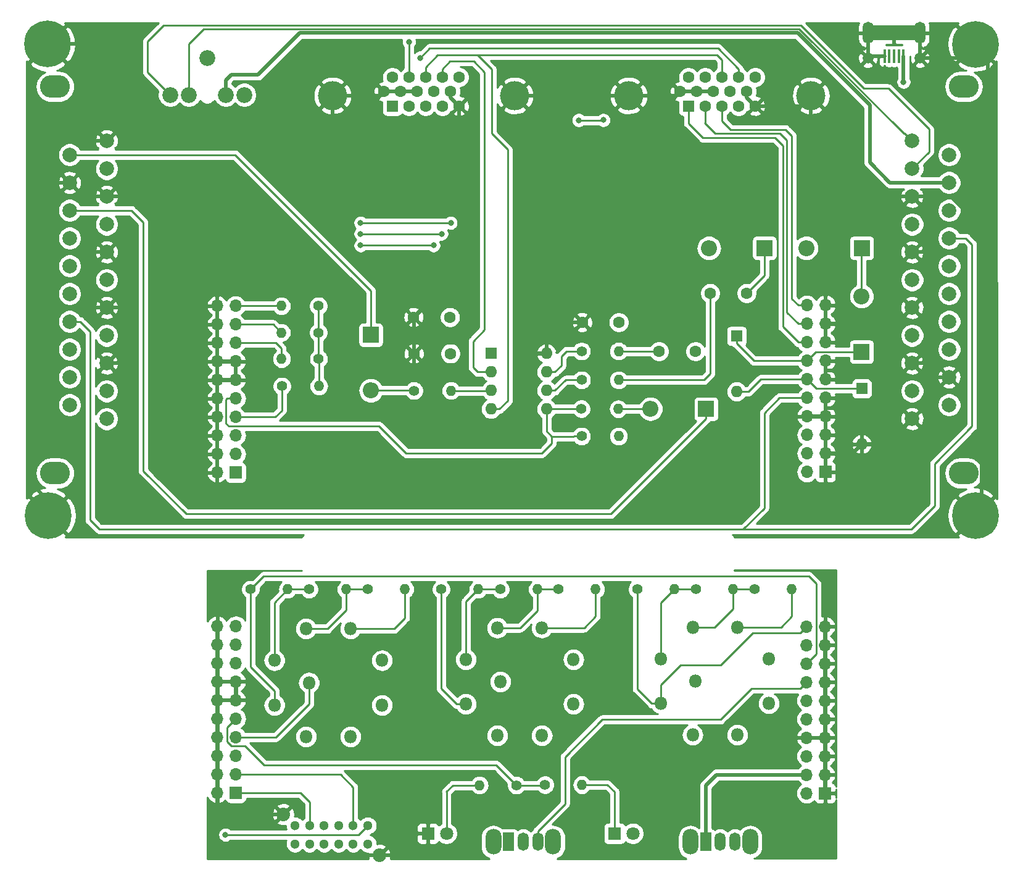
<source format=gbr>
G04 #@! TF.GenerationSoftware,KiCad,Pcbnew,(5.1.4)-1*
G04 #@! TF.CreationDate,2020-12-20T09:49:53+01:00*
G04 #@! TF.ProjectId,MonochromeRGB,4d6f6e6f-6368-4726-9f6d-655247422e6b,rev?*
G04 #@! TF.SameCoordinates,Original*
G04 #@! TF.FileFunction,Copper,L1,Top*
G04 #@! TF.FilePolarity,Positive*
%FSLAX46Y46*%
G04 Gerber Fmt 4.6, Leading zero omitted, Abs format (unit mm)*
G04 Created by KiCad (PCBNEW (5.1.4)-1) date 2020-12-20 09:49:53*
%MOMM*%
%LPD*%
G04 APERTURE LIST*
%ADD10R,0.400000X1.850000*%
%ADD11O,1.500000X3.000000*%
%ADD12C,1.500000*%
%ADD13R,6.000000X2.000000*%
%ADD14O,1.800000X1.800000*%
%ADD15C,1.300000*%
%ADD16C,1.875000*%
%ADD17O,4.100000X3.100000*%
%ADD18C,1.998980*%
%ADD19C,2.184400*%
%ADD20O,2.200000X3.500000*%
%ADD21O,1.500000X2.500000*%
%ADD22R,1.500000X2.500000*%
%ADD23O,1.400000X1.400000*%
%ADD24C,1.400000*%
%ADD25O,2.200000X2.200000*%
%ADD26R,2.200000X2.200000*%
%ADD27C,1.600000*%
%ADD28R,1.800000X1.800000*%
%ADD29C,1.800000*%
%ADD30O,1.700000X1.700000*%
%ADD31R,1.700000X1.700000*%
%ADD32O,1.600000X1.600000*%
%ADD33R,1.600000X1.600000*%
%ADD34C,6.400000*%
%ADD35C,0.800000*%
%ADD36C,4.000000*%
%ADD37C,0.250000*%
%ADD38C,0.500000*%
%ADD39C,0.254000*%
G04 APERTURE END LIST*
D10*
X199859900Y-35167100D03*
X200509900Y-35167100D03*
X198559900Y-35167100D03*
X199209900Y-35167100D03*
D11*
X203434900Y-31942100D03*
X196284900Y-31942100D03*
D12*
X203434900Y-35442100D03*
D13*
X199859900Y-31942100D03*
D12*
X196284900Y-35442100D03*
D10*
X201159900Y-35167100D03*
D14*
X172226473Y-128234076D03*
X167896904Y-123904507D03*
X167896904Y-117781573D03*
X172226473Y-113452004D03*
X178349407Y-113452004D03*
X182678976Y-117781573D03*
X182678976Y-123904507D03*
X178349407Y-128234076D03*
X172637940Y-120843040D03*
X145429473Y-128310276D03*
X141099904Y-123980707D03*
X141099904Y-117857773D03*
X145429473Y-113528204D03*
X151552407Y-113528204D03*
X155881976Y-117857773D03*
X155881976Y-123980707D03*
X151552407Y-128310276D03*
X145840940Y-120919240D03*
X119165873Y-128449976D03*
X114836304Y-124120407D03*
X114836304Y-117997473D03*
X119165873Y-113667904D03*
X125288807Y-113667904D03*
X129618376Y-117997473D03*
X129618376Y-124120407D03*
X125288807Y-128449976D03*
X119577340Y-121058940D03*
D15*
X117655340Y-140655040D03*
X119655340Y-140655040D03*
X121655340Y-140655040D03*
X123655340Y-140655040D03*
X125655340Y-140655040D03*
X127655340Y-140655040D03*
X117655340Y-143155040D03*
X119655340Y-143155040D03*
X121655340Y-143155040D03*
X123655340Y-143155040D03*
X125655340Y-143155040D03*
X127655340Y-143155040D03*
D16*
X116055340Y-139105040D03*
X129255340Y-144705040D03*
D17*
X209425540Y-92323920D03*
X209425540Y-39324280D03*
D18*
X202346560Y-84874100D03*
X207426560Y-82969100D03*
X202346560Y-81064100D03*
X207426560Y-79159100D03*
X202346560Y-77254100D03*
X207426560Y-75349100D03*
X202346560Y-73444100D03*
X207426560Y-71539100D03*
X202346560Y-69634100D03*
X207426560Y-67729100D03*
X202346560Y-65824100D03*
X207426560Y-63919100D03*
X202346560Y-62014100D03*
X207426560Y-60109100D03*
X202346560Y-58204100D03*
X207426560Y-56299100D03*
X202346560Y-54394100D03*
X207426560Y-52489100D03*
X202346560Y-50584100D03*
X207426560Y-48679100D03*
X202346560Y-46774100D03*
D17*
X84744560Y-39324280D03*
X84744560Y-92323920D03*
D18*
X91823540Y-46774100D03*
X86743540Y-48679100D03*
X91823540Y-50584100D03*
X86743540Y-52489100D03*
X91823540Y-54394100D03*
X86743540Y-56299100D03*
X91823540Y-58204100D03*
X86743540Y-60109100D03*
X91823540Y-62014100D03*
X86743540Y-63919100D03*
X91823540Y-65824100D03*
X86743540Y-67729100D03*
X91823540Y-69634100D03*
X86743540Y-71539100D03*
X91823540Y-73444100D03*
X86743540Y-75349100D03*
X91823540Y-77254100D03*
X86743540Y-79159100D03*
X91823540Y-81064100D03*
X86743540Y-82969100D03*
X91823540Y-84874100D03*
D19*
X110693200Y-40462200D03*
X108153200Y-40462200D03*
X103073200Y-40462200D03*
X100533200Y-40462200D03*
X105613200Y-35382200D03*
D20*
X180117940Y-142890240D03*
X171917940Y-142890240D03*
D21*
X178017940Y-142890240D03*
X176017940Y-142890240D03*
D22*
X174017940Y-142890240D03*
D20*
X153079640Y-142890240D03*
X144879640Y-142890240D03*
D21*
X150979640Y-142890240D03*
X148979640Y-142890240D03*
D22*
X146979640Y-142890240D03*
D23*
X120942100Y-80403700D03*
D24*
X115862100Y-80403700D03*
D25*
X166456360Y-83520280D03*
D26*
X174076360Y-83520280D03*
D25*
X128071880Y-81000600D03*
D26*
X128071880Y-73380600D03*
D27*
X157087560Y-71638160D03*
X162087560Y-71638160D03*
X167623480Y-75625960D03*
X172623480Y-75625960D03*
X174638960Y-67645280D03*
X179638960Y-67645280D03*
X138979920Y-75925680D03*
X133979920Y-75925680D03*
X138944360Y-70942200D03*
X133944360Y-70942200D03*
D28*
X161508440Y-141734540D03*
D29*
X164048440Y-141734540D03*
D28*
X135905240Y-141734540D03*
D29*
X138445240Y-141734540D03*
D30*
X107000040Y-113299240D03*
X109540040Y-113299240D03*
X107000040Y-115839240D03*
X109540040Y-115839240D03*
X107000040Y-118379240D03*
X109540040Y-118379240D03*
X107000040Y-120919240D03*
X109540040Y-120919240D03*
X107000040Y-123459240D03*
X109540040Y-123459240D03*
X107000040Y-125999240D03*
X109540040Y-125999240D03*
X107000040Y-128539240D03*
X109540040Y-128539240D03*
X107000040Y-131079240D03*
X109540040Y-131079240D03*
X107000040Y-133619240D03*
X109540040Y-133619240D03*
X107000040Y-136159240D03*
D31*
X109540040Y-136159240D03*
D30*
X187921900Y-69303900D03*
X190461900Y-69303900D03*
X187921900Y-71843900D03*
X190461900Y-71843900D03*
X187921900Y-74383900D03*
X190461900Y-74383900D03*
X187921900Y-76923900D03*
X190461900Y-76923900D03*
X187921900Y-79463900D03*
X190461900Y-79463900D03*
X187921900Y-82003900D03*
X190461900Y-82003900D03*
X187921900Y-84543900D03*
X190461900Y-84543900D03*
X187921900Y-87083900D03*
X190461900Y-87083900D03*
X187921900Y-89623900D03*
X190461900Y-89623900D03*
X187921900Y-92163900D03*
D31*
X190461900Y-92163900D03*
D30*
X187860940Y-113362740D03*
X190400940Y-113362740D03*
X187860940Y-115902740D03*
X190400940Y-115902740D03*
X187860940Y-118442740D03*
X190400940Y-118442740D03*
X187860940Y-120982740D03*
X190400940Y-120982740D03*
X187860940Y-123522740D03*
X190400940Y-123522740D03*
X187860940Y-126062740D03*
X190400940Y-126062740D03*
X187860940Y-128602740D03*
X190400940Y-128602740D03*
X187860940Y-131142740D03*
X190400940Y-131142740D03*
X187860940Y-133682740D03*
X190400940Y-133682740D03*
X187860940Y-136222740D03*
D31*
X190400940Y-136222740D03*
D23*
X157053280Y-135061960D03*
D24*
X151973280Y-135061960D03*
D23*
X142968980Y-135112760D03*
D24*
X148048980Y-135112760D03*
D23*
X162041840Y-83520280D03*
D24*
X156961840Y-83520280D03*
D23*
X162067240Y-87259160D03*
D24*
X156987240Y-87259160D03*
D23*
X162079940Y-79552800D03*
D24*
X156999940Y-79552800D03*
D23*
X162067240Y-75603100D03*
D24*
X156987240Y-75603100D03*
D23*
X139059920Y-81010760D03*
D24*
X133979920Y-81010760D03*
D23*
X185816240Y-108257340D03*
D24*
X180736240Y-108257340D03*
D23*
X158930340Y-108257340D03*
D24*
X153850340Y-108257340D03*
D23*
X132755640Y-108257340D03*
D24*
X127675640Y-108257340D03*
D23*
X177764440Y-108257340D03*
D24*
X172684440Y-108257340D03*
D23*
X150929340Y-108257340D03*
D24*
X145849340Y-108257340D03*
D23*
X124678440Y-108257340D03*
D24*
X119598440Y-108257340D03*
D23*
X169699940Y-108257340D03*
D24*
X164619940Y-108257340D03*
D23*
X142801340Y-108257340D03*
D24*
X137721340Y-108257340D03*
D23*
X116652040Y-108257340D03*
D24*
X111572040Y-108257340D03*
D23*
X115808760Y-69402960D03*
D24*
X120888760Y-69402960D03*
D23*
X115798600Y-73050400D03*
D24*
X120878600Y-73050400D03*
D23*
X115829080Y-76657200D03*
D24*
X120909080Y-76657200D03*
D32*
X152196800Y-75920600D03*
X144576800Y-83540600D03*
X152196800Y-78460600D03*
X144576800Y-81000600D03*
X152196800Y-81000600D03*
X144576800Y-78460600D03*
X152196800Y-83540600D03*
D33*
X144576800Y-75920600D03*
D32*
X195440300Y-88353900D03*
D33*
X195440300Y-80733900D03*
D32*
X178269900Y-81140300D03*
D33*
X178269900Y-73520300D03*
D25*
X195414900Y-68072000D03*
D26*
X195414900Y-75692000D03*
D25*
X187820300Y-61455300D03*
D26*
X195440300Y-61455300D03*
D25*
X174467520Y-61462920D03*
D26*
X182087520Y-61462920D03*
D31*
X109524800Y-92252800D03*
D30*
X106984800Y-92252800D03*
X109524800Y-89712800D03*
X106984800Y-89712800D03*
X109524800Y-87172800D03*
X106984800Y-87172800D03*
X109524800Y-84632800D03*
X106984800Y-84632800D03*
X109524800Y-82092800D03*
X106984800Y-82092800D03*
X109524800Y-79552800D03*
X106984800Y-79552800D03*
X109524800Y-77012800D03*
X106984800Y-77012800D03*
X109524800Y-74472800D03*
X106984800Y-74472800D03*
X109524800Y-71932800D03*
X106984800Y-71932800D03*
X109524800Y-69392800D03*
X106984800Y-69392800D03*
D34*
X83731100Y-33502600D03*
D35*
X86131100Y-33502600D03*
X85428156Y-35199656D03*
X83731100Y-35902600D03*
X82034044Y-35199656D03*
X81331100Y-33502600D03*
X82034044Y-31805544D03*
X83731100Y-31102600D03*
X85428156Y-31805544D03*
D34*
X83832700Y-98132900D03*
D35*
X86232700Y-98132900D03*
X85529756Y-99829956D03*
X83832700Y-100532900D03*
X82135644Y-99829956D03*
X81432700Y-98132900D03*
X82135644Y-96435844D03*
X83832700Y-95732900D03*
X85529756Y-96435844D03*
D34*
X211023200Y-33515300D03*
D35*
X213423200Y-33515300D03*
X212720256Y-35212356D03*
X211023200Y-35915300D03*
X209326144Y-35212356D03*
X208623200Y-33515300D03*
X209326144Y-31818244D03*
X211023200Y-31115300D03*
X212720256Y-31818244D03*
D34*
X211035900Y-98132900D03*
D35*
X213435900Y-98132900D03*
X212732956Y-99829956D03*
X211035900Y-100532900D03*
X209338844Y-99829956D03*
X208635900Y-98132900D03*
X209338844Y-96435844D03*
X211035900Y-95732900D03*
X212732956Y-96435844D03*
D33*
X171653200Y-41986200D03*
D27*
X173943200Y-41986200D03*
X176233200Y-41986200D03*
X178523200Y-41986200D03*
X180813200Y-41986200D03*
X170508200Y-40006200D03*
X172798200Y-40006200D03*
X175088200Y-40006200D03*
X177378200Y-40006200D03*
X179668200Y-40006200D03*
X171653200Y-38026200D03*
X173943200Y-38026200D03*
X176233200Y-38026200D03*
X178523200Y-38026200D03*
X180813200Y-38026200D03*
D36*
X188468200Y-40566200D03*
X163468200Y-40566200D03*
D33*
X131013200Y-41986200D03*
D27*
X133303200Y-41986200D03*
X135593200Y-41986200D03*
X137883200Y-41986200D03*
X140173200Y-41986200D03*
X129868200Y-40006200D03*
X132158200Y-40006200D03*
X134448200Y-40006200D03*
X136738200Y-40006200D03*
X139028200Y-40006200D03*
X131013200Y-38026200D03*
X133303200Y-38026200D03*
X135593200Y-38026200D03*
X137883200Y-38026200D03*
X140173200Y-38026200D03*
D36*
X147828200Y-40566200D03*
X122828200Y-40566200D03*
D35*
X134843520Y-35382200D03*
X133304280Y-33177480D03*
X156601160Y-43936920D03*
X159979360Y-43916600D03*
X108117640Y-141909800D03*
X201178160Y-38689280D03*
X126664720Y-58008520D03*
X139044680Y-58008520D03*
X126669800Y-59507120D03*
X137779760Y-59512200D03*
X126674880Y-61097160D03*
X136672320Y-61097160D03*
D37*
X133979920Y-70977760D02*
X133944360Y-70942200D01*
D38*
X133979920Y-73492360D02*
X133979920Y-70977760D01*
X133979920Y-75925680D02*
X133979920Y-73492360D01*
X133979920Y-75925680D02*
X133979920Y-77607160D01*
X133979920Y-77607160D02*
X136662160Y-80289400D01*
X136662160Y-80289400D02*
X136662160Y-85435440D01*
X136662160Y-85435440D02*
X138617960Y-87391240D01*
X138617960Y-87391240D02*
X146918680Y-87391240D01*
X146918680Y-87391240D02*
X149189440Y-85120480D01*
X149189440Y-85120480D02*
X149189440Y-76982320D01*
X150251160Y-75920600D02*
X152196800Y-75920600D01*
X149189440Y-76982320D02*
X150251160Y-75920600D01*
X147828200Y-40566200D02*
X163468200Y-40566200D01*
X209096400Y-35442100D02*
X211023200Y-33515300D01*
X203434900Y-35442100D02*
X209096400Y-35442100D01*
X196284900Y-31942100D02*
X196284900Y-35442100D01*
X203434900Y-31942100D02*
X203434900Y-35442100D01*
X196559900Y-35167100D02*
X196284900Y-35442100D01*
X198559900Y-35167100D02*
X196559900Y-35167100D01*
X196284900Y-31942100D02*
X199859900Y-31942100D01*
X202346560Y-77254100D02*
X198983600Y-73891140D01*
X204251560Y-79159100D02*
X207426560Y-79159100D01*
X202346560Y-77254100D02*
X204251560Y-79159100D01*
X194170300Y-89623900D02*
X195440300Y-88353900D01*
X190461900Y-89623900D02*
X194170300Y-89623900D01*
X190461900Y-87083900D02*
X190461900Y-84543900D01*
X187921900Y-84543900D02*
X190461900Y-84543900D01*
X190461900Y-87083900D02*
X190461900Y-89623900D01*
X190461900Y-74383900D02*
X190461900Y-71843900D01*
X190461900Y-71843900D02*
X190461900Y-69303900D01*
X198899780Y-78229460D02*
X198983600Y-78145640D01*
X190461900Y-78229460D02*
X198899780Y-78229460D01*
X198983600Y-78145640D02*
X198983600Y-73891140D01*
X198983600Y-81511140D02*
X198983600Y-78145640D01*
X190461900Y-78229460D02*
X190461900Y-76923900D01*
X190461900Y-79463900D02*
X190461900Y-78229460D01*
X199834500Y-83400900D02*
X200353930Y-82881470D01*
X190461900Y-83400900D02*
X199834500Y-83400900D01*
X200353930Y-82881470D02*
X198983600Y-81511140D01*
X202346560Y-84874100D02*
X200353930Y-82881470D01*
X190461900Y-83400900D02*
X190461900Y-82003900D01*
X190461900Y-84543900D02*
X190461900Y-83400900D01*
X198848980Y-71843900D02*
X198983600Y-71978520D01*
X190461900Y-71843900D02*
X198848980Y-71843900D01*
X198983600Y-73891140D02*
X198983600Y-71978520D01*
X134744359Y-70142201D02*
X134754519Y-70142201D01*
X133944360Y-70942200D02*
X134744359Y-70142201D01*
X134754519Y-70142201D02*
X140223240Y-64673480D01*
X140223240Y-64673480D02*
X140173200Y-64623440D01*
X139028200Y-40841200D02*
X140173200Y-41986200D01*
X139028200Y-40006200D02*
X139028200Y-40841200D01*
X132158200Y-40006200D02*
X129868200Y-40006200D01*
X134448200Y-40006200D02*
X132158200Y-40006200D01*
X129308200Y-40566200D02*
X129868200Y-40006200D01*
X122828200Y-40566200D02*
X129308200Y-40566200D01*
X140173200Y-64623440D02*
X140173200Y-45719240D01*
X140173200Y-45719240D02*
X140173200Y-41986200D01*
X175088200Y-40006200D02*
X172798200Y-40006200D01*
X172798200Y-40006200D02*
X170508200Y-40006200D01*
X169948200Y-40566200D02*
X170508200Y-40006200D01*
X163468200Y-40566200D02*
X169948200Y-40566200D01*
X179668200Y-40841200D02*
X180813200Y-41986200D01*
X179668200Y-40006200D02*
X179668200Y-40841200D01*
X198866760Y-88353900D02*
X202346560Y-84874100D01*
X195440300Y-88353900D02*
X198866760Y-88353900D01*
X106984800Y-69392800D02*
X106984800Y-71932800D01*
X106984800Y-71932800D02*
X106984800Y-74472800D01*
X106984800Y-74472800D02*
X106984800Y-77012800D01*
X106984800Y-77012800D02*
X109524800Y-77012800D01*
X106984800Y-77012800D02*
X106984800Y-79552800D01*
X106984800Y-79552800D02*
X109524800Y-79552800D01*
X106984800Y-79552800D02*
X106984800Y-82092800D01*
X106984800Y-84632800D02*
X106984800Y-82092800D01*
X106984800Y-87172800D02*
X106984800Y-84632800D01*
X106984800Y-89712800D02*
X106984800Y-87172800D01*
X106984800Y-92252800D02*
X106984800Y-89712800D01*
X107000040Y-113299240D02*
X107000040Y-115839240D01*
X107000040Y-115839240D02*
X107000040Y-118379240D01*
X107000040Y-118379240D02*
X107000040Y-120919240D01*
X107000040Y-120919240D02*
X109540040Y-120919240D01*
X107000040Y-123459240D02*
X107000040Y-120919240D01*
X107000040Y-123459240D02*
X107000040Y-125999240D01*
X109540040Y-120919240D02*
X109540040Y-123459240D01*
X107000040Y-125999240D02*
X107000040Y-128539240D01*
X107000040Y-131079240D02*
X107000040Y-128539240D01*
X107000040Y-133619240D02*
X107000040Y-131079240D01*
X107000040Y-136159240D02*
X107000040Y-133619240D01*
X116055340Y-139105040D02*
X108157680Y-139105040D01*
X107000040Y-137947400D02*
X107000040Y-136159240D01*
X108157680Y-139105040D02*
X107000040Y-137947400D01*
X127929515Y-144705040D02*
X127918115Y-144693640D01*
X129255340Y-144705040D02*
X127929515Y-144705040D01*
X127918115Y-144693640D02*
X109133640Y-144693640D01*
X107000040Y-142560040D02*
X107000040Y-137947400D01*
X109133640Y-144693640D02*
X107000040Y-142560040D01*
X130581165Y-144705040D02*
X130590085Y-144713960D01*
X129255340Y-144705040D02*
X130581165Y-144705040D01*
X130590085Y-144713960D02*
X134965440Y-144713960D01*
X135905240Y-143774160D02*
X135905240Y-141734540D01*
X134965440Y-144713960D02*
X135905240Y-143774160D01*
X190400940Y-136222740D02*
X190400940Y-133682740D01*
X190400940Y-133682740D02*
X190400940Y-131142740D01*
X190400940Y-131142740D02*
X190400940Y-128602740D01*
X187860940Y-128602740D02*
X190400940Y-128602740D01*
X190400940Y-128602740D02*
X190400940Y-126062740D01*
X190400940Y-126062740D02*
X190400940Y-123522740D01*
X190400940Y-123522740D02*
X190400940Y-120982740D01*
X190400940Y-120982740D02*
X190400940Y-118442740D01*
X190400940Y-118442740D02*
X190400940Y-115902740D01*
X190400940Y-115902740D02*
X190400940Y-113362740D01*
X190461900Y-92163900D02*
X190461900Y-89623900D01*
X152775920Y-71638160D02*
X157087560Y-71638160D01*
X152196800Y-75920600D02*
X152196800Y-72217280D01*
X152196800Y-72217280D02*
X152775920Y-71638160D01*
X106743500Y-77254100D02*
X106984800Y-77012800D01*
X199859900Y-31942100D02*
X203434900Y-31942100D01*
X83781900Y-47548800D02*
X84556600Y-46774100D01*
X94696280Y-70647560D02*
X94706440Y-70657720D01*
X93237032Y-77254100D02*
X94706440Y-75784692D01*
X94706440Y-75784692D02*
X94706440Y-70657720D01*
X91823540Y-77254100D02*
X93237032Y-77254100D01*
X94696280Y-70647560D02*
X94696280Y-70299580D01*
X94030800Y-69634100D02*
X91823540Y-69634100D01*
X94696280Y-70299580D02*
X94030800Y-69634100D01*
X91823540Y-69634100D02*
X84632800Y-69634100D01*
X84632800Y-69634100D02*
X83781900Y-68783200D01*
X83781900Y-49527460D02*
X83781900Y-49415700D01*
X83781900Y-49415700D02*
X83781900Y-47548800D01*
X83997800Y-62014100D02*
X83781900Y-62230000D01*
X91823540Y-62014100D02*
X83997800Y-62014100D01*
X83781900Y-68783200D02*
X83781900Y-62230000D01*
X83985100Y-54394100D02*
X83781900Y-54597300D01*
X91823540Y-54394100D02*
X83985100Y-54394100D01*
X83781900Y-62230000D02*
X83781900Y-54597300D01*
X83883500Y-52489100D02*
X86743540Y-52489100D01*
X83781900Y-52590700D02*
X83883500Y-52489100D01*
X83781900Y-52590700D02*
X83781900Y-49415700D01*
X83781900Y-54597300D02*
X83781900Y-52590700D01*
X83832700Y-98132900D02*
X83832700Y-96088200D01*
X83832700Y-96088200D02*
X81394300Y-93649800D01*
X81394300Y-71170800D02*
X83781900Y-68783200D01*
X81394300Y-93649800D02*
X81394300Y-71170800D01*
X187048200Y-41986200D02*
X188468200Y-40566200D01*
X180813200Y-41986200D02*
X187048200Y-41986200D01*
X122828200Y-40566200D02*
X122828200Y-43394627D01*
X122828200Y-43394627D02*
X125152813Y-45719240D01*
X125152813Y-45719240D02*
X140173200Y-45719240D01*
X88256583Y-33502600D02*
X88938100Y-34184117D01*
X83731100Y-33502600D02*
X88256583Y-33502600D01*
X84556600Y-46774100D02*
X88938100Y-46774100D01*
X88938100Y-46774100D02*
X91823540Y-46774100D01*
X91823540Y-54394100D02*
X102994460Y-54394100D01*
X106984800Y-58384440D02*
X106984800Y-69392800D01*
X102994460Y-54394100D02*
X106984800Y-58384440D01*
X88971120Y-37978080D02*
X88938100Y-38011100D01*
X88938100Y-34184117D02*
X88938100Y-38011100D01*
X88938100Y-38011100D02*
X88938100Y-46774100D01*
X211925550Y-97243250D02*
X211035900Y-98132900D01*
X207666808Y-54394100D02*
X211925550Y-58652842D01*
X202346560Y-54394100D02*
X207666808Y-54394100D01*
X203760052Y-62014100D02*
X204454760Y-61319392D01*
X202346560Y-62014100D02*
X203760052Y-62014100D01*
X204454760Y-56502300D02*
X202346560Y-54394100D01*
X204454760Y-61319392D02*
X204454760Y-56502300D01*
X204454760Y-67525900D02*
X204454760Y-61319392D01*
X202346560Y-69634100D02*
X204454760Y-67525900D01*
X204454760Y-76559392D02*
X204454760Y-67525900D01*
X203760052Y-77254100D02*
X204454760Y-76559392D01*
X202346560Y-77254100D02*
X203760052Y-77254100D01*
X212745320Y-58084720D02*
X211925550Y-58904490D01*
X212745320Y-35237420D02*
X212745320Y-58084720D01*
X211023200Y-33515300D02*
X212745320Y-35237420D01*
X211925550Y-58652842D02*
X211925550Y-58904490D01*
X211925550Y-58904490D02*
X211925550Y-97243250D01*
X202346560Y-54394100D02*
X191091820Y-54394100D01*
X188468200Y-51770480D02*
X188468200Y-40566200D01*
X191091820Y-54394100D02*
X188468200Y-51770480D01*
D37*
X174638960Y-67645280D02*
X174638960Y-78695560D01*
X173781720Y-79552800D02*
X162079940Y-79552800D01*
X174638960Y-78695560D02*
X173781720Y-79552800D01*
X179638960Y-67645280D02*
X182097680Y-65186560D01*
X182087520Y-65176400D02*
X182087520Y-61462920D01*
X182097680Y-65186560D02*
X182087520Y-65176400D01*
X167600620Y-75603100D02*
X167623480Y-75625960D01*
X162067240Y-75603100D02*
X167600620Y-75603100D01*
X195414900Y-61480700D02*
X195440300Y-61455300D01*
X195414900Y-68072000D02*
X195414900Y-61480700D01*
X189153800Y-75692000D02*
X187921900Y-76923900D01*
X195414900Y-75692000D02*
X189153800Y-75692000D01*
X180623500Y-76923900D02*
X187921900Y-76923900D01*
X178269900Y-73520300D02*
X178269900Y-74570300D01*
X178269900Y-74570300D02*
X180623500Y-76923900D01*
X150979640Y-141390240D02*
X150979640Y-142890240D01*
X154706320Y-137663560D02*
X150979640Y-141390240D01*
X187010941Y-121832739D02*
X180340901Y-121832739D01*
X187860940Y-120982740D02*
X187010941Y-121832739D01*
X176052480Y-126121160D02*
X159811720Y-126121160D01*
X159811720Y-126121160D02*
X154706320Y-131226560D01*
X180340901Y-121832739D02*
X176052480Y-126121160D01*
X154706320Y-131226560D02*
X154706320Y-137663560D01*
X189191900Y-80733900D02*
X187921900Y-79463900D01*
X195440300Y-80733900D02*
X189191900Y-80733900D01*
X178269900Y-81140300D02*
X179915820Y-81140300D01*
X181592220Y-79463900D02*
X187921900Y-79463900D01*
X179915820Y-81140300D02*
X181592220Y-79463900D01*
X137883200Y-36894830D02*
X138938630Y-35839400D01*
X137883200Y-38026200D02*
X137883200Y-36894830D01*
X138938630Y-35839400D02*
X142179040Y-35839400D01*
X142179040Y-35839400D02*
X143672560Y-37332920D01*
X143672560Y-37332920D02*
X143672560Y-72674480D01*
X143672560Y-72674480D02*
X142092680Y-74254360D01*
X142092680Y-74254360D02*
X142092680Y-77830680D01*
X142722600Y-78460600D02*
X144576800Y-78460600D01*
X142092680Y-77830680D02*
X142722600Y-78460600D01*
X178523200Y-36894830D02*
X175699930Y-34071560D01*
X178523200Y-38026200D02*
X178523200Y-36894830D01*
X175699930Y-34071560D02*
X136154160Y-34071560D01*
X136154160Y-34071560D02*
X134843520Y-35382200D01*
X134843520Y-35382200D02*
X134843520Y-35382200D01*
X135593200Y-36654360D02*
X135593200Y-38026200D01*
X137236200Y-35011360D02*
X135593200Y-36654360D01*
X142702280Y-35011360D02*
X137236200Y-35011360D01*
X144576800Y-83540600D02*
X145708170Y-83540600D01*
X146857720Y-82391050D02*
X146857720Y-47965360D01*
X146857720Y-47965360D02*
X144658080Y-45765720D01*
X144658080Y-45765720D02*
X144658080Y-36967160D01*
X145708170Y-83540600D02*
X146857720Y-82391050D01*
X144658080Y-36967160D02*
X142702280Y-35011360D01*
X142702280Y-35011360D02*
X175585120Y-35011360D01*
X176233200Y-35659440D02*
X176233200Y-38026200D01*
X175585120Y-35011360D02*
X176233200Y-35659440D01*
X133303200Y-33178560D02*
X133304280Y-33177480D01*
X133303200Y-38026200D02*
X133303200Y-33178560D01*
X159959040Y-43936920D02*
X159979360Y-43916600D01*
X156601160Y-43936920D02*
X159959040Y-43936920D01*
X109540040Y-133619240D02*
X123891040Y-133619240D01*
X125655340Y-135383540D02*
X125655340Y-140655040D01*
X123891040Y-133619240D02*
X125655340Y-135383540D01*
X119655340Y-140655040D02*
X119655340Y-137415020D01*
X118399560Y-136159240D02*
X109540040Y-136159240D01*
X119655340Y-137415020D02*
X118399560Y-136159240D01*
X164619940Y-109247289D02*
X164619940Y-108257340D01*
X164619940Y-121900335D02*
X164619940Y-109247289D01*
X166624112Y-123904507D02*
X164619940Y-121900335D01*
X167896904Y-123904507D02*
X166624112Y-123904507D01*
X187010941Y-114212739D02*
X187860940Y-113362740D01*
X180498381Y-114212739D02*
X187010941Y-114212739D01*
X176052480Y-118658640D02*
X180498381Y-114212739D01*
X170555920Y-118658640D02*
X176052480Y-118658640D01*
X167896904Y-123904507D02*
X167896904Y-121317656D01*
X167896904Y-121317656D02*
X170555920Y-118658640D01*
X176233200Y-44010960D02*
X176233200Y-41986200D01*
X186719819Y-69303900D02*
X185816240Y-68400321D01*
X187921900Y-69303900D02*
X186719819Y-69303900D01*
X185816240Y-68400321D02*
X185816240Y-46085760D01*
X185816240Y-46085760D02*
X184947560Y-45217080D01*
X184947560Y-45217080D02*
X177439320Y-45217080D01*
X177439320Y-45217080D02*
X176233200Y-44010960D01*
X137721340Y-109247289D02*
X137721340Y-108257340D01*
X137721340Y-121874935D02*
X137721340Y-109247289D01*
X139827112Y-123980707D02*
X137721340Y-121874935D01*
X141099904Y-123980707D02*
X139827112Y-123980707D01*
X186719819Y-71843900D02*
X185171080Y-70295161D01*
X187921900Y-71843900D02*
X186719819Y-71843900D01*
X185171080Y-70295161D02*
X185171080Y-46675040D01*
X185171080Y-46675040D02*
X184210960Y-45714920D01*
X184210960Y-45714920D02*
X175300640Y-45714920D01*
X175300640Y-45714920D02*
X173888400Y-44302680D01*
X173943200Y-44247880D02*
X173943200Y-41986200D01*
X173888400Y-44302680D02*
X173943200Y-44247880D01*
X114836304Y-124120407D02*
X114836304Y-122161664D01*
X111572040Y-118897400D02*
X111572040Y-108257340D01*
X114836304Y-122161664D02*
X111572040Y-118897400D01*
X113357660Y-106471720D02*
X111572040Y-108257340D01*
X188168280Y-106471720D02*
X113357660Y-106471720D01*
X189174120Y-107477560D02*
X188168280Y-106471720D01*
X187860940Y-118442740D02*
X189174120Y-117129560D01*
X189174120Y-117129560D02*
X189174120Y-107477560D01*
X186719819Y-74383900D02*
X184591960Y-72256041D01*
X187921900Y-74383900D02*
X186719819Y-74383900D01*
X184591960Y-72256041D02*
X184591960Y-47406560D01*
X184591960Y-47406560D02*
X183540400Y-46355000D01*
X183540400Y-46355000D02*
X173659800Y-46355000D01*
X171653200Y-44348400D02*
X171653200Y-41986200D01*
X173659800Y-46355000D02*
X171653200Y-44348400D01*
D38*
X108153200Y-38450520D02*
X108153200Y-40462200D01*
X112593120Y-37688520D02*
X108915200Y-37688520D01*
X118314340Y-31967300D02*
X112593120Y-37688520D01*
X108915200Y-37688520D02*
X108153200Y-38450520D01*
X174491780Y-31967300D02*
X118314340Y-31967300D01*
X199316340Y-52489100D02*
X196540120Y-49712880D01*
X196540120Y-41886396D02*
X186627244Y-31973520D01*
X196540120Y-49712880D02*
X196540120Y-41886396D01*
X186627244Y-31973520D02*
X174498000Y-31973520D01*
X207426560Y-52489100D02*
X199316340Y-52489100D01*
X174498000Y-31973520D02*
X174491780Y-31967300D01*
D37*
X103073200Y-33487360D02*
X103073200Y-40462200D01*
X105168270Y-31392290D02*
X103073200Y-33487360D01*
X186859200Y-31392290D02*
X105168270Y-31392290D01*
X201241521Y-45774611D02*
X186859200Y-31392290D01*
X202346560Y-46774100D02*
X201347071Y-45774611D01*
X201347071Y-45774611D02*
X201241521Y-45774611D01*
X99613720Y-30942280D02*
X97439480Y-33116520D01*
X97439480Y-37368480D02*
X100533200Y-40462200D01*
X97439480Y-33116520D02*
X97439480Y-37368480D01*
X112024160Y-30942280D02*
X99613720Y-30942280D01*
X112166400Y-30942280D02*
X112024160Y-30942280D01*
X204673200Y-48257460D02*
X202346560Y-50584100D01*
X204673200Y-45186600D02*
X204673200Y-48257460D01*
X199080120Y-39593520D02*
X204673200Y-45186600D01*
X195696840Y-39593520D02*
X199080120Y-39593520D01*
X112024160Y-30942280D02*
X187045600Y-30942280D01*
X187045600Y-30942280D02*
X195696840Y-39593520D01*
X115798600Y-69392800D02*
X115808760Y-69402960D01*
X109524800Y-69392800D02*
X115798600Y-69392800D01*
X114681000Y-71932800D02*
X115798600Y-73050400D01*
X109524800Y-71932800D02*
X114681000Y-71932800D01*
X126400580Y-141909800D02*
X127655340Y-140655040D01*
X108117640Y-141909800D02*
X126400580Y-141909800D01*
X110726881Y-74472800D02*
X110731961Y-74467720D01*
X109524800Y-74472800D02*
X110726881Y-74472800D01*
X110731961Y-74467720D02*
X115056920Y-74467720D01*
X115829080Y-75239880D02*
X115829080Y-76657200D01*
X115056920Y-74467720D02*
X115829080Y-75239880D01*
X109540040Y-128539240D02*
X115031520Y-128539240D01*
X119577340Y-123993420D02*
X119577340Y-121058940D01*
X115031520Y-128539240D02*
X119577340Y-123993420D01*
X109524800Y-84632800D02*
X114960400Y-84632800D01*
X115862100Y-83731100D02*
X115862100Y-80403700D01*
X114960400Y-84632800D02*
X115862100Y-83731100D01*
D38*
X174017940Y-141140240D02*
X174005240Y-141127540D01*
X174017940Y-142890240D02*
X174017940Y-141140240D01*
X174005240Y-141127540D02*
X174005240Y-135183880D01*
X175506380Y-133682740D02*
X187860940Y-133682740D01*
X174005240Y-135183880D02*
X175506380Y-133682740D01*
X201159900Y-38671020D02*
X201178160Y-38689280D01*
X201159900Y-35167100D02*
X201159900Y-38671020D01*
D37*
X138979920Y-70977760D02*
X138944360Y-70942200D01*
D38*
X144571720Y-75925680D02*
X144576800Y-75920600D01*
D37*
X88157032Y-71539100D02*
X89535000Y-72917068D01*
X86743540Y-71539100D02*
X88157032Y-71539100D01*
X89535000Y-72917068D02*
X89535000Y-98755200D01*
X89535000Y-98755200D02*
X90792300Y-100012500D01*
X90792300Y-100012500D02*
X179158900Y-100012500D01*
X179158900Y-100012500D02*
X182054500Y-97116900D01*
X182054500Y-97116900D02*
X182054500Y-84061300D01*
X184111900Y-82003900D02*
X187921900Y-82003900D01*
X182054500Y-84061300D02*
X184111900Y-82003900D01*
X179158900Y-100012500D02*
X202242420Y-100012500D01*
X202242420Y-100012500D02*
X205430120Y-96824800D01*
X205430120Y-96824800D02*
X205430120Y-91033600D01*
X205430120Y-91033600D02*
X210555840Y-85907880D01*
X210555840Y-85907880D02*
X210555840Y-60949840D01*
X209715100Y-60109100D02*
X207426560Y-60109100D01*
X210555840Y-60949840D02*
X209715100Y-60109100D01*
X128071880Y-73380600D02*
X128071880Y-67304920D01*
X109446060Y-48679100D02*
X86743540Y-48679100D01*
X128071880Y-67304920D02*
X109446060Y-48679100D01*
X174076360Y-84870280D02*
X161014400Y-97932240D01*
X174076360Y-83520280D02*
X174076360Y-84870280D01*
X161014400Y-97932240D02*
X102722680Y-97932240D01*
X102722680Y-97932240D02*
X96819720Y-92029280D01*
X96819720Y-92029280D02*
X96819720Y-57917080D01*
X95201740Y-56299100D02*
X86743540Y-56299100D01*
X96819720Y-57917080D02*
X95201740Y-56299100D01*
X126664720Y-58008520D02*
X139044680Y-58008520D01*
X137774680Y-59507120D02*
X137779760Y-59512200D01*
X126669800Y-59507120D02*
X137774680Y-59507120D01*
X126674880Y-61097160D02*
X127240565Y-61097160D01*
X127240565Y-61097160D02*
X136672320Y-61097160D01*
X153328170Y-78460600D02*
X154203400Y-77585370D01*
X152196800Y-78460600D02*
X153328170Y-78460600D01*
X154203400Y-77585370D02*
X154203400Y-76306680D01*
X154906980Y-75603100D02*
X156987240Y-75603100D01*
X154203400Y-76306680D02*
X154906980Y-75603100D01*
X144566640Y-81010760D02*
X144576800Y-81000600D01*
X139059920Y-81010760D02*
X144566640Y-81010760D01*
X152196800Y-81000600D02*
X153344880Y-81000600D01*
X154792680Y-79552800D02*
X156999940Y-79552800D01*
X153344880Y-81000600D02*
X154792680Y-79552800D01*
X116652040Y-108257340D02*
X119598440Y-108257340D01*
X114836304Y-117997473D02*
X114836304Y-114465464D01*
X114836304Y-114465464D02*
X114833400Y-114462560D01*
X114833400Y-110075980D02*
X116652040Y-108257340D01*
X114833400Y-114462560D02*
X114833400Y-110075980D01*
X143791289Y-108257340D02*
X145849340Y-108257340D01*
X142801340Y-108257340D02*
X143791289Y-108257340D01*
X141099904Y-116584981D02*
X141102080Y-116582805D01*
X141099904Y-117857773D02*
X141099904Y-116584981D01*
X141102080Y-109956600D02*
X142801340Y-108257340D01*
X141102080Y-116582805D02*
X141102080Y-109956600D01*
X169699940Y-108257340D02*
X172684440Y-108257340D01*
X167896904Y-110060376D02*
X169699940Y-108257340D01*
X167896904Y-117781573D02*
X167896904Y-110060376D01*
X124678440Y-108257340D02*
X127675640Y-108257340D01*
X119165873Y-113667904D02*
X122110136Y-113667904D01*
X124678440Y-111099600D02*
X124678440Y-108257340D01*
X122110136Y-113667904D02*
X124678440Y-111099600D01*
X150929340Y-108257340D02*
X153850340Y-108257340D01*
X145429473Y-113528204D02*
X148554076Y-113528204D01*
X150929340Y-111152940D02*
X150929340Y-108257340D01*
X148554076Y-113528204D02*
X150929340Y-111152940D01*
X177764440Y-108257340D02*
X180736240Y-108257340D01*
X172226473Y-113452004D02*
X175239316Y-113452004D01*
X177764440Y-110926880D02*
X177764440Y-108257340D01*
X175239316Y-113452004D02*
X177764440Y-110926880D01*
X126561599Y-113667904D02*
X126569583Y-113659920D01*
X125288807Y-113667904D02*
X126561599Y-113667904D01*
X126569583Y-113659920D02*
X131282440Y-113659920D01*
X132755640Y-112186720D02*
X132755640Y-108257340D01*
X131282440Y-113659920D02*
X132755640Y-112186720D01*
X151552407Y-113528204D02*
X157342476Y-113528204D01*
X158930340Y-111940340D02*
X158930340Y-108257340D01*
X157342476Y-113528204D02*
X158930340Y-111940340D01*
X179622199Y-113452004D02*
X179632723Y-113441480D01*
X178349407Y-113452004D02*
X179622199Y-113452004D01*
X179632723Y-113441480D02*
X184348120Y-113441480D01*
X185816240Y-111973360D02*
X185816240Y-108257340D01*
X184348120Y-113441480D02*
X185816240Y-111973360D01*
X138445240Y-136042400D02*
X138445240Y-141734540D01*
X138440160Y-136037320D02*
X138445240Y-136042400D01*
X142968980Y-135112760D02*
X139364720Y-135112760D01*
X139364720Y-135112760D02*
X138440160Y-136037320D01*
X157053280Y-135061960D02*
X160538160Y-135061960D01*
X161508440Y-136032240D02*
X161508440Y-141734540D01*
X160538160Y-135061960D02*
X161508440Y-136032240D01*
X156941520Y-83540600D02*
X156961840Y-83520280D01*
X152196800Y-83540600D02*
X156941520Y-83540600D01*
X151985980Y-135074660D02*
X151973280Y-135061960D01*
X151922480Y-135112760D02*
X151973280Y-135061960D01*
X148048980Y-135112760D02*
X151922480Y-135112760D01*
X148048980Y-135112760D02*
X145295620Y-132359400D01*
X145295620Y-132359400D02*
X113461800Y-132359400D01*
X110816641Y-129714241D02*
X108962441Y-129714241D01*
X113461800Y-132359400D02*
X110816641Y-129714241D01*
X108690041Y-126849239D02*
X109540040Y-125999240D01*
X108365039Y-127174241D02*
X108690041Y-126849239D01*
X108365039Y-129116839D02*
X108365039Y-127174241D01*
X108962441Y-129714241D02*
X108365039Y-129116839D01*
X152196800Y-86578440D02*
X152196800Y-83540600D01*
X152892760Y-87274400D02*
X152196800Y-86578440D01*
X155921091Y-87274400D02*
X152892760Y-87274400D01*
X156926280Y-87259160D02*
X155936331Y-87259160D01*
X155936331Y-87259160D02*
X155921091Y-87274400D01*
X108322719Y-82092800D02*
X108209080Y-82206439D01*
X109524800Y-82092800D02*
X108322719Y-82092800D01*
X108209080Y-82206439D02*
X108209080Y-85511640D01*
X108209080Y-85511640D02*
X108579920Y-85882480D01*
X108579920Y-85882480D02*
X129194560Y-85882480D01*
X129194560Y-85882480D02*
X132892800Y-89580720D01*
X132892800Y-89580720D02*
X151551640Y-89580720D01*
X152892760Y-88239600D02*
X152892760Y-87274400D01*
X151551640Y-89580720D02*
X152892760Y-88239600D01*
X133969760Y-81000600D02*
X133979920Y-81010760D01*
X128071880Y-81000600D02*
X133969760Y-81000600D01*
X163031789Y-83520280D02*
X166456360Y-83520280D01*
X162041840Y-83520280D02*
X163031789Y-83520280D01*
X120888760Y-73040240D02*
X120878600Y-73050400D01*
X120888760Y-69402960D02*
X120888760Y-73040240D01*
X120878600Y-76626720D02*
X120909080Y-76657200D01*
X120878600Y-73050400D02*
X120878600Y-76626720D01*
X120942100Y-76690220D02*
X120909080Y-76657200D01*
X120942100Y-80403700D02*
X120942100Y-76690220D01*
D39*
G36*
X118620895Y-105711720D02*
G01*
X113394982Y-105711720D01*
X113357659Y-105708044D01*
X113320337Y-105711720D01*
X113320327Y-105711720D01*
X113208674Y-105722717D01*
X113065413Y-105766174D01*
X112933383Y-105836746D01*
X112876358Y-105883546D01*
X112817659Y-105931719D01*
X112793861Y-105960717D01*
X111810884Y-106943695D01*
X111703526Y-106922340D01*
X111440554Y-106922340D01*
X111182635Y-106973644D01*
X110939681Y-107074279D01*
X110721027Y-107220378D01*
X110535078Y-107406327D01*
X110388979Y-107624981D01*
X110288344Y-107867935D01*
X110237040Y-108125854D01*
X110237040Y-108388826D01*
X110288344Y-108646745D01*
X110388979Y-108889699D01*
X110535078Y-109108353D01*
X110721027Y-109294302D01*
X110812041Y-109355115D01*
X110812041Y-112528774D01*
X110780746Y-112470226D01*
X110595174Y-112244106D01*
X110369054Y-112058534D01*
X110111074Y-111920641D01*
X109831151Y-111835727D01*
X109612990Y-111814240D01*
X109467090Y-111814240D01*
X109248929Y-111835727D01*
X108969006Y-111920641D01*
X108711026Y-112058534D01*
X108484906Y-112244106D01*
X108299334Y-112470226D01*
X108268456Y-112527996D01*
X108097628Y-112298971D01*
X107881395Y-112104062D01*
X107631292Y-111955083D01*
X107356931Y-111857759D01*
X107127040Y-111978426D01*
X107127040Y-113172240D01*
X107147040Y-113172240D01*
X107147040Y-113426240D01*
X107127040Y-113426240D01*
X107127040Y-115712240D01*
X107147040Y-115712240D01*
X107147040Y-115966240D01*
X107127040Y-115966240D01*
X107127040Y-118252240D01*
X107147040Y-118252240D01*
X107147040Y-118506240D01*
X107127040Y-118506240D01*
X107127040Y-120792240D01*
X109413040Y-120792240D01*
X109413040Y-120772240D01*
X109667040Y-120772240D01*
X109667040Y-120792240D01*
X110860195Y-120792240D01*
X110981516Y-120562350D01*
X110936865Y-120415141D01*
X110811681Y-120152320D01*
X110637628Y-119918971D01*
X110421395Y-119724062D01*
X110304517Y-119654441D01*
X110369054Y-119619946D01*
X110595174Y-119434374D01*
X110780746Y-119208254D01*
X110839050Y-119099174D01*
X110853303Y-119146160D01*
X110866494Y-119189646D01*
X110937066Y-119321676D01*
X110976911Y-119370226D01*
X111032039Y-119437401D01*
X111061043Y-119461204D01*
X114076305Y-122476468D01*
X114076305Y-122786117D01*
X113979377Y-122837926D01*
X113745643Y-123029746D01*
X113553823Y-123263480D01*
X113411287Y-123530146D01*
X113323514Y-123819494D01*
X113293877Y-124120407D01*
X113323514Y-124421320D01*
X113411287Y-124710668D01*
X113553823Y-124977334D01*
X113745643Y-125211068D01*
X113979377Y-125402888D01*
X114246043Y-125545424D01*
X114535391Y-125633197D01*
X114760896Y-125655407D01*
X114911712Y-125655407D01*
X115137217Y-125633197D01*
X115426565Y-125545424D01*
X115693231Y-125402888D01*
X115926965Y-125211068D01*
X116118785Y-124977334D01*
X116261321Y-124710668D01*
X116349094Y-124421320D01*
X116378731Y-124120407D01*
X116349094Y-123819494D01*
X116261321Y-123530146D01*
X116118785Y-123263480D01*
X115926965Y-123029746D01*
X115693231Y-122837926D01*
X115596304Y-122786117D01*
X115596304Y-122198986D01*
X115599980Y-122161663D01*
X115596304Y-122124340D01*
X115596304Y-122124331D01*
X115585307Y-122012678D01*
X115541850Y-121869417D01*
X115471278Y-121737388D01*
X115458115Y-121721349D01*
X115400103Y-121650660D01*
X115400099Y-121650656D01*
X115376305Y-121621663D01*
X115347312Y-121597869D01*
X112332040Y-118582599D01*
X112332040Y-109355115D01*
X112423053Y-109294302D01*
X112609002Y-109108353D01*
X112755101Y-108889699D01*
X112855736Y-108646745D01*
X112907040Y-108388826D01*
X112907040Y-108125854D01*
X112885685Y-108018496D01*
X113672462Y-107231720D01*
X115797389Y-107231720D01*
X115703485Y-107308785D01*
X115536658Y-107512065D01*
X115412693Y-107743986D01*
X115336357Y-107995634D01*
X115310581Y-108257340D01*
X115334490Y-108500089D01*
X114322398Y-109512181D01*
X114293400Y-109535979D01*
X114269602Y-109564977D01*
X114269601Y-109564978D01*
X114198426Y-109651704D01*
X114127854Y-109783734D01*
X114097967Y-109882263D01*
X114089132Y-109911390D01*
X114084398Y-109926995D01*
X114069724Y-110075980D01*
X114073401Y-110113312D01*
X114073400Y-114425237D01*
X114069724Y-114462560D01*
X114073400Y-114499882D01*
X114073400Y-114499892D01*
X114076305Y-114529386D01*
X114076304Y-116663183D01*
X113979377Y-116714992D01*
X113745643Y-116906812D01*
X113553823Y-117140546D01*
X113411287Y-117407212D01*
X113323514Y-117696560D01*
X113293877Y-117997473D01*
X113323514Y-118298386D01*
X113411287Y-118587734D01*
X113553823Y-118854400D01*
X113745643Y-119088134D01*
X113979377Y-119279954D01*
X114246043Y-119422490D01*
X114535391Y-119510263D01*
X114760896Y-119532473D01*
X114911712Y-119532473D01*
X115137217Y-119510263D01*
X115426565Y-119422490D01*
X115693231Y-119279954D01*
X115926965Y-119088134D01*
X116118785Y-118854400D01*
X116261321Y-118587734D01*
X116349094Y-118298386D01*
X116378731Y-117997473D01*
X128075949Y-117997473D01*
X128105586Y-118298386D01*
X128193359Y-118587734D01*
X128335895Y-118854400D01*
X128527715Y-119088134D01*
X128761449Y-119279954D01*
X129028115Y-119422490D01*
X129317463Y-119510263D01*
X129542968Y-119532473D01*
X129693784Y-119532473D01*
X129919289Y-119510263D01*
X130208637Y-119422490D01*
X130475303Y-119279954D01*
X130709037Y-119088134D01*
X130900857Y-118854400D01*
X131043393Y-118587734D01*
X131131166Y-118298386D01*
X131160803Y-117997473D01*
X131131166Y-117696560D01*
X131043393Y-117407212D01*
X130900857Y-117140546D01*
X130709037Y-116906812D01*
X130475303Y-116714992D01*
X130208637Y-116572456D01*
X129919289Y-116484683D01*
X129693784Y-116462473D01*
X129542968Y-116462473D01*
X129317463Y-116484683D01*
X129028115Y-116572456D01*
X128761449Y-116714992D01*
X128527715Y-116906812D01*
X128335895Y-117140546D01*
X128193359Y-117407212D01*
X128105586Y-117696560D01*
X128075949Y-117997473D01*
X116378731Y-117997473D01*
X116349094Y-117696560D01*
X116261321Y-117407212D01*
X116118785Y-117140546D01*
X115926965Y-116906812D01*
X115693231Y-116714992D01*
X115596304Y-116663183D01*
X115596304Y-114502787D01*
X115599980Y-114465464D01*
X115596304Y-114428142D01*
X115596304Y-114428131D01*
X115593400Y-114398647D01*
X115593400Y-110390781D01*
X116409291Y-109574890D01*
X116586461Y-109592340D01*
X116717619Y-109592340D01*
X116913746Y-109573023D01*
X117165394Y-109496687D01*
X117397315Y-109372722D01*
X117600595Y-109205895D01*
X117755338Y-109017340D01*
X118500665Y-109017340D01*
X118561478Y-109108353D01*
X118747427Y-109294302D01*
X118966081Y-109440401D01*
X119209035Y-109541036D01*
X119466954Y-109592340D01*
X119729926Y-109592340D01*
X119987845Y-109541036D01*
X120230799Y-109440401D01*
X120449453Y-109294302D01*
X120635402Y-109108353D01*
X120781501Y-108889699D01*
X120882136Y-108646745D01*
X120933440Y-108388826D01*
X120933440Y-108125854D01*
X120882136Y-107867935D01*
X120781501Y-107624981D01*
X120635402Y-107406327D01*
X120460795Y-107231720D01*
X123823789Y-107231720D01*
X123729885Y-107308785D01*
X123563058Y-107512065D01*
X123439093Y-107743986D01*
X123362757Y-107995634D01*
X123336981Y-108257340D01*
X123362757Y-108519046D01*
X123439093Y-108770694D01*
X123563058Y-109002615D01*
X123729885Y-109205895D01*
X123918441Y-109360638D01*
X123918440Y-110784798D01*
X121795335Y-112907904D01*
X120500163Y-112907904D01*
X120448354Y-112810977D01*
X120256534Y-112577243D01*
X120022800Y-112385423D01*
X119756134Y-112242887D01*
X119466786Y-112155114D01*
X119241281Y-112132904D01*
X119090465Y-112132904D01*
X118864960Y-112155114D01*
X118575612Y-112242887D01*
X118308946Y-112385423D01*
X118075212Y-112577243D01*
X117883392Y-112810977D01*
X117740856Y-113077643D01*
X117653083Y-113366991D01*
X117623446Y-113667904D01*
X117653083Y-113968817D01*
X117740856Y-114258165D01*
X117883392Y-114524831D01*
X118075212Y-114758565D01*
X118308946Y-114950385D01*
X118575612Y-115092921D01*
X118864960Y-115180694D01*
X119090465Y-115202904D01*
X119241281Y-115202904D01*
X119466786Y-115180694D01*
X119756134Y-115092921D01*
X120022800Y-114950385D01*
X120256534Y-114758565D01*
X120448354Y-114524831D01*
X120500163Y-114427904D01*
X122072814Y-114427904D01*
X122110136Y-114431580D01*
X122147458Y-114427904D01*
X122147469Y-114427904D01*
X122259122Y-114416907D01*
X122402383Y-114373450D01*
X122534412Y-114302878D01*
X122650137Y-114207905D01*
X122673940Y-114178901D01*
X123965518Y-112887324D01*
X123863790Y-113077643D01*
X123776017Y-113366991D01*
X123746380Y-113667904D01*
X123776017Y-113968817D01*
X123863790Y-114258165D01*
X124006326Y-114524831D01*
X124198146Y-114758565D01*
X124431880Y-114950385D01*
X124698546Y-115092921D01*
X124987894Y-115180694D01*
X125213399Y-115202904D01*
X125364215Y-115202904D01*
X125589720Y-115180694D01*
X125879068Y-115092921D01*
X126145734Y-114950385D01*
X126379468Y-114758565D01*
X126571288Y-114524831D01*
X126624439Y-114425392D01*
X126679994Y-114419920D01*
X131245118Y-114419920D01*
X131282440Y-114423596D01*
X131319762Y-114419920D01*
X131319773Y-114419920D01*
X131431426Y-114408923D01*
X131574687Y-114365466D01*
X131706716Y-114294894D01*
X131822441Y-114199921D01*
X131846243Y-114170918D01*
X133266649Y-112750514D01*
X133295641Y-112726721D01*
X133319435Y-112697728D01*
X133319439Y-112697724D01*
X133390613Y-112610997D01*
X133390614Y-112610996D01*
X133461186Y-112478967D01*
X133504643Y-112335706D01*
X133515640Y-112224053D01*
X133515640Y-112224044D01*
X133519316Y-112186721D01*
X133515640Y-112149398D01*
X133515640Y-109360638D01*
X133704195Y-109205895D01*
X133871022Y-109002615D01*
X133994987Y-108770694D01*
X134071323Y-108519046D01*
X134097099Y-108257340D01*
X134071323Y-107995634D01*
X133994987Y-107743986D01*
X133871022Y-107512065D01*
X133704195Y-107308785D01*
X133610291Y-107231720D01*
X136858985Y-107231720D01*
X136684378Y-107406327D01*
X136538279Y-107624981D01*
X136437644Y-107867935D01*
X136386340Y-108125854D01*
X136386340Y-108388826D01*
X136437644Y-108646745D01*
X136538279Y-108889699D01*
X136684378Y-109108353D01*
X136870327Y-109294302D01*
X136961341Y-109355115D01*
X136961340Y-121837613D01*
X136957664Y-121874935D01*
X136961340Y-121912257D01*
X136961340Y-121912267D01*
X136972337Y-122023920D01*
X137008805Y-122144141D01*
X137015794Y-122167181D01*
X137086366Y-122299211D01*
X137121007Y-122341421D01*
X137181339Y-122414936D01*
X137210343Y-122438739D01*
X139263313Y-124491710D01*
X139287111Y-124520708D01*
X139402836Y-124615681D01*
X139534865Y-124686253D01*
X139678126Y-124729710D01*
X139764272Y-124738195D01*
X139817423Y-124837634D01*
X140009243Y-125071368D01*
X140242977Y-125263188D01*
X140509643Y-125405724D01*
X140798991Y-125493497D01*
X141024496Y-125515707D01*
X141175312Y-125515707D01*
X141400817Y-125493497D01*
X141690165Y-125405724D01*
X141956831Y-125263188D01*
X142190565Y-125071368D01*
X142382385Y-124837634D01*
X142524921Y-124570968D01*
X142612694Y-124281620D01*
X142642331Y-123980707D01*
X154339549Y-123980707D01*
X154369186Y-124281620D01*
X154456959Y-124570968D01*
X154599495Y-124837634D01*
X154791315Y-125071368D01*
X155025049Y-125263188D01*
X155291715Y-125405724D01*
X155581063Y-125493497D01*
X155806568Y-125515707D01*
X155957384Y-125515707D01*
X156182889Y-125493497D01*
X156472237Y-125405724D01*
X156738903Y-125263188D01*
X156972637Y-125071368D01*
X157164457Y-124837634D01*
X157306993Y-124570968D01*
X157394766Y-124281620D01*
X157424403Y-123980707D01*
X157394766Y-123679794D01*
X157306993Y-123390446D01*
X157164457Y-123123780D01*
X156972637Y-122890046D01*
X156738903Y-122698226D01*
X156472237Y-122555690D01*
X156182889Y-122467917D01*
X155957384Y-122445707D01*
X155806568Y-122445707D01*
X155581063Y-122467917D01*
X155291715Y-122555690D01*
X155025049Y-122698226D01*
X154791315Y-122890046D01*
X154599495Y-123123780D01*
X154456959Y-123390446D01*
X154369186Y-123679794D01*
X154339549Y-123980707D01*
X142642331Y-123980707D01*
X142612694Y-123679794D01*
X142524921Y-123390446D01*
X142382385Y-123123780D01*
X142190565Y-122890046D01*
X141956831Y-122698226D01*
X141690165Y-122555690D01*
X141400817Y-122467917D01*
X141175312Y-122445707D01*
X141024496Y-122445707D01*
X140798991Y-122467917D01*
X140509643Y-122555690D01*
X140242977Y-122698226D01*
X140009243Y-122890046D01*
X139919998Y-122998791D01*
X138481340Y-121560134D01*
X138481340Y-120919240D01*
X144298513Y-120919240D01*
X144328150Y-121220153D01*
X144415923Y-121509501D01*
X144558459Y-121776167D01*
X144750279Y-122009901D01*
X144984013Y-122201721D01*
X145250679Y-122344257D01*
X145540027Y-122432030D01*
X145765532Y-122454240D01*
X145916348Y-122454240D01*
X146141853Y-122432030D01*
X146431201Y-122344257D01*
X146697867Y-122201721D01*
X146931601Y-122009901D01*
X147123421Y-121776167D01*
X147265957Y-121509501D01*
X147353730Y-121220153D01*
X147383367Y-120919240D01*
X147353730Y-120618327D01*
X147265957Y-120328979D01*
X147123421Y-120062313D01*
X146931601Y-119828579D01*
X146697867Y-119636759D01*
X146431201Y-119494223D01*
X146141853Y-119406450D01*
X145916348Y-119384240D01*
X145765532Y-119384240D01*
X145540027Y-119406450D01*
X145250679Y-119494223D01*
X144984013Y-119636759D01*
X144750279Y-119828579D01*
X144558459Y-120062313D01*
X144415923Y-120328979D01*
X144328150Y-120618327D01*
X144298513Y-120919240D01*
X138481340Y-120919240D01*
X138481340Y-109355115D01*
X138572353Y-109294302D01*
X138758302Y-109108353D01*
X138904401Y-108889699D01*
X139005036Y-108646745D01*
X139056340Y-108388826D01*
X139056340Y-108125854D01*
X139005036Y-107867935D01*
X138904401Y-107624981D01*
X138758302Y-107406327D01*
X138583695Y-107231720D01*
X141946689Y-107231720D01*
X141852785Y-107308785D01*
X141685958Y-107512065D01*
X141561993Y-107743986D01*
X141485657Y-107995634D01*
X141459881Y-108257340D01*
X141483790Y-108500089D01*
X140591078Y-109392801D01*
X140562080Y-109416599D01*
X140538282Y-109445597D01*
X140538281Y-109445598D01*
X140467106Y-109532324D01*
X140396534Y-109664354D01*
X140353078Y-109807615D01*
X140338404Y-109956600D01*
X140342081Y-109993932D01*
X140342080Y-116522320D01*
X140242977Y-116575292D01*
X140009243Y-116767112D01*
X139817423Y-117000846D01*
X139674887Y-117267512D01*
X139587114Y-117556860D01*
X139557477Y-117857773D01*
X139587114Y-118158686D01*
X139674887Y-118448034D01*
X139817423Y-118714700D01*
X140009243Y-118948434D01*
X140242977Y-119140254D01*
X140509643Y-119282790D01*
X140798991Y-119370563D01*
X141024496Y-119392773D01*
X141175312Y-119392773D01*
X141400817Y-119370563D01*
X141690165Y-119282790D01*
X141956831Y-119140254D01*
X142190565Y-118948434D01*
X142382385Y-118714700D01*
X142524921Y-118448034D01*
X142612694Y-118158686D01*
X142642331Y-117857773D01*
X154339549Y-117857773D01*
X154369186Y-118158686D01*
X154456959Y-118448034D01*
X154599495Y-118714700D01*
X154791315Y-118948434D01*
X155025049Y-119140254D01*
X155291715Y-119282790D01*
X155581063Y-119370563D01*
X155806568Y-119392773D01*
X155957384Y-119392773D01*
X156182889Y-119370563D01*
X156472237Y-119282790D01*
X156738903Y-119140254D01*
X156972637Y-118948434D01*
X157164457Y-118714700D01*
X157306993Y-118448034D01*
X157394766Y-118158686D01*
X157424403Y-117857773D01*
X157394766Y-117556860D01*
X157306993Y-117267512D01*
X157164457Y-117000846D01*
X156972637Y-116767112D01*
X156738903Y-116575292D01*
X156472237Y-116432756D01*
X156182889Y-116344983D01*
X155957384Y-116322773D01*
X155806568Y-116322773D01*
X155581063Y-116344983D01*
X155291715Y-116432756D01*
X155025049Y-116575292D01*
X154791315Y-116767112D01*
X154599495Y-117000846D01*
X154456959Y-117267512D01*
X154369186Y-117556860D01*
X154339549Y-117857773D01*
X142642331Y-117857773D01*
X142612694Y-117556860D01*
X142524921Y-117267512D01*
X142382385Y-117000846D01*
X142190565Y-116767112D01*
X141956831Y-116575292D01*
X141862080Y-116524647D01*
X141862080Y-110271401D01*
X142558591Y-109574890D01*
X142735761Y-109592340D01*
X142866919Y-109592340D01*
X143063046Y-109573023D01*
X143314694Y-109496687D01*
X143546615Y-109372722D01*
X143749895Y-109205895D01*
X143904638Y-109017340D01*
X144751565Y-109017340D01*
X144812378Y-109108353D01*
X144998327Y-109294302D01*
X145216981Y-109440401D01*
X145459935Y-109541036D01*
X145717854Y-109592340D01*
X145980826Y-109592340D01*
X146238745Y-109541036D01*
X146481699Y-109440401D01*
X146700353Y-109294302D01*
X146886302Y-109108353D01*
X147032401Y-108889699D01*
X147133036Y-108646745D01*
X147184340Y-108388826D01*
X147184340Y-108125854D01*
X147133036Y-107867935D01*
X147032401Y-107624981D01*
X146886302Y-107406327D01*
X146711695Y-107231720D01*
X150074689Y-107231720D01*
X149980785Y-107308785D01*
X149813958Y-107512065D01*
X149689993Y-107743986D01*
X149613657Y-107995634D01*
X149587881Y-108257340D01*
X149613657Y-108519046D01*
X149689993Y-108770694D01*
X149813958Y-109002615D01*
X149980785Y-109205895D01*
X150169341Y-109360638D01*
X150169340Y-110838138D01*
X148239275Y-112768204D01*
X146763763Y-112768204D01*
X146711954Y-112671277D01*
X146520134Y-112437543D01*
X146286400Y-112245723D01*
X146019734Y-112103187D01*
X145730386Y-112015414D01*
X145504881Y-111993204D01*
X145354065Y-111993204D01*
X145128560Y-112015414D01*
X144839212Y-112103187D01*
X144572546Y-112245723D01*
X144338812Y-112437543D01*
X144146992Y-112671277D01*
X144004456Y-112937943D01*
X143916683Y-113227291D01*
X143887046Y-113528204D01*
X143916683Y-113829117D01*
X144004456Y-114118465D01*
X144146992Y-114385131D01*
X144338812Y-114618865D01*
X144572546Y-114810685D01*
X144839212Y-114953221D01*
X145128560Y-115040994D01*
X145354065Y-115063204D01*
X145504881Y-115063204D01*
X145730386Y-115040994D01*
X146019734Y-114953221D01*
X146286400Y-114810685D01*
X146520134Y-114618865D01*
X146711954Y-114385131D01*
X146763763Y-114288204D01*
X148516754Y-114288204D01*
X148554076Y-114291880D01*
X148591398Y-114288204D01*
X148591409Y-114288204D01*
X148703062Y-114277207D01*
X148846323Y-114233750D01*
X148978352Y-114163178D01*
X149094077Y-114068205D01*
X149117880Y-114039201D01*
X150087439Y-113069642D01*
X150039617Y-113227291D01*
X150009980Y-113528204D01*
X150039617Y-113829117D01*
X150127390Y-114118465D01*
X150269926Y-114385131D01*
X150461746Y-114618865D01*
X150695480Y-114810685D01*
X150962146Y-114953221D01*
X151251494Y-115040994D01*
X151476999Y-115063204D01*
X151627815Y-115063204D01*
X151853320Y-115040994D01*
X152142668Y-114953221D01*
X152409334Y-114810685D01*
X152643068Y-114618865D01*
X152834888Y-114385131D01*
X152886697Y-114288204D01*
X157305154Y-114288204D01*
X157342476Y-114291880D01*
X157379798Y-114288204D01*
X157379809Y-114288204D01*
X157491462Y-114277207D01*
X157634723Y-114233750D01*
X157766752Y-114163178D01*
X157882477Y-114068205D01*
X157906280Y-114039201D01*
X159441344Y-112504138D01*
X159470341Y-112480341D01*
X159565314Y-112364616D01*
X159635886Y-112232587D01*
X159679343Y-112089326D01*
X159690340Y-111977673D01*
X159690340Y-111977663D01*
X159694016Y-111940340D01*
X159690340Y-111903017D01*
X159690340Y-109360638D01*
X159878895Y-109205895D01*
X160045722Y-109002615D01*
X160169687Y-108770694D01*
X160246023Y-108519046D01*
X160271799Y-108257340D01*
X160246023Y-107995634D01*
X160169687Y-107743986D01*
X160045722Y-107512065D01*
X159878895Y-107308785D01*
X159784991Y-107231720D01*
X163757585Y-107231720D01*
X163582978Y-107406327D01*
X163436879Y-107624981D01*
X163336244Y-107867935D01*
X163284940Y-108125854D01*
X163284940Y-108388826D01*
X163336244Y-108646745D01*
X163436879Y-108889699D01*
X163582978Y-109108353D01*
X163768927Y-109294302D01*
X163859941Y-109355115D01*
X163859940Y-121863013D01*
X163856264Y-121900335D01*
X163859940Y-121937657D01*
X163859940Y-121937667D01*
X163870937Y-122049320D01*
X163909946Y-122177918D01*
X163914394Y-122192581D01*
X163984966Y-122324611D01*
X164010587Y-122355830D01*
X164079939Y-122440336D01*
X164108943Y-122464139D01*
X166060313Y-124415510D01*
X166084111Y-124444508D01*
X166199836Y-124539481D01*
X166331865Y-124610053D01*
X166475126Y-124653510D01*
X166561272Y-124661995D01*
X166614423Y-124761434D01*
X166806243Y-124995168D01*
X167039977Y-125186988D01*
X167306643Y-125329524D01*
X167410933Y-125361160D01*
X159849043Y-125361160D01*
X159811720Y-125357484D01*
X159774397Y-125361160D01*
X159774387Y-125361160D01*
X159662734Y-125372157D01*
X159552077Y-125405724D01*
X159519473Y-125415614D01*
X159387443Y-125486186D01*
X159315262Y-125545424D01*
X159271719Y-125581159D01*
X159247921Y-125610157D01*
X154195323Y-130662756D01*
X154166319Y-130686559D01*
X154111191Y-130753734D01*
X154071346Y-130802284D01*
X154000775Y-130934313D01*
X154000774Y-130934314D01*
X153957317Y-131077575D01*
X153946320Y-131189228D01*
X153946320Y-131189238D01*
X153942644Y-131226560D01*
X153946320Y-131263883D01*
X153946321Y-137348756D01*
X150468643Y-140826436D01*
X150439639Y-140850239D01*
X150386841Y-140914574D01*
X150344666Y-140965964D01*
X150312961Y-141025280D01*
X150274094Y-141097994D01*
X150238276Y-141216073D01*
X150206452Y-141233083D01*
X149995559Y-141406160D01*
X149979640Y-141425557D01*
X149963720Y-141406159D01*
X149752827Y-141233083D01*
X149512220Y-141104476D01*
X149251146Y-141025280D01*
X148979640Y-140998539D01*
X148708133Y-141025280D01*
X148447059Y-141104476D01*
X148213754Y-141229180D01*
X148180825Y-141189055D01*
X148084134Y-141109703D01*
X147973820Y-141050738D01*
X147854122Y-141014428D01*
X147729640Y-141002168D01*
X146229640Y-141002168D01*
X146117144Y-141013248D01*
X146112406Y-141007474D01*
X145848217Y-140790661D01*
X145546807Y-140629554D01*
X145219758Y-140530345D01*
X144879640Y-140496846D01*
X144539521Y-140530345D01*
X144212472Y-140629554D01*
X143911062Y-140790661D01*
X143646874Y-141007474D01*
X143430061Y-141271663D01*
X143268954Y-141573073D01*
X143169745Y-141900122D01*
X143144640Y-142155016D01*
X143144640Y-143625465D01*
X143169745Y-143880359D01*
X143268955Y-144207408D01*
X143430062Y-144508818D01*
X143646875Y-144773006D01*
X143911063Y-144989819D01*
X144212473Y-145150926D01*
X144367682Y-145198008D01*
X130750525Y-145203931D01*
X130816467Y-144949226D01*
X130834109Y-144639973D01*
X130791079Y-144333221D01*
X130689032Y-144040758D01*
X130604188Y-143882025D01*
X130346175Y-143793810D01*
X129434945Y-144705040D01*
X129449088Y-144719183D01*
X129269483Y-144898788D01*
X129255340Y-144884645D01*
X129241198Y-144898788D01*
X129061593Y-144719183D01*
X129075735Y-144705040D01*
X129061593Y-144690898D01*
X129241198Y-144511293D01*
X129255340Y-144525435D01*
X130166570Y-143614205D01*
X130078355Y-143356192D01*
X129799394Y-143221548D01*
X129499526Y-143143913D01*
X129190273Y-143126271D01*
X128940340Y-143161331D01*
X128940340Y-143028479D01*
X128890959Y-142780219D01*
X128830617Y-142634540D01*
X134367168Y-142634540D01*
X134379428Y-142759022D01*
X134415738Y-142878720D01*
X134474703Y-142989034D01*
X134554055Y-143085725D01*
X134650746Y-143165077D01*
X134761060Y-143224042D01*
X134880758Y-143260352D01*
X135005240Y-143272612D01*
X135619490Y-143269540D01*
X135778240Y-143110790D01*
X135778240Y-141861540D01*
X134528990Y-141861540D01*
X134370240Y-142020290D01*
X134367168Y-142634540D01*
X128830617Y-142634540D01*
X128794093Y-142546364D01*
X128653465Y-142335900D01*
X128474480Y-142156915D01*
X128264016Y-142016287D01*
X128030161Y-141919421D01*
X127957861Y-141905040D01*
X128030161Y-141890659D01*
X128264016Y-141793793D01*
X128474480Y-141653165D01*
X128653465Y-141474180D01*
X128794093Y-141263716D01*
X128890959Y-141029861D01*
X128929809Y-140834540D01*
X134367168Y-140834540D01*
X134370240Y-141448790D01*
X134528990Y-141607540D01*
X135778240Y-141607540D01*
X135778240Y-140358290D01*
X136032240Y-140358290D01*
X136032240Y-141607540D01*
X136052240Y-141607540D01*
X136052240Y-141861540D01*
X136032240Y-141861540D01*
X136032240Y-143110790D01*
X136190990Y-143269540D01*
X136805240Y-143272612D01*
X136929722Y-143260352D01*
X137049420Y-143224042D01*
X137159734Y-143165077D01*
X137256425Y-143085725D01*
X137335777Y-142989034D01*
X137394742Y-142878720D01*
X137400296Y-142860413D01*
X137466735Y-142926852D01*
X137718145Y-143094839D01*
X137997497Y-143210551D01*
X138294056Y-143269540D01*
X138596424Y-143269540D01*
X138892983Y-143210551D01*
X139172335Y-143094839D01*
X139423745Y-142926852D01*
X139637552Y-142713045D01*
X139805539Y-142461635D01*
X139921251Y-142182283D01*
X139980240Y-141885724D01*
X139980240Y-141583356D01*
X139921251Y-141286797D01*
X139805539Y-141007445D01*
X139637552Y-140756035D01*
X139423745Y-140542228D01*
X139205240Y-140396227D01*
X139205240Y-136347041D01*
X139679522Y-135872760D01*
X141865682Y-135872760D01*
X142020425Y-136061315D01*
X142223705Y-136228142D01*
X142455626Y-136352107D01*
X142707274Y-136428443D01*
X142903401Y-136447760D01*
X143034559Y-136447760D01*
X143230686Y-136428443D01*
X143482334Y-136352107D01*
X143714255Y-136228142D01*
X143917535Y-136061315D01*
X144084362Y-135858035D01*
X144208327Y-135626114D01*
X144284663Y-135374466D01*
X144310439Y-135112760D01*
X144284663Y-134851054D01*
X144208327Y-134599406D01*
X144084362Y-134367485D01*
X143917535Y-134164205D01*
X143714255Y-133997378D01*
X143482334Y-133873413D01*
X143230686Y-133797077D01*
X143034559Y-133777760D01*
X142903401Y-133777760D01*
X142707274Y-133797077D01*
X142455626Y-133873413D01*
X142223705Y-133997378D01*
X142020425Y-134164205D01*
X141865682Y-134352760D01*
X139402042Y-134352760D01*
X139364719Y-134349084D01*
X139327396Y-134352760D01*
X139327387Y-134352760D01*
X139215734Y-134363757D01*
X139072473Y-134407214D01*
X138940444Y-134477786D01*
X138824719Y-134572759D01*
X138800921Y-134601757D01*
X137929162Y-135473517D01*
X137900159Y-135497319D01*
X137814282Y-135601961D01*
X137805186Y-135613044D01*
X137734614Y-135745074D01*
X137691158Y-135888335D01*
X137676484Y-136037320D01*
X137685240Y-136126220D01*
X137685241Y-140396227D01*
X137466735Y-140542228D01*
X137400296Y-140608667D01*
X137394742Y-140590360D01*
X137335777Y-140480046D01*
X137256425Y-140383355D01*
X137159734Y-140304003D01*
X137049420Y-140245038D01*
X136929722Y-140208728D01*
X136805240Y-140196468D01*
X136190990Y-140199540D01*
X136032240Y-140358290D01*
X135778240Y-140358290D01*
X135619490Y-140199540D01*
X135005240Y-140196468D01*
X134880758Y-140208728D01*
X134761060Y-140245038D01*
X134650746Y-140304003D01*
X134554055Y-140383355D01*
X134474703Y-140480046D01*
X134415738Y-140590360D01*
X134379428Y-140710058D01*
X134367168Y-140834540D01*
X128929809Y-140834540D01*
X128940340Y-140781601D01*
X128940340Y-140528479D01*
X128890959Y-140280219D01*
X128794093Y-140046364D01*
X128653465Y-139835900D01*
X128474480Y-139656915D01*
X128264016Y-139516287D01*
X128030161Y-139419421D01*
X127781901Y-139370040D01*
X127528779Y-139370040D01*
X127280519Y-139419421D01*
X127046664Y-139516287D01*
X126836200Y-139656915D01*
X126657215Y-139835900D01*
X126655340Y-139838706D01*
X126653465Y-139835900D01*
X126474480Y-139656915D01*
X126415340Y-139617399D01*
X126415340Y-135420862D01*
X126419016Y-135383540D01*
X126415340Y-135346217D01*
X126415340Y-135346207D01*
X126404343Y-135234554D01*
X126360886Y-135091293D01*
X126346864Y-135065060D01*
X126290314Y-134959263D01*
X126219139Y-134872537D01*
X126195341Y-134843539D01*
X126166344Y-134819742D01*
X124466001Y-133119400D01*
X144980819Y-133119400D01*
X146735335Y-134873917D01*
X146713980Y-134981274D01*
X146713980Y-135244246D01*
X146765284Y-135502165D01*
X146865919Y-135745119D01*
X147012018Y-135963773D01*
X147197967Y-136149722D01*
X147416621Y-136295821D01*
X147659575Y-136396456D01*
X147917494Y-136447760D01*
X148180466Y-136447760D01*
X148438385Y-136396456D01*
X148681339Y-136295821D01*
X148899993Y-136149722D01*
X149085942Y-135963773D01*
X149146755Y-135872760D01*
X150909449Y-135872760D01*
X150936318Y-135912973D01*
X151122267Y-136098922D01*
X151340921Y-136245021D01*
X151583875Y-136345656D01*
X151841794Y-136396960D01*
X152104766Y-136396960D01*
X152362685Y-136345656D01*
X152605639Y-136245021D01*
X152824293Y-136098922D01*
X153010242Y-135912973D01*
X153156341Y-135694319D01*
X153256976Y-135451365D01*
X153308280Y-135193446D01*
X153308280Y-134930474D01*
X153256976Y-134672555D01*
X153156341Y-134429601D01*
X153010242Y-134210947D01*
X152824293Y-134024998D01*
X152605639Y-133878899D01*
X152362685Y-133778264D01*
X152104766Y-133726960D01*
X151841794Y-133726960D01*
X151583875Y-133778264D01*
X151340921Y-133878899D01*
X151122267Y-134024998D01*
X150936318Y-134210947D01*
X150841562Y-134352760D01*
X149146755Y-134352760D01*
X149085942Y-134261747D01*
X148899993Y-134075798D01*
X148681339Y-133929699D01*
X148438385Y-133829064D01*
X148180466Y-133777760D01*
X147917494Y-133777760D01*
X147810137Y-133799115D01*
X145859424Y-131848403D01*
X145835621Y-131819399D01*
X145719896Y-131724426D01*
X145587867Y-131653854D01*
X145444606Y-131610397D01*
X145332953Y-131599400D01*
X145332942Y-131599400D01*
X145295620Y-131595724D01*
X145258298Y-131599400D01*
X113776602Y-131599400D01*
X111476441Y-129299240D01*
X114994198Y-129299240D01*
X115031520Y-129302916D01*
X115068842Y-129299240D01*
X115068853Y-129299240D01*
X115180506Y-129288243D01*
X115323767Y-129244786D01*
X115455796Y-129174214D01*
X115571521Y-129079241D01*
X115595324Y-129050237D01*
X116195585Y-128449976D01*
X117623446Y-128449976D01*
X117653083Y-128750889D01*
X117740856Y-129040237D01*
X117883392Y-129306903D01*
X118075212Y-129540637D01*
X118308946Y-129732457D01*
X118575612Y-129874993D01*
X118864960Y-129962766D01*
X119090465Y-129984976D01*
X119241281Y-129984976D01*
X119466786Y-129962766D01*
X119756134Y-129874993D01*
X120022800Y-129732457D01*
X120256534Y-129540637D01*
X120448354Y-129306903D01*
X120590890Y-129040237D01*
X120678663Y-128750889D01*
X120708300Y-128449976D01*
X123746380Y-128449976D01*
X123776017Y-128750889D01*
X123863790Y-129040237D01*
X124006326Y-129306903D01*
X124198146Y-129540637D01*
X124431880Y-129732457D01*
X124698546Y-129874993D01*
X124987894Y-129962766D01*
X125213399Y-129984976D01*
X125364215Y-129984976D01*
X125589720Y-129962766D01*
X125879068Y-129874993D01*
X126145734Y-129732457D01*
X126379468Y-129540637D01*
X126571288Y-129306903D01*
X126713824Y-129040237D01*
X126801597Y-128750889D01*
X126831234Y-128449976D01*
X126817475Y-128310276D01*
X143887046Y-128310276D01*
X143916683Y-128611189D01*
X144004456Y-128900537D01*
X144146992Y-129167203D01*
X144338812Y-129400937D01*
X144572546Y-129592757D01*
X144839212Y-129735293D01*
X145128560Y-129823066D01*
X145354065Y-129845276D01*
X145504881Y-129845276D01*
X145730386Y-129823066D01*
X146019734Y-129735293D01*
X146286400Y-129592757D01*
X146520134Y-129400937D01*
X146711954Y-129167203D01*
X146854490Y-128900537D01*
X146942263Y-128611189D01*
X146971900Y-128310276D01*
X150009980Y-128310276D01*
X150039617Y-128611189D01*
X150127390Y-128900537D01*
X150269926Y-129167203D01*
X150461746Y-129400937D01*
X150695480Y-129592757D01*
X150962146Y-129735293D01*
X151251494Y-129823066D01*
X151476999Y-129845276D01*
X151627815Y-129845276D01*
X151853320Y-129823066D01*
X152142668Y-129735293D01*
X152409334Y-129592757D01*
X152643068Y-129400937D01*
X152834888Y-129167203D01*
X152977424Y-128900537D01*
X153065197Y-128611189D01*
X153094834Y-128310276D01*
X153065197Y-128009363D01*
X152977424Y-127720015D01*
X152834888Y-127453349D01*
X152643068Y-127219615D01*
X152409334Y-127027795D01*
X152142668Y-126885259D01*
X151853320Y-126797486D01*
X151627815Y-126775276D01*
X151476999Y-126775276D01*
X151251494Y-126797486D01*
X150962146Y-126885259D01*
X150695480Y-127027795D01*
X150461746Y-127219615D01*
X150269926Y-127453349D01*
X150127390Y-127720015D01*
X150039617Y-128009363D01*
X150009980Y-128310276D01*
X146971900Y-128310276D01*
X146942263Y-128009363D01*
X146854490Y-127720015D01*
X146711954Y-127453349D01*
X146520134Y-127219615D01*
X146286400Y-127027795D01*
X146019734Y-126885259D01*
X145730386Y-126797486D01*
X145504881Y-126775276D01*
X145354065Y-126775276D01*
X145128560Y-126797486D01*
X144839212Y-126885259D01*
X144572546Y-127027795D01*
X144338812Y-127219615D01*
X144146992Y-127453349D01*
X144004456Y-127720015D01*
X143916683Y-128009363D01*
X143887046Y-128310276D01*
X126817475Y-128310276D01*
X126801597Y-128149063D01*
X126713824Y-127859715D01*
X126571288Y-127593049D01*
X126379468Y-127359315D01*
X126145734Y-127167495D01*
X125879068Y-127024959D01*
X125589720Y-126937186D01*
X125364215Y-126914976D01*
X125213399Y-126914976D01*
X124987894Y-126937186D01*
X124698546Y-127024959D01*
X124431880Y-127167495D01*
X124198146Y-127359315D01*
X124006326Y-127593049D01*
X123863790Y-127859715D01*
X123776017Y-128149063D01*
X123746380Y-128449976D01*
X120708300Y-128449976D01*
X120678663Y-128149063D01*
X120590890Y-127859715D01*
X120448354Y-127593049D01*
X120256534Y-127359315D01*
X120022800Y-127167495D01*
X119756134Y-127024959D01*
X119466786Y-126937186D01*
X119241281Y-126914976D01*
X119090465Y-126914976D01*
X118864960Y-126937186D01*
X118575612Y-127024959D01*
X118308946Y-127167495D01*
X118075212Y-127359315D01*
X117883392Y-127593049D01*
X117740856Y-127859715D01*
X117653083Y-128149063D01*
X117623446Y-128449976D01*
X116195585Y-128449976D01*
X120088344Y-124557218D01*
X120117341Y-124533421D01*
X120212314Y-124417696D01*
X120282886Y-124285667D01*
X120326343Y-124142406D01*
X120328509Y-124120407D01*
X128075949Y-124120407D01*
X128105586Y-124421320D01*
X128193359Y-124710668D01*
X128335895Y-124977334D01*
X128527715Y-125211068D01*
X128761449Y-125402888D01*
X129028115Y-125545424D01*
X129317463Y-125633197D01*
X129542968Y-125655407D01*
X129693784Y-125655407D01*
X129919289Y-125633197D01*
X130208637Y-125545424D01*
X130475303Y-125402888D01*
X130709037Y-125211068D01*
X130900857Y-124977334D01*
X131043393Y-124710668D01*
X131131166Y-124421320D01*
X131160803Y-124120407D01*
X131131166Y-123819494D01*
X131043393Y-123530146D01*
X130900857Y-123263480D01*
X130709037Y-123029746D01*
X130475303Y-122837926D01*
X130208637Y-122695390D01*
X129919289Y-122607617D01*
X129693784Y-122585407D01*
X129542968Y-122585407D01*
X129317463Y-122607617D01*
X129028115Y-122695390D01*
X128761449Y-122837926D01*
X128527715Y-123029746D01*
X128335895Y-123263480D01*
X128193359Y-123530146D01*
X128105586Y-123819494D01*
X128075949Y-124120407D01*
X120328509Y-124120407D01*
X120337340Y-124030753D01*
X120337340Y-124030744D01*
X120341016Y-123993421D01*
X120337340Y-123956098D01*
X120337340Y-122393230D01*
X120434267Y-122341421D01*
X120668001Y-122149601D01*
X120859821Y-121915867D01*
X121002357Y-121649201D01*
X121090130Y-121359853D01*
X121119767Y-121058940D01*
X121090130Y-120758027D01*
X121002357Y-120468679D01*
X120859821Y-120202013D01*
X120668001Y-119968279D01*
X120434267Y-119776459D01*
X120167601Y-119633923D01*
X119878253Y-119546150D01*
X119652748Y-119523940D01*
X119501932Y-119523940D01*
X119276427Y-119546150D01*
X118987079Y-119633923D01*
X118720413Y-119776459D01*
X118486679Y-119968279D01*
X118294859Y-120202013D01*
X118152323Y-120468679D01*
X118064550Y-120758027D01*
X118034913Y-121058940D01*
X118064550Y-121359853D01*
X118152323Y-121649201D01*
X118294859Y-121915867D01*
X118486679Y-122149601D01*
X118720413Y-122341421D01*
X118817341Y-122393230D01*
X118817340Y-123678618D01*
X114716719Y-127779240D01*
X110817635Y-127779240D01*
X110780746Y-127710226D01*
X110595174Y-127484106D01*
X110369054Y-127298534D01*
X110314249Y-127269240D01*
X110369054Y-127239946D01*
X110595174Y-127054374D01*
X110780746Y-126828254D01*
X110918639Y-126570274D01*
X111003553Y-126290351D01*
X111032225Y-125999240D01*
X111003553Y-125708129D01*
X110918639Y-125428206D01*
X110780746Y-125170226D01*
X110595174Y-124944106D01*
X110369054Y-124758534D01*
X110304517Y-124724039D01*
X110421395Y-124654418D01*
X110637628Y-124459509D01*
X110811681Y-124226160D01*
X110936865Y-123963339D01*
X110981516Y-123816130D01*
X110860195Y-123586240D01*
X109667040Y-123586240D01*
X109667040Y-123606240D01*
X109413040Y-123606240D01*
X109413040Y-123586240D01*
X107127040Y-123586240D01*
X107127040Y-125872240D01*
X107147040Y-125872240D01*
X107147040Y-126126240D01*
X107127040Y-126126240D01*
X107127040Y-128412240D01*
X107147040Y-128412240D01*
X107147040Y-128666240D01*
X107127040Y-128666240D01*
X107127040Y-130952240D01*
X107147040Y-130952240D01*
X107147040Y-131206240D01*
X107127040Y-131206240D01*
X107127040Y-133492240D01*
X107147040Y-133492240D01*
X107147040Y-133746240D01*
X107127040Y-133746240D01*
X107127040Y-136032240D01*
X107147040Y-136032240D01*
X107147040Y-136286240D01*
X107127040Y-136286240D01*
X107127040Y-137480054D01*
X107356931Y-137600721D01*
X107631292Y-137503397D01*
X107881395Y-137354418D01*
X108077542Y-137177614D01*
X108100538Y-137253420D01*
X108159503Y-137363734D01*
X108238855Y-137460425D01*
X108335546Y-137539777D01*
X108445860Y-137598742D01*
X108565558Y-137635052D01*
X108690040Y-137647312D01*
X110390040Y-137647312D01*
X110514522Y-137635052D01*
X110634220Y-137598742D01*
X110744534Y-137539777D01*
X110841225Y-137460425D01*
X110920577Y-137363734D01*
X110979542Y-137253420D01*
X111015852Y-137133722D01*
X111028112Y-137009240D01*
X111028112Y-136919240D01*
X118084759Y-136919240D01*
X118895341Y-137729823D01*
X118895340Y-139617399D01*
X118836200Y-139656915D01*
X118657215Y-139835900D01*
X118655340Y-139838706D01*
X118653465Y-139835900D01*
X118474480Y-139656915D01*
X118264016Y-139516287D01*
X118030161Y-139419421D01*
X117781901Y-139370040D01*
X117611078Y-139370040D01*
X117616467Y-139349226D01*
X117634109Y-139039973D01*
X117591079Y-138733221D01*
X117489032Y-138440758D01*
X117404188Y-138282025D01*
X117146175Y-138193810D01*
X116234945Y-139105040D01*
X116249088Y-139119183D01*
X116069483Y-139298788D01*
X116055340Y-139284645D01*
X115144110Y-140195875D01*
X115232325Y-140453888D01*
X115511286Y-140588532D01*
X115811154Y-140666167D01*
X116120407Y-140683809D01*
X116370340Y-140648749D01*
X116370340Y-140781601D01*
X116419721Y-141029861D01*
X116469401Y-141149800D01*
X108821351Y-141149800D01*
X108777414Y-141105863D01*
X108607896Y-140992595D01*
X108419538Y-140914574D01*
X108219579Y-140874800D01*
X108015701Y-140874800D01*
X107815742Y-140914574D01*
X107627384Y-140992595D01*
X107457866Y-141105863D01*
X107313703Y-141250026D01*
X107200435Y-141419544D01*
X107122414Y-141607902D01*
X107082640Y-141807861D01*
X107082640Y-142011739D01*
X107122414Y-142211698D01*
X107200435Y-142400056D01*
X107313703Y-142569574D01*
X107457866Y-142713737D01*
X107627384Y-142827005D01*
X107815742Y-142905026D01*
X108015701Y-142944800D01*
X108219579Y-142944800D01*
X108419538Y-142905026D01*
X108607896Y-142827005D01*
X108777414Y-142713737D01*
X108821351Y-142669800D01*
X116465458Y-142669800D01*
X116419721Y-142780219D01*
X116370340Y-143028479D01*
X116370340Y-143281601D01*
X116419721Y-143529861D01*
X116516587Y-143763716D01*
X116657215Y-143974180D01*
X116836200Y-144153165D01*
X117046664Y-144293793D01*
X117280519Y-144390659D01*
X117528779Y-144440040D01*
X117781901Y-144440040D01*
X118030161Y-144390659D01*
X118264016Y-144293793D01*
X118474480Y-144153165D01*
X118653465Y-143974180D01*
X118655340Y-143971374D01*
X118657215Y-143974180D01*
X118836200Y-144153165D01*
X119046664Y-144293793D01*
X119280519Y-144390659D01*
X119528779Y-144440040D01*
X119781901Y-144440040D01*
X120030161Y-144390659D01*
X120264016Y-144293793D01*
X120474480Y-144153165D01*
X120653465Y-143974180D01*
X120655340Y-143971374D01*
X120657215Y-143974180D01*
X120836200Y-144153165D01*
X121046664Y-144293793D01*
X121280519Y-144390659D01*
X121528779Y-144440040D01*
X121781901Y-144440040D01*
X122030161Y-144390659D01*
X122264016Y-144293793D01*
X122474480Y-144153165D01*
X122653465Y-143974180D01*
X122655340Y-143971374D01*
X122657215Y-143974180D01*
X122836200Y-144153165D01*
X123046664Y-144293793D01*
X123280519Y-144390659D01*
X123528779Y-144440040D01*
X123781901Y-144440040D01*
X124030161Y-144390659D01*
X124264016Y-144293793D01*
X124474480Y-144153165D01*
X124653465Y-143974180D01*
X124655340Y-143971374D01*
X124657215Y-143974180D01*
X124836200Y-144153165D01*
X125046664Y-144293793D01*
X125280519Y-144390659D01*
X125528779Y-144440040D01*
X125781901Y-144440040D01*
X126030161Y-144390659D01*
X126264016Y-144293793D01*
X126474480Y-144153165D01*
X126653465Y-143974180D01*
X126655340Y-143971374D01*
X126657215Y-143974180D01*
X126836200Y-144153165D01*
X127046664Y-144293793D01*
X127280519Y-144390659D01*
X127528779Y-144440040D01*
X127699602Y-144440040D01*
X127694213Y-144460854D01*
X127676571Y-144770107D01*
X127719601Y-145076859D01*
X127764393Y-145205230D01*
X105665740Y-145214842D01*
X105665740Y-139170107D01*
X114476571Y-139170107D01*
X114519601Y-139476859D01*
X114621648Y-139769322D01*
X114706492Y-139928055D01*
X114964505Y-140016270D01*
X115875735Y-139105040D01*
X114964505Y-138193810D01*
X114706492Y-138282025D01*
X114571848Y-138560986D01*
X114494213Y-138860854D01*
X114476571Y-139170107D01*
X105665740Y-139170107D01*
X105665740Y-138014205D01*
X115144110Y-138014205D01*
X116055340Y-138925435D01*
X116966570Y-138014205D01*
X116878355Y-137756192D01*
X116599394Y-137621548D01*
X116299526Y-137543913D01*
X115990273Y-137526271D01*
X115683521Y-137569301D01*
X115391058Y-137671348D01*
X115232325Y-137756192D01*
X115144110Y-138014205D01*
X105665740Y-138014205D01*
X105665740Y-136794609D01*
X105728399Y-136926160D01*
X105902452Y-137159509D01*
X106118685Y-137354418D01*
X106368788Y-137503397D01*
X106643149Y-137600721D01*
X106873040Y-137480054D01*
X106873040Y-136286240D01*
X106853040Y-136286240D01*
X106853040Y-136032240D01*
X106873040Y-136032240D01*
X106873040Y-133746240D01*
X106853040Y-133746240D01*
X106853040Y-133492240D01*
X106873040Y-133492240D01*
X106873040Y-131206240D01*
X106853040Y-131206240D01*
X106853040Y-130952240D01*
X106873040Y-130952240D01*
X106873040Y-128666240D01*
X106853040Y-128666240D01*
X106853040Y-128412240D01*
X106873040Y-128412240D01*
X106873040Y-126126240D01*
X106853040Y-126126240D01*
X106853040Y-125872240D01*
X106873040Y-125872240D01*
X106873040Y-123586240D01*
X106853040Y-123586240D01*
X106853040Y-123332240D01*
X106873040Y-123332240D01*
X106873040Y-121046240D01*
X107127040Y-121046240D01*
X107127040Y-123332240D01*
X109413040Y-123332240D01*
X109413040Y-121046240D01*
X109667040Y-121046240D01*
X109667040Y-123332240D01*
X110860195Y-123332240D01*
X110981516Y-123102350D01*
X110936865Y-122955141D01*
X110811681Y-122692320D01*
X110637628Y-122458971D01*
X110421395Y-122264062D01*
X110295785Y-122189240D01*
X110421395Y-122114418D01*
X110637628Y-121919509D01*
X110811681Y-121686160D01*
X110936865Y-121423339D01*
X110981516Y-121276130D01*
X110860195Y-121046240D01*
X109667040Y-121046240D01*
X109413040Y-121046240D01*
X107127040Y-121046240D01*
X106873040Y-121046240D01*
X106853040Y-121046240D01*
X106853040Y-120792240D01*
X106873040Y-120792240D01*
X106873040Y-118506240D01*
X106853040Y-118506240D01*
X106853040Y-118252240D01*
X106873040Y-118252240D01*
X106873040Y-115966240D01*
X106853040Y-115966240D01*
X106853040Y-115712240D01*
X106873040Y-115712240D01*
X106873040Y-113426240D01*
X106853040Y-113426240D01*
X106853040Y-113172240D01*
X106873040Y-113172240D01*
X106873040Y-111978426D01*
X106643149Y-111857759D01*
X106368788Y-111955083D01*
X106118685Y-112104062D01*
X105902452Y-112298971D01*
X105728399Y-112532320D01*
X105665740Y-112663871D01*
X105665740Y-105665442D01*
X118599396Y-105659817D01*
X118620895Y-105711720D01*
X118620895Y-105711720D01*
G37*
X118620895Y-105711720D02*
X113394982Y-105711720D01*
X113357659Y-105708044D01*
X113320337Y-105711720D01*
X113320327Y-105711720D01*
X113208674Y-105722717D01*
X113065413Y-105766174D01*
X112933383Y-105836746D01*
X112876358Y-105883546D01*
X112817659Y-105931719D01*
X112793861Y-105960717D01*
X111810884Y-106943695D01*
X111703526Y-106922340D01*
X111440554Y-106922340D01*
X111182635Y-106973644D01*
X110939681Y-107074279D01*
X110721027Y-107220378D01*
X110535078Y-107406327D01*
X110388979Y-107624981D01*
X110288344Y-107867935D01*
X110237040Y-108125854D01*
X110237040Y-108388826D01*
X110288344Y-108646745D01*
X110388979Y-108889699D01*
X110535078Y-109108353D01*
X110721027Y-109294302D01*
X110812041Y-109355115D01*
X110812041Y-112528774D01*
X110780746Y-112470226D01*
X110595174Y-112244106D01*
X110369054Y-112058534D01*
X110111074Y-111920641D01*
X109831151Y-111835727D01*
X109612990Y-111814240D01*
X109467090Y-111814240D01*
X109248929Y-111835727D01*
X108969006Y-111920641D01*
X108711026Y-112058534D01*
X108484906Y-112244106D01*
X108299334Y-112470226D01*
X108268456Y-112527996D01*
X108097628Y-112298971D01*
X107881395Y-112104062D01*
X107631292Y-111955083D01*
X107356931Y-111857759D01*
X107127040Y-111978426D01*
X107127040Y-113172240D01*
X107147040Y-113172240D01*
X107147040Y-113426240D01*
X107127040Y-113426240D01*
X107127040Y-115712240D01*
X107147040Y-115712240D01*
X107147040Y-115966240D01*
X107127040Y-115966240D01*
X107127040Y-118252240D01*
X107147040Y-118252240D01*
X107147040Y-118506240D01*
X107127040Y-118506240D01*
X107127040Y-120792240D01*
X109413040Y-120792240D01*
X109413040Y-120772240D01*
X109667040Y-120772240D01*
X109667040Y-120792240D01*
X110860195Y-120792240D01*
X110981516Y-120562350D01*
X110936865Y-120415141D01*
X110811681Y-120152320D01*
X110637628Y-119918971D01*
X110421395Y-119724062D01*
X110304517Y-119654441D01*
X110369054Y-119619946D01*
X110595174Y-119434374D01*
X110780746Y-119208254D01*
X110839050Y-119099174D01*
X110853303Y-119146160D01*
X110866494Y-119189646D01*
X110937066Y-119321676D01*
X110976911Y-119370226D01*
X111032039Y-119437401D01*
X111061043Y-119461204D01*
X114076305Y-122476468D01*
X114076305Y-122786117D01*
X113979377Y-122837926D01*
X113745643Y-123029746D01*
X113553823Y-123263480D01*
X113411287Y-123530146D01*
X113323514Y-123819494D01*
X113293877Y-124120407D01*
X113323514Y-124421320D01*
X113411287Y-124710668D01*
X113553823Y-124977334D01*
X113745643Y-125211068D01*
X113979377Y-125402888D01*
X114246043Y-125545424D01*
X114535391Y-125633197D01*
X114760896Y-125655407D01*
X114911712Y-125655407D01*
X115137217Y-125633197D01*
X115426565Y-125545424D01*
X115693231Y-125402888D01*
X115926965Y-125211068D01*
X116118785Y-124977334D01*
X116261321Y-124710668D01*
X116349094Y-124421320D01*
X116378731Y-124120407D01*
X116349094Y-123819494D01*
X116261321Y-123530146D01*
X116118785Y-123263480D01*
X115926965Y-123029746D01*
X115693231Y-122837926D01*
X115596304Y-122786117D01*
X115596304Y-122198986D01*
X115599980Y-122161663D01*
X115596304Y-122124340D01*
X115596304Y-122124331D01*
X115585307Y-122012678D01*
X115541850Y-121869417D01*
X115471278Y-121737388D01*
X115458115Y-121721349D01*
X115400103Y-121650660D01*
X115400099Y-121650656D01*
X115376305Y-121621663D01*
X115347312Y-121597869D01*
X112332040Y-118582599D01*
X112332040Y-109355115D01*
X112423053Y-109294302D01*
X112609002Y-109108353D01*
X112755101Y-108889699D01*
X112855736Y-108646745D01*
X112907040Y-108388826D01*
X112907040Y-108125854D01*
X112885685Y-108018496D01*
X113672462Y-107231720D01*
X115797389Y-107231720D01*
X115703485Y-107308785D01*
X115536658Y-107512065D01*
X115412693Y-107743986D01*
X115336357Y-107995634D01*
X115310581Y-108257340D01*
X115334490Y-108500089D01*
X114322398Y-109512181D01*
X114293400Y-109535979D01*
X114269602Y-109564977D01*
X114269601Y-109564978D01*
X114198426Y-109651704D01*
X114127854Y-109783734D01*
X114097967Y-109882263D01*
X114089132Y-109911390D01*
X114084398Y-109926995D01*
X114069724Y-110075980D01*
X114073401Y-110113312D01*
X114073400Y-114425237D01*
X114069724Y-114462560D01*
X114073400Y-114499882D01*
X114073400Y-114499892D01*
X114076305Y-114529386D01*
X114076304Y-116663183D01*
X113979377Y-116714992D01*
X113745643Y-116906812D01*
X113553823Y-117140546D01*
X113411287Y-117407212D01*
X113323514Y-117696560D01*
X113293877Y-117997473D01*
X113323514Y-118298386D01*
X113411287Y-118587734D01*
X113553823Y-118854400D01*
X113745643Y-119088134D01*
X113979377Y-119279954D01*
X114246043Y-119422490D01*
X114535391Y-119510263D01*
X114760896Y-119532473D01*
X114911712Y-119532473D01*
X115137217Y-119510263D01*
X115426565Y-119422490D01*
X115693231Y-119279954D01*
X115926965Y-119088134D01*
X116118785Y-118854400D01*
X116261321Y-118587734D01*
X116349094Y-118298386D01*
X116378731Y-117997473D01*
X128075949Y-117997473D01*
X128105586Y-118298386D01*
X128193359Y-118587734D01*
X128335895Y-118854400D01*
X128527715Y-119088134D01*
X128761449Y-119279954D01*
X129028115Y-119422490D01*
X129317463Y-119510263D01*
X129542968Y-119532473D01*
X129693784Y-119532473D01*
X129919289Y-119510263D01*
X130208637Y-119422490D01*
X130475303Y-119279954D01*
X130709037Y-119088134D01*
X130900857Y-118854400D01*
X131043393Y-118587734D01*
X131131166Y-118298386D01*
X131160803Y-117997473D01*
X131131166Y-117696560D01*
X131043393Y-117407212D01*
X130900857Y-117140546D01*
X130709037Y-116906812D01*
X130475303Y-116714992D01*
X130208637Y-116572456D01*
X129919289Y-116484683D01*
X129693784Y-116462473D01*
X129542968Y-116462473D01*
X129317463Y-116484683D01*
X129028115Y-116572456D01*
X128761449Y-116714992D01*
X128527715Y-116906812D01*
X128335895Y-117140546D01*
X128193359Y-117407212D01*
X128105586Y-117696560D01*
X128075949Y-117997473D01*
X116378731Y-117997473D01*
X116349094Y-117696560D01*
X116261321Y-117407212D01*
X116118785Y-117140546D01*
X115926965Y-116906812D01*
X115693231Y-116714992D01*
X115596304Y-116663183D01*
X115596304Y-114502787D01*
X115599980Y-114465464D01*
X115596304Y-114428142D01*
X115596304Y-114428131D01*
X115593400Y-114398647D01*
X115593400Y-110390781D01*
X116409291Y-109574890D01*
X116586461Y-109592340D01*
X116717619Y-109592340D01*
X116913746Y-109573023D01*
X117165394Y-109496687D01*
X117397315Y-109372722D01*
X117600595Y-109205895D01*
X117755338Y-109017340D01*
X118500665Y-109017340D01*
X118561478Y-109108353D01*
X118747427Y-109294302D01*
X118966081Y-109440401D01*
X119209035Y-109541036D01*
X119466954Y-109592340D01*
X119729926Y-109592340D01*
X119987845Y-109541036D01*
X120230799Y-109440401D01*
X120449453Y-109294302D01*
X120635402Y-109108353D01*
X120781501Y-108889699D01*
X120882136Y-108646745D01*
X120933440Y-108388826D01*
X120933440Y-108125854D01*
X120882136Y-107867935D01*
X120781501Y-107624981D01*
X120635402Y-107406327D01*
X120460795Y-107231720D01*
X123823789Y-107231720D01*
X123729885Y-107308785D01*
X123563058Y-107512065D01*
X123439093Y-107743986D01*
X123362757Y-107995634D01*
X123336981Y-108257340D01*
X123362757Y-108519046D01*
X123439093Y-108770694D01*
X123563058Y-109002615D01*
X123729885Y-109205895D01*
X123918441Y-109360638D01*
X123918440Y-110784798D01*
X121795335Y-112907904D01*
X120500163Y-112907904D01*
X120448354Y-112810977D01*
X120256534Y-112577243D01*
X120022800Y-112385423D01*
X119756134Y-112242887D01*
X119466786Y-112155114D01*
X119241281Y-112132904D01*
X119090465Y-112132904D01*
X118864960Y-112155114D01*
X118575612Y-112242887D01*
X118308946Y-112385423D01*
X118075212Y-112577243D01*
X117883392Y-112810977D01*
X117740856Y-113077643D01*
X117653083Y-113366991D01*
X117623446Y-113667904D01*
X117653083Y-113968817D01*
X117740856Y-114258165D01*
X117883392Y-114524831D01*
X118075212Y-114758565D01*
X118308946Y-114950385D01*
X118575612Y-115092921D01*
X118864960Y-115180694D01*
X119090465Y-115202904D01*
X119241281Y-115202904D01*
X119466786Y-115180694D01*
X119756134Y-115092921D01*
X120022800Y-114950385D01*
X120256534Y-114758565D01*
X120448354Y-114524831D01*
X120500163Y-114427904D01*
X122072814Y-114427904D01*
X122110136Y-114431580D01*
X122147458Y-114427904D01*
X122147469Y-114427904D01*
X122259122Y-114416907D01*
X122402383Y-114373450D01*
X122534412Y-114302878D01*
X122650137Y-114207905D01*
X122673940Y-114178901D01*
X123965518Y-112887324D01*
X123863790Y-113077643D01*
X123776017Y-113366991D01*
X123746380Y-113667904D01*
X123776017Y-113968817D01*
X123863790Y-114258165D01*
X124006326Y-114524831D01*
X124198146Y-114758565D01*
X124431880Y-114950385D01*
X124698546Y-115092921D01*
X124987894Y-115180694D01*
X125213399Y-115202904D01*
X125364215Y-115202904D01*
X125589720Y-115180694D01*
X125879068Y-115092921D01*
X126145734Y-114950385D01*
X126379468Y-114758565D01*
X126571288Y-114524831D01*
X126624439Y-114425392D01*
X126679994Y-114419920D01*
X131245118Y-114419920D01*
X131282440Y-114423596D01*
X131319762Y-114419920D01*
X131319773Y-114419920D01*
X131431426Y-114408923D01*
X131574687Y-114365466D01*
X131706716Y-114294894D01*
X131822441Y-114199921D01*
X131846243Y-114170918D01*
X133266649Y-112750514D01*
X133295641Y-112726721D01*
X133319435Y-112697728D01*
X133319439Y-112697724D01*
X133390613Y-112610997D01*
X133390614Y-112610996D01*
X133461186Y-112478967D01*
X133504643Y-112335706D01*
X133515640Y-112224053D01*
X133515640Y-112224044D01*
X133519316Y-112186721D01*
X133515640Y-112149398D01*
X133515640Y-109360638D01*
X133704195Y-109205895D01*
X133871022Y-109002615D01*
X133994987Y-108770694D01*
X134071323Y-108519046D01*
X134097099Y-108257340D01*
X134071323Y-107995634D01*
X133994987Y-107743986D01*
X133871022Y-107512065D01*
X133704195Y-107308785D01*
X133610291Y-107231720D01*
X136858985Y-107231720D01*
X136684378Y-107406327D01*
X136538279Y-107624981D01*
X136437644Y-107867935D01*
X136386340Y-108125854D01*
X136386340Y-108388826D01*
X136437644Y-108646745D01*
X136538279Y-108889699D01*
X136684378Y-109108353D01*
X136870327Y-109294302D01*
X136961341Y-109355115D01*
X136961340Y-121837613D01*
X136957664Y-121874935D01*
X136961340Y-121912257D01*
X136961340Y-121912267D01*
X136972337Y-122023920D01*
X137008805Y-122144141D01*
X137015794Y-122167181D01*
X137086366Y-122299211D01*
X137121007Y-122341421D01*
X137181339Y-122414936D01*
X137210343Y-122438739D01*
X139263313Y-124491710D01*
X139287111Y-124520708D01*
X139402836Y-124615681D01*
X139534865Y-124686253D01*
X139678126Y-124729710D01*
X139764272Y-124738195D01*
X139817423Y-124837634D01*
X140009243Y-125071368D01*
X140242977Y-125263188D01*
X140509643Y-125405724D01*
X140798991Y-125493497D01*
X141024496Y-125515707D01*
X141175312Y-125515707D01*
X141400817Y-125493497D01*
X141690165Y-125405724D01*
X141956831Y-125263188D01*
X142190565Y-125071368D01*
X142382385Y-124837634D01*
X142524921Y-124570968D01*
X142612694Y-124281620D01*
X142642331Y-123980707D01*
X154339549Y-123980707D01*
X154369186Y-124281620D01*
X154456959Y-124570968D01*
X154599495Y-124837634D01*
X154791315Y-125071368D01*
X155025049Y-125263188D01*
X155291715Y-125405724D01*
X155581063Y-125493497D01*
X155806568Y-125515707D01*
X155957384Y-125515707D01*
X156182889Y-125493497D01*
X156472237Y-125405724D01*
X156738903Y-125263188D01*
X156972637Y-125071368D01*
X157164457Y-124837634D01*
X157306993Y-124570968D01*
X157394766Y-124281620D01*
X157424403Y-123980707D01*
X157394766Y-123679794D01*
X157306993Y-123390446D01*
X157164457Y-123123780D01*
X156972637Y-122890046D01*
X156738903Y-122698226D01*
X156472237Y-122555690D01*
X156182889Y-122467917D01*
X155957384Y-122445707D01*
X155806568Y-122445707D01*
X155581063Y-122467917D01*
X155291715Y-122555690D01*
X155025049Y-122698226D01*
X154791315Y-122890046D01*
X154599495Y-123123780D01*
X154456959Y-123390446D01*
X154369186Y-123679794D01*
X154339549Y-123980707D01*
X142642331Y-123980707D01*
X142612694Y-123679794D01*
X142524921Y-123390446D01*
X142382385Y-123123780D01*
X142190565Y-122890046D01*
X141956831Y-122698226D01*
X141690165Y-122555690D01*
X141400817Y-122467917D01*
X141175312Y-122445707D01*
X141024496Y-122445707D01*
X140798991Y-122467917D01*
X140509643Y-122555690D01*
X140242977Y-122698226D01*
X140009243Y-122890046D01*
X139919998Y-122998791D01*
X138481340Y-121560134D01*
X138481340Y-120919240D01*
X144298513Y-120919240D01*
X144328150Y-121220153D01*
X144415923Y-121509501D01*
X144558459Y-121776167D01*
X144750279Y-122009901D01*
X144984013Y-122201721D01*
X145250679Y-122344257D01*
X145540027Y-122432030D01*
X145765532Y-122454240D01*
X145916348Y-122454240D01*
X146141853Y-122432030D01*
X146431201Y-122344257D01*
X146697867Y-122201721D01*
X146931601Y-122009901D01*
X147123421Y-121776167D01*
X147265957Y-121509501D01*
X147353730Y-121220153D01*
X147383367Y-120919240D01*
X147353730Y-120618327D01*
X147265957Y-120328979D01*
X147123421Y-120062313D01*
X146931601Y-119828579D01*
X146697867Y-119636759D01*
X146431201Y-119494223D01*
X146141853Y-119406450D01*
X145916348Y-119384240D01*
X145765532Y-119384240D01*
X145540027Y-119406450D01*
X145250679Y-119494223D01*
X144984013Y-119636759D01*
X144750279Y-119828579D01*
X144558459Y-120062313D01*
X144415923Y-120328979D01*
X144328150Y-120618327D01*
X144298513Y-120919240D01*
X138481340Y-120919240D01*
X138481340Y-109355115D01*
X138572353Y-109294302D01*
X138758302Y-109108353D01*
X138904401Y-108889699D01*
X139005036Y-108646745D01*
X139056340Y-108388826D01*
X139056340Y-108125854D01*
X139005036Y-107867935D01*
X138904401Y-107624981D01*
X138758302Y-107406327D01*
X138583695Y-107231720D01*
X141946689Y-107231720D01*
X141852785Y-107308785D01*
X141685958Y-107512065D01*
X141561993Y-107743986D01*
X141485657Y-107995634D01*
X141459881Y-108257340D01*
X141483790Y-108500089D01*
X140591078Y-109392801D01*
X140562080Y-109416599D01*
X140538282Y-109445597D01*
X140538281Y-109445598D01*
X140467106Y-109532324D01*
X140396534Y-109664354D01*
X140353078Y-109807615D01*
X140338404Y-109956600D01*
X140342081Y-109993932D01*
X140342080Y-116522320D01*
X140242977Y-116575292D01*
X140009243Y-116767112D01*
X139817423Y-117000846D01*
X139674887Y-117267512D01*
X139587114Y-117556860D01*
X139557477Y-117857773D01*
X139587114Y-118158686D01*
X139674887Y-118448034D01*
X139817423Y-118714700D01*
X140009243Y-118948434D01*
X140242977Y-119140254D01*
X140509643Y-119282790D01*
X140798991Y-119370563D01*
X141024496Y-119392773D01*
X141175312Y-119392773D01*
X141400817Y-119370563D01*
X141690165Y-119282790D01*
X141956831Y-119140254D01*
X142190565Y-118948434D01*
X142382385Y-118714700D01*
X142524921Y-118448034D01*
X142612694Y-118158686D01*
X142642331Y-117857773D01*
X154339549Y-117857773D01*
X154369186Y-118158686D01*
X154456959Y-118448034D01*
X154599495Y-118714700D01*
X154791315Y-118948434D01*
X155025049Y-119140254D01*
X155291715Y-119282790D01*
X155581063Y-119370563D01*
X155806568Y-119392773D01*
X155957384Y-119392773D01*
X156182889Y-119370563D01*
X156472237Y-119282790D01*
X156738903Y-119140254D01*
X156972637Y-118948434D01*
X157164457Y-118714700D01*
X157306993Y-118448034D01*
X157394766Y-118158686D01*
X157424403Y-117857773D01*
X157394766Y-117556860D01*
X157306993Y-117267512D01*
X157164457Y-117000846D01*
X156972637Y-116767112D01*
X156738903Y-116575292D01*
X156472237Y-116432756D01*
X156182889Y-116344983D01*
X155957384Y-116322773D01*
X155806568Y-116322773D01*
X155581063Y-116344983D01*
X155291715Y-116432756D01*
X155025049Y-116575292D01*
X154791315Y-116767112D01*
X154599495Y-117000846D01*
X154456959Y-117267512D01*
X154369186Y-117556860D01*
X154339549Y-117857773D01*
X142642331Y-117857773D01*
X142612694Y-117556860D01*
X142524921Y-117267512D01*
X142382385Y-117000846D01*
X142190565Y-116767112D01*
X141956831Y-116575292D01*
X141862080Y-116524647D01*
X141862080Y-110271401D01*
X142558591Y-109574890D01*
X142735761Y-109592340D01*
X142866919Y-109592340D01*
X143063046Y-109573023D01*
X143314694Y-109496687D01*
X143546615Y-109372722D01*
X143749895Y-109205895D01*
X143904638Y-109017340D01*
X144751565Y-109017340D01*
X144812378Y-109108353D01*
X144998327Y-109294302D01*
X145216981Y-109440401D01*
X145459935Y-109541036D01*
X145717854Y-109592340D01*
X145980826Y-109592340D01*
X146238745Y-109541036D01*
X146481699Y-109440401D01*
X146700353Y-109294302D01*
X146886302Y-109108353D01*
X147032401Y-108889699D01*
X147133036Y-108646745D01*
X147184340Y-108388826D01*
X147184340Y-108125854D01*
X147133036Y-107867935D01*
X147032401Y-107624981D01*
X146886302Y-107406327D01*
X146711695Y-107231720D01*
X150074689Y-107231720D01*
X149980785Y-107308785D01*
X149813958Y-107512065D01*
X149689993Y-107743986D01*
X149613657Y-107995634D01*
X149587881Y-108257340D01*
X149613657Y-108519046D01*
X149689993Y-108770694D01*
X149813958Y-109002615D01*
X149980785Y-109205895D01*
X150169341Y-109360638D01*
X150169340Y-110838138D01*
X148239275Y-112768204D01*
X146763763Y-112768204D01*
X146711954Y-112671277D01*
X146520134Y-112437543D01*
X146286400Y-112245723D01*
X146019734Y-112103187D01*
X145730386Y-112015414D01*
X145504881Y-111993204D01*
X145354065Y-111993204D01*
X145128560Y-112015414D01*
X144839212Y-112103187D01*
X144572546Y-112245723D01*
X144338812Y-112437543D01*
X144146992Y-112671277D01*
X144004456Y-112937943D01*
X143916683Y-113227291D01*
X143887046Y-113528204D01*
X143916683Y-113829117D01*
X144004456Y-114118465D01*
X144146992Y-114385131D01*
X144338812Y-114618865D01*
X144572546Y-114810685D01*
X144839212Y-114953221D01*
X145128560Y-115040994D01*
X145354065Y-115063204D01*
X145504881Y-115063204D01*
X145730386Y-115040994D01*
X146019734Y-114953221D01*
X146286400Y-114810685D01*
X146520134Y-114618865D01*
X146711954Y-114385131D01*
X146763763Y-114288204D01*
X148516754Y-114288204D01*
X148554076Y-114291880D01*
X148591398Y-114288204D01*
X148591409Y-114288204D01*
X148703062Y-114277207D01*
X148846323Y-114233750D01*
X148978352Y-114163178D01*
X149094077Y-114068205D01*
X149117880Y-114039201D01*
X150087439Y-113069642D01*
X150039617Y-113227291D01*
X150009980Y-113528204D01*
X150039617Y-113829117D01*
X150127390Y-114118465D01*
X150269926Y-114385131D01*
X150461746Y-114618865D01*
X150695480Y-114810685D01*
X150962146Y-114953221D01*
X151251494Y-115040994D01*
X151476999Y-115063204D01*
X151627815Y-115063204D01*
X151853320Y-115040994D01*
X152142668Y-114953221D01*
X152409334Y-114810685D01*
X152643068Y-114618865D01*
X152834888Y-114385131D01*
X152886697Y-114288204D01*
X157305154Y-114288204D01*
X157342476Y-114291880D01*
X157379798Y-114288204D01*
X157379809Y-114288204D01*
X157491462Y-114277207D01*
X157634723Y-114233750D01*
X157766752Y-114163178D01*
X157882477Y-114068205D01*
X157906280Y-114039201D01*
X159441344Y-112504138D01*
X159470341Y-112480341D01*
X159565314Y-112364616D01*
X159635886Y-112232587D01*
X159679343Y-112089326D01*
X159690340Y-111977673D01*
X159690340Y-111977663D01*
X159694016Y-111940340D01*
X159690340Y-111903017D01*
X159690340Y-109360638D01*
X159878895Y-109205895D01*
X160045722Y-109002615D01*
X160169687Y-108770694D01*
X160246023Y-108519046D01*
X160271799Y-108257340D01*
X160246023Y-107995634D01*
X160169687Y-107743986D01*
X160045722Y-107512065D01*
X159878895Y-107308785D01*
X159784991Y-107231720D01*
X163757585Y-107231720D01*
X163582978Y-107406327D01*
X163436879Y-107624981D01*
X163336244Y-107867935D01*
X163284940Y-108125854D01*
X163284940Y-108388826D01*
X163336244Y-108646745D01*
X163436879Y-108889699D01*
X163582978Y-109108353D01*
X163768927Y-109294302D01*
X163859941Y-109355115D01*
X163859940Y-121863013D01*
X163856264Y-121900335D01*
X163859940Y-121937657D01*
X163859940Y-121937667D01*
X163870937Y-122049320D01*
X163909946Y-122177918D01*
X163914394Y-122192581D01*
X163984966Y-122324611D01*
X164010587Y-122355830D01*
X164079939Y-122440336D01*
X164108943Y-122464139D01*
X166060313Y-124415510D01*
X166084111Y-124444508D01*
X166199836Y-124539481D01*
X166331865Y-124610053D01*
X166475126Y-124653510D01*
X166561272Y-124661995D01*
X166614423Y-124761434D01*
X166806243Y-124995168D01*
X167039977Y-125186988D01*
X167306643Y-125329524D01*
X167410933Y-125361160D01*
X159849043Y-125361160D01*
X159811720Y-125357484D01*
X159774397Y-125361160D01*
X159774387Y-125361160D01*
X159662734Y-125372157D01*
X159552077Y-125405724D01*
X159519473Y-125415614D01*
X159387443Y-125486186D01*
X159315262Y-125545424D01*
X159271719Y-125581159D01*
X159247921Y-125610157D01*
X154195323Y-130662756D01*
X154166319Y-130686559D01*
X154111191Y-130753734D01*
X154071346Y-130802284D01*
X154000775Y-130934313D01*
X154000774Y-130934314D01*
X153957317Y-131077575D01*
X153946320Y-131189228D01*
X153946320Y-131189238D01*
X153942644Y-131226560D01*
X153946320Y-131263883D01*
X153946321Y-137348756D01*
X150468643Y-140826436D01*
X150439639Y-140850239D01*
X150386841Y-140914574D01*
X150344666Y-140965964D01*
X150312961Y-141025280D01*
X150274094Y-141097994D01*
X150238276Y-141216073D01*
X150206452Y-141233083D01*
X149995559Y-141406160D01*
X149979640Y-141425557D01*
X149963720Y-141406159D01*
X149752827Y-141233083D01*
X149512220Y-141104476D01*
X149251146Y-141025280D01*
X148979640Y-140998539D01*
X148708133Y-141025280D01*
X148447059Y-141104476D01*
X148213754Y-141229180D01*
X148180825Y-141189055D01*
X148084134Y-141109703D01*
X147973820Y-141050738D01*
X147854122Y-141014428D01*
X147729640Y-141002168D01*
X146229640Y-141002168D01*
X146117144Y-141013248D01*
X146112406Y-141007474D01*
X145848217Y-140790661D01*
X145546807Y-140629554D01*
X145219758Y-140530345D01*
X144879640Y-140496846D01*
X144539521Y-140530345D01*
X144212472Y-140629554D01*
X143911062Y-140790661D01*
X143646874Y-141007474D01*
X143430061Y-141271663D01*
X143268954Y-141573073D01*
X143169745Y-141900122D01*
X143144640Y-142155016D01*
X143144640Y-143625465D01*
X143169745Y-143880359D01*
X143268955Y-144207408D01*
X143430062Y-144508818D01*
X143646875Y-144773006D01*
X143911063Y-144989819D01*
X144212473Y-145150926D01*
X144367682Y-145198008D01*
X130750525Y-145203931D01*
X130816467Y-144949226D01*
X130834109Y-144639973D01*
X130791079Y-144333221D01*
X130689032Y-144040758D01*
X130604188Y-143882025D01*
X130346175Y-143793810D01*
X129434945Y-144705040D01*
X129449088Y-144719183D01*
X129269483Y-144898788D01*
X129255340Y-144884645D01*
X129241198Y-144898788D01*
X129061593Y-144719183D01*
X129075735Y-144705040D01*
X129061593Y-144690898D01*
X129241198Y-144511293D01*
X129255340Y-144525435D01*
X130166570Y-143614205D01*
X130078355Y-143356192D01*
X129799394Y-143221548D01*
X129499526Y-143143913D01*
X129190273Y-143126271D01*
X128940340Y-143161331D01*
X128940340Y-143028479D01*
X128890959Y-142780219D01*
X128830617Y-142634540D01*
X134367168Y-142634540D01*
X134379428Y-142759022D01*
X134415738Y-142878720D01*
X134474703Y-142989034D01*
X134554055Y-143085725D01*
X134650746Y-143165077D01*
X134761060Y-143224042D01*
X134880758Y-143260352D01*
X135005240Y-143272612D01*
X135619490Y-143269540D01*
X135778240Y-143110790D01*
X135778240Y-141861540D01*
X134528990Y-141861540D01*
X134370240Y-142020290D01*
X134367168Y-142634540D01*
X128830617Y-142634540D01*
X128794093Y-142546364D01*
X128653465Y-142335900D01*
X128474480Y-142156915D01*
X128264016Y-142016287D01*
X128030161Y-141919421D01*
X127957861Y-141905040D01*
X128030161Y-141890659D01*
X128264016Y-141793793D01*
X128474480Y-141653165D01*
X128653465Y-141474180D01*
X128794093Y-141263716D01*
X128890959Y-141029861D01*
X128929809Y-140834540D01*
X134367168Y-140834540D01*
X134370240Y-141448790D01*
X134528990Y-141607540D01*
X135778240Y-141607540D01*
X135778240Y-140358290D01*
X136032240Y-140358290D01*
X136032240Y-141607540D01*
X136052240Y-141607540D01*
X136052240Y-141861540D01*
X136032240Y-141861540D01*
X136032240Y-143110790D01*
X136190990Y-143269540D01*
X136805240Y-143272612D01*
X136929722Y-143260352D01*
X137049420Y-143224042D01*
X137159734Y-143165077D01*
X137256425Y-143085725D01*
X137335777Y-142989034D01*
X137394742Y-142878720D01*
X137400296Y-142860413D01*
X137466735Y-142926852D01*
X137718145Y-143094839D01*
X137997497Y-143210551D01*
X138294056Y-143269540D01*
X138596424Y-143269540D01*
X138892983Y-143210551D01*
X139172335Y-143094839D01*
X139423745Y-142926852D01*
X139637552Y-142713045D01*
X139805539Y-142461635D01*
X139921251Y-142182283D01*
X139980240Y-141885724D01*
X139980240Y-141583356D01*
X139921251Y-141286797D01*
X139805539Y-141007445D01*
X139637552Y-140756035D01*
X139423745Y-140542228D01*
X139205240Y-140396227D01*
X139205240Y-136347041D01*
X139679522Y-135872760D01*
X141865682Y-135872760D01*
X142020425Y-136061315D01*
X142223705Y-136228142D01*
X142455626Y-136352107D01*
X142707274Y-136428443D01*
X142903401Y-136447760D01*
X143034559Y-136447760D01*
X143230686Y-136428443D01*
X143482334Y-136352107D01*
X143714255Y-136228142D01*
X143917535Y-136061315D01*
X144084362Y-135858035D01*
X144208327Y-135626114D01*
X144284663Y-135374466D01*
X144310439Y-135112760D01*
X144284663Y-134851054D01*
X144208327Y-134599406D01*
X144084362Y-134367485D01*
X143917535Y-134164205D01*
X143714255Y-133997378D01*
X143482334Y-133873413D01*
X143230686Y-133797077D01*
X143034559Y-133777760D01*
X142903401Y-133777760D01*
X142707274Y-133797077D01*
X142455626Y-133873413D01*
X142223705Y-133997378D01*
X142020425Y-134164205D01*
X141865682Y-134352760D01*
X139402042Y-134352760D01*
X139364719Y-134349084D01*
X139327396Y-134352760D01*
X139327387Y-134352760D01*
X139215734Y-134363757D01*
X139072473Y-134407214D01*
X138940444Y-134477786D01*
X138824719Y-134572759D01*
X138800921Y-134601757D01*
X137929162Y-135473517D01*
X137900159Y-135497319D01*
X137814282Y-135601961D01*
X137805186Y-135613044D01*
X137734614Y-135745074D01*
X137691158Y-135888335D01*
X137676484Y-136037320D01*
X137685240Y-136126220D01*
X137685241Y-140396227D01*
X137466735Y-140542228D01*
X137400296Y-140608667D01*
X137394742Y-140590360D01*
X137335777Y-140480046D01*
X137256425Y-140383355D01*
X137159734Y-140304003D01*
X137049420Y-140245038D01*
X136929722Y-140208728D01*
X136805240Y-140196468D01*
X136190990Y-140199540D01*
X136032240Y-140358290D01*
X135778240Y-140358290D01*
X135619490Y-140199540D01*
X135005240Y-140196468D01*
X134880758Y-140208728D01*
X134761060Y-140245038D01*
X134650746Y-140304003D01*
X134554055Y-140383355D01*
X134474703Y-140480046D01*
X134415738Y-140590360D01*
X134379428Y-140710058D01*
X134367168Y-140834540D01*
X128929809Y-140834540D01*
X128940340Y-140781601D01*
X128940340Y-140528479D01*
X128890959Y-140280219D01*
X128794093Y-140046364D01*
X128653465Y-139835900D01*
X128474480Y-139656915D01*
X128264016Y-139516287D01*
X128030161Y-139419421D01*
X127781901Y-139370040D01*
X127528779Y-139370040D01*
X127280519Y-139419421D01*
X127046664Y-139516287D01*
X126836200Y-139656915D01*
X126657215Y-139835900D01*
X126655340Y-139838706D01*
X126653465Y-139835900D01*
X126474480Y-139656915D01*
X126415340Y-139617399D01*
X126415340Y-135420862D01*
X126419016Y-135383540D01*
X126415340Y-135346217D01*
X126415340Y-135346207D01*
X126404343Y-135234554D01*
X126360886Y-135091293D01*
X126346864Y-135065060D01*
X126290314Y-134959263D01*
X126219139Y-134872537D01*
X126195341Y-134843539D01*
X126166344Y-134819742D01*
X124466001Y-133119400D01*
X144980819Y-133119400D01*
X146735335Y-134873917D01*
X146713980Y-134981274D01*
X146713980Y-135244246D01*
X146765284Y-135502165D01*
X146865919Y-135745119D01*
X147012018Y-135963773D01*
X147197967Y-136149722D01*
X147416621Y-136295821D01*
X147659575Y-136396456D01*
X147917494Y-136447760D01*
X148180466Y-136447760D01*
X148438385Y-136396456D01*
X148681339Y-136295821D01*
X148899993Y-136149722D01*
X149085942Y-135963773D01*
X149146755Y-135872760D01*
X150909449Y-135872760D01*
X150936318Y-135912973D01*
X151122267Y-136098922D01*
X151340921Y-136245021D01*
X151583875Y-136345656D01*
X151841794Y-136396960D01*
X152104766Y-136396960D01*
X152362685Y-136345656D01*
X152605639Y-136245021D01*
X152824293Y-136098922D01*
X153010242Y-135912973D01*
X153156341Y-135694319D01*
X153256976Y-135451365D01*
X153308280Y-135193446D01*
X153308280Y-134930474D01*
X153256976Y-134672555D01*
X153156341Y-134429601D01*
X153010242Y-134210947D01*
X152824293Y-134024998D01*
X152605639Y-133878899D01*
X152362685Y-133778264D01*
X152104766Y-133726960D01*
X151841794Y-133726960D01*
X151583875Y-133778264D01*
X151340921Y-133878899D01*
X151122267Y-134024998D01*
X150936318Y-134210947D01*
X150841562Y-134352760D01*
X149146755Y-134352760D01*
X149085942Y-134261747D01*
X148899993Y-134075798D01*
X148681339Y-133929699D01*
X148438385Y-133829064D01*
X148180466Y-133777760D01*
X147917494Y-133777760D01*
X147810137Y-133799115D01*
X145859424Y-131848403D01*
X145835621Y-131819399D01*
X145719896Y-131724426D01*
X145587867Y-131653854D01*
X145444606Y-131610397D01*
X145332953Y-131599400D01*
X145332942Y-131599400D01*
X145295620Y-131595724D01*
X145258298Y-131599400D01*
X113776602Y-131599400D01*
X111476441Y-129299240D01*
X114994198Y-129299240D01*
X115031520Y-129302916D01*
X115068842Y-129299240D01*
X115068853Y-129299240D01*
X115180506Y-129288243D01*
X115323767Y-129244786D01*
X115455796Y-129174214D01*
X115571521Y-129079241D01*
X115595324Y-129050237D01*
X116195585Y-128449976D01*
X117623446Y-128449976D01*
X117653083Y-128750889D01*
X117740856Y-129040237D01*
X117883392Y-129306903D01*
X118075212Y-129540637D01*
X118308946Y-129732457D01*
X118575612Y-129874993D01*
X118864960Y-129962766D01*
X119090465Y-129984976D01*
X119241281Y-129984976D01*
X119466786Y-129962766D01*
X119756134Y-129874993D01*
X120022800Y-129732457D01*
X120256534Y-129540637D01*
X120448354Y-129306903D01*
X120590890Y-129040237D01*
X120678663Y-128750889D01*
X120708300Y-128449976D01*
X123746380Y-128449976D01*
X123776017Y-128750889D01*
X123863790Y-129040237D01*
X124006326Y-129306903D01*
X124198146Y-129540637D01*
X124431880Y-129732457D01*
X124698546Y-129874993D01*
X124987894Y-129962766D01*
X125213399Y-129984976D01*
X125364215Y-129984976D01*
X125589720Y-129962766D01*
X125879068Y-129874993D01*
X126145734Y-129732457D01*
X126379468Y-129540637D01*
X126571288Y-129306903D01*
X126713824Y-129040237D01*
X126801597Y-128750889D01*
X126831234Y-128449976D01*
X126817475Y-128310276D01*
X143887046Y-128310276D01*
X143916683Y-128611189D01*
X144004456Y-128900537D01*
X144146992Y-129167203D01*
X144338812Y-129400937D01*
X144572546Y-129592757D01*
X144839212Y-129735293D01*
X145128560Y-129823066D01*
X145354065Y-129845276D01*
X145504881Y-129845276D01*
X145730386Y-129823066D01*
X146019734Y-129735293D01*
X146286400Y-129592757D01*
X146520134Y-129400937D01*
X146711954Y-129167203D01*
X146854490Y-128900537D01*
X146942263Y-128611189D01*
X146971900Y-128310276D01*
X150009980Y-128310276D01*
X150039617Y-128611189D01*
X150127390Y-128900537D01*
X150269926Y-129167203D01*
X150461746Y-129400937D01*
X150695480Y-129592757D01*
X150962146Y-129735293D01*
X151251494Y-129823066D01*
X151476999Y-129845276D01*
X151627815Y-129845276D01*
X151853320Y-129823066D01*
X152142668Y-129735293D01*
X152409334Y-129592757D01*
X152643068Y-129400937D01*
X152834888Y-129167203D01*
X152977424Y-128900537D01*
X153065197Y-128611189D01*
X153094834Y-128310276D01*
X153065197Y-128009363D01*
X152977424Y-127720015D01*
X152834888Y-127453349D01*
X152643068Y-127219615D01*
X152409334Y-127027795D01*
X152142668Y-126885259D01*
X151853320Y-126797486D01*
X151627815Y-126775276D01*
X151476999Y-126775276D01*
X151251494Y-126797486D01*
X150962146Y-126885259D01*
X150695480Y-127027795D01*
X150461746Y-127219615D01*
X150269926Y-127453349D01*
X150127390Y-127720015D01*
X150039617Y-128009363D01*
X150009980Y-128310276D01*
X146971900Y-128310276D01*
X146942263Y-128009363D01*
X146854490Y-127720015D01*
X146711954Y-127453349D01*
X146520134Y-127219615D01*
X146286400Y-127027795D01*
X146019734Y-126885259D01*
X145730386Y-126797486D01*
X145504881Y-126775276D01*
X145354065Y-126775276D01*
X145128560Y-126797486D01*
X144839212Y-126885259D01*
X144572546Y-127027795D01*
X144338812Y-127219615D01*
X144146992Y-127453349D01*
X144004456Y-127720015D01*
X143916683Y-128009363D01*
X143887046Y-128310276D01*
X126817475Y-128310276D01*
X126801597Y-128149063D01*
X126713824Y-127859715D01*
X126571288Y-127593049D01*
X126379468Y-127359315D01*
X126145734Y-127167495D01*
X125879068Y-127024959D01*
X125589720Y-126937186D01*
X125364215Y-126914976D01*
X125213399Y-126914976D01*
X124987894Y-126937186D01*
X124698546Y-127024959D01*
X124431880Y-127167495D01*
X124198146Y-127359315D01*
X124006326Y-127593049D01*
X123863790Y-127859715D01*
X123776017Y-128149063D01*
X123746380Y-128449976D01*
X120708300Y-128449976D01*
X120678663Y-128149063D01*
X120590890Y-127859715D01*
X120448354Y-127593049D01*
X120256534Y-127359315D01*
X120022800Y-127167495D01*
X119756134Y-127024959D01*
X119466786Y-126937186D01*
X119241281Y-126914976D01*
X119090465Y-126914976D01*
X118864960Y-126937186D01*
X118575612Y-127024959D01*
X118308946Y-127167495D01*
X118075212Y-127359315D01*
X117883392Y-127593049D01*
X117740856Y-127859715D01*
X117653083Y-128149063D01*
X117623446Y-128449976D01*
X116195585Y-128449976D01*
X120088344Y-124557218D01*
X120117341Y-124533421D01*
X120212314Y-124417696D01*
X120282886Y-124285667D01*
X120326343Y-124142406D01*
X120328509Y-124120407D01*
X128075949Y-124120407D01*
X128105586Y-124421320D01*
X128193359Y-124710668D01*
X128335895Y-124977334D01*
X128527715Y-125211068D01*
X128761449Y-125402888D01*
X129028115Y-125545424D01*
X129317463Y-125633197D01*
X129542968Y-125655407D01*
X129693784Y-125655407D01*
X129919289Y-125633197D01*
X130208637Y-125545424D01*
X130475303Y-125402888D01*
X130709037Y-125211068D01*
X130900857Y-124977334D01*
X131043393Y-124710668D01*
X131131166Y-124421320D01*
X131160803Y-124120407D01*
X131131166Y-123819494D01*
X131043393Y-123530146D01*
X130900857Y-123263480D01*
X130709037Y-123029746D01*
X130475303Y-122837926D01*
X130208637Y-122695390D01*
X129919289Y-122607617D01*
X129693784Y-122585407D01*
X129542968Y-122585407D01*
X129317463Y-122607617D01*
X129028115Y-122695390D01*
X128761449Y-122837926D01*
X128527715Y-123029746D01*
X128335895Y-123263480D01*
X128193359Y-123530146D01*
X128105586Y-123819494D01*
X128075949Y-124120407D01*
X120328509Y-124120407D01*
X120337340Y-124030753D01*
X120337340Y-124030744D01*
X120341016Y-123993421D01*
X120337340Y-123956098D01*
X120337340Y-122393230D01*
X120434267Y-122341421D01*
X120668001Y-122149601D01*
X120859821Y-121915867D01*
X121002357Y-121649201D01*
X121090130Y-121359853D01*
X121119767Y-121058940D01*
X121090130Y-120758027D01*
X121002357Y-120468679D01*
X120859821Y-120202013D01*
X120668001Y-119968279D01*
X120434267Y-119776459D01*
X120167601Y-119633923D01*
X119878253Y-119546150D01*
X119652748Y-119523940D01*
X119501932Y-119523940D01*
X119276427Y-119546150D01*
X118987079Y-119633923D01*
X118720413Y-119776459D01*
X118486679Y-119968279D01*
X118294859Y-120202013D01*
X118152323Y-120468679D01*
X118064550Y-120758027D01*
X118034913Y-121058940D01*
X118064550Y-121359853D01*
X118152323Y-121649201D01*
X118294859Y-121915867D01*
X118486679Y-122149601D01*
X118720413Y-122341421D01*
X118817341Y-122393230D01*
X118817340Y-123678618D01*
X114716719Y-127779240D01*
X110817635Y-127779240D01*
X110780746Y-127710226D01*
X110595174Y-127484106D01*
X110369054Y-127298534D01*
X110314249Y-127269240D01*
X110369054Y-127239946D01*
X110595174Y-127054374D01*
X110780746Y-126828254D01*
X110918639Y-126570274D01*
X111003553Y-126290351D01*
X111032225Y-125999240D01*
X111003553Y-125708129D01*
X110918639Y-125428206D01*
X110780746Y-125170226D01*
X110595174Y-124944106D01*
X110369054Y-124758534D01*
X110304517Y-124724039D01*
X110421395Y-124654418D01*
X110637628Y-124459509D01*
X110811681Y-124226160D01*
X110936865Y-123963339D01*
X110981516Y-123816130D01*
X110860195Y-123586240D01*
X109667040Y-123586240D01*
X109667040Y-123606240D01*
X109413040Y-123606240D01*
X109413040Y-123586240D01*
X107127040Y-123586240D01*
X107127040Y-125872240D01*
X107147040Y-125872240D01*
X107147040Y-126126240D01*
X107127040Y-126126240D01*
X107127040Y-128412240D01*
X107147040Y-128412240D01*
X107147040Y-128666240D01*
X107127040Y-128666240D01*
X107127040Y-130952240D01*
X107147040Y-130952240D01*
X107147040Y-131206240D01*
X107127040Y-131206240D01*
X107127040Y-133492240D01*
X107147040Y-133492240D01*
X107147040Y-133746240D01*
X107127040Y-133746240D01*
X107127040Y-136032240D01*
X107147040Y-136032240D01*
X107147040Y-136286240D01*
X107127040Y-136286240D01*
X107127040Y-137480054D01*
X107356931Y-137600721D01*
X107631292Y-137503397D01*
X107881395Y-137354418D01*
X108077542Y-137177614D01*
X108100538Y-137253420D01*
X108159503Y-137363734D01*
X108238855Y-137460425D01*
X108335546Y-137539777D01*
X108445860Y-137598742D01*
X108565558Y-137635052D01*
X108690040Y-137647312D01*
X110390040Y-137647312D01*
X110514522Y-137635052D01*
X110634220Y-137598742D01*
X110744534Y-137539777D01*
X110841225Y-137460425D01*
X110920577Y-137363734D01*
X110979542Y-137253420D01*
X111015852Y-137133722D01*
X111028112Y-137009240D01*
X111028112Y-136919240D01*
X118084759Y-136919240D01*
X118895341Y-137729823D01*
X118895340Y-139617399D01*
X118836200Y-139656915D01*
X118657215Y-139835900D01*
X118655340Y-139838706D01*
X118653465Y-139835900D01*
X118474480Y-139656915D01*
X118264016Y-139516287D01*
X118030161Y-139419421D01*
X117781901Y-139370040D01*
X117611078Y-139370040D01*
X117616467Y-139349226D01*
X117634109Y-139039973D01*
X117591079Y-138733221D01*
X117489032Y-138440758D01*
X117404188Y-138282025D01*
X117146175Y-138193810D01*
X116234945Y-139105040D01*
X116249088Y-139119183D01*
X116069483Y-139298788D01*
X116055340Y-139284645D01*
X115144110Y-140195875D01*
X115232325Y-140453888D01*
X115511286Y-140588532D01*
X115811154Y-140666167D01*
X116120407Y-140683809D01*
X116370340Y-140648749D01*
X116370340Y-140781601D01*
X116419721Y-141029861D01*
X116469401Y-141149800D01*
X108821351Y-141149800D01*
X108777414Y-141105863D01*
X108607896Y-140992595D01*
X108419538Y-140914574D01*
X108219579Y-140874800D01*
X108015701Y-140874800D01*
X107815742Y-140914574D01*
X107627384Y-140992595D01*
X107457866Y-141105863D01*
X107313703Y-141250026D01*
X107200435Y-141419544D01*
X107122414Y-141607902D01*
X107082640Y-141807861D01*
X107082640Y-142011739D01*
X107122414Y-142211698D01*
X107200435Y-142400056D01*
X107313703Y-142569574D01*
X107457866Y-142713737D01*
X107627384Y-142827005D01*
X107815742Y-142905026D01*
X108015701Y-142944800D01*
X108219579Y-142944800D01*
X108419538Y-142905026D01*
X108607896Y-142827005D01*
X108777414Y-142713737D01*
X108821351Y-142669800D01*
X116465458Y-142669800D01*
X116419721Y-142780219D01*
X116370340Y-143028479D01*
X116370340Y-143281601D01*
X116419721Y-143529861D01*
X116516587Y-143763716D01*
X116657215Y-143974180D01*
X116836200Y-144153165D01*
X117046664Y-144293793D01*
X117280519Y-144390659D01*
X117528779Y-144440040D01*
X117781901Y-144440040D01*
X118030161Y-144390659D01*
X118264016Y-144293793D01*
X118474480Y-144153165D01*
X118653465Y-143974180D01*
X118655340Y-143971374D01*
X118657215Y-143974180D01*
X118836200Y-144153165D01*
X119046664Y-144293793D01*
X119280519Y-144390659D01*
X119528779Y-144440040D01*
X119781901Y-144440040D01*
X120030161Y-144390659D01*
X120264016Y-144293793D01*
X120474480Y-144153165D01*
X120653465Y-143974180D01*
X120655340Y-143971374D01*
X120657215Y-143974180D01*
X120836200Y-144153165D01*
X121046664Y-144293793D01*
X121280519Y-144390659D01*
X121528779Y-144440040D01*
X121781901Y-144440040D01*
X122030161Y-144390659D01*
X122264016Y-144293793D01*
X122474480Y-144153165D01*
X122653465Y-143974180D01*
X122655340Y-143971374D01*
X122657215Y-143974180D01*
X122836200Y-144153165D01*
X123046664Y-144293793D01*
X123280519Y-144390659D01*
X123528779Y-144440040D01*
X123781901Y-144440040D01*
X124030161Y-144390659D01*
X124264016Y-144293793D01*
X124474480Y-144153165D01*
X124653465Y-143974180D01*
X124655340Y-143971374D01*
X124657215Y-143974180D01*
X124836200Y-144153165D01*
X125046664Y-144293793D01*
X125280519Y-144390659D01*
X125528779Y-144440040D01*
X125781901Y-144440040D01*
X126030161Y-144390659D01*
X126264016Y-144293793D01*
X126474480Y-144153165D01*
X126653465Y-143974180D01*
X126655340Y-143971374D01*
X126657215Y-143974180D01*
X126836200Y-144153165D01*
X127046664Y-144293793D01*
X127280519Y-144390659D01*
X127528779Y-144440040D01*
X127699602Y-144440040D01*
X127694213Y-144460854D01*
X127676571Y-144770107D01*
X127719601Y-145076859D01*
X127764393Y-145205230D01*
X105665740Y-145214842D01*
X105665740Y-139170107D01*
X114476571Y-139170107D01*
X114519601Y-139476859D01*
X114621648Y-139769322D01*
X114706492Y-139928055D01*
X114964505Y-140016270D01*
X115875735Y-139105040D01*
X114964505Y-138193810D01*
X114706492Y-138282025D01*
X114571848Y-138560986D01*
X114494213Y-138860854D01*
X114476571Y-139170107D01*
X105665740Y-139170107D01*
X105665740Y-138014205D01*
X115144110Y-138014205D01*
X116055340Y-138925435D01*
X116966570Y-138014205D01*
X116878355Y-137756192D01*
X116599394Y-137621548D01*
X116299526Y-137543913D01*
X115990273Y-137526271D01*
X115683521Y-137569301D01*
X115391058Y-137671348D01*
X115232325Y-137756192D01*
X115144110Y-138014205D01*
X105665740Y-138014205D01*
X105665740Y-136794609D01*
X105728399Y-136926160D01*
X105902452Y-137159509D01*
X106118685Y-137354418D01*
X106368788Y-137503397D01*
X106643149Y-137600721D01*
X106873040Y-137480054D01*
X106873040Y-136286240D01*
X106853040Y-136286240D01*
X106853040Y-136032240D01*
X106873040Y-136032240D01*
X106873040Y-133746240D01*
X106853040Y-133746240D01*
X106853040Y-133492240D01*
X106873040Y-133492240D01*
X106873040Y-131206240D01*
X106853040Y-131206240D01*
X106853040Y-130952240D01*
X106873040Y-130952240D01*
X106873040Y-128666240D01*
X106853040Y-128666240D01*
X106853040Y-128412240D01*
X106873040Y-128412240D01*
X106873040Y-126126240D01*
X106853040Y-126126240D01*
X106853040Y-125872240D01*
X106873040Y-125872240D01*
X106873040Y-123586240D01*
X106853040Y-123586240D01*
X106853040Y-123332240D01*
X106873040Y-123332240D01*
X106873040Y-121046240D01*
X107127040Y-121046240D01*
X107127040Y-123332240D01*
X109413040Y-123332240D01*
X109413040Y-121046240D01*
X109667040Y-121046240D01*
X109667040Y-123332240D01*
X110860195Y-123332240D01*
X110981516Y-123102350D01*
X110936865Y-122955141D01*
X110811681Y-122692320D01*
X110637628Y-122458971D01*
X110421395Y-122264062D01*
X110295785Y-122189240D01*
X110421395Y-122114418D01*
X110637628Y-121919509D01*
X110811681Y-121686160D01*
X110936865Y-121423339D01*
X110981516Y-121276130D01*
X110860195Y-121046240D01*
X109667040Y-121046240D01*
X109413040Y-121046240D01*
X107127040Y-121046240D01*
X106873040Y-121046240D01*
X106853040Y-121046240D01*
X106853040Y-120792240D01*
X106873040Y-120792240D01*
X106873040Y-118506240D01*
X106853040Y-118506240D01*
X106853040Y-118252240D01*
X106873040Y-118252240D01*
X106873040Y-115966240D01*
X106853040Y-115966240D01*
X106853040Y-115712240D01*
X106873040Y-115712240D01*
X106873040Y-113426240D01*
X106853040Y-113426240D01*
X106853040Y-113172240D01*
X106873040Y-113172240D01*
X106873040Y-111978426D01*
X106643149Y-111857759D01*
X106368788Y-111955083D01*
X106118685Y-112104062D01*
X105902452Y-112298971D01*
X105728399Y-112532320D01*
X105665740Y-112663871D01*
X105665740Y-105665442D01*
X118599396Y-105659817D01*
X118620895Y-105711720D01*
G36*
X191887641Y-135358817D02*
G01*
X191876752Y-135248258D01*
X191840442Y-135128560D01*
X191781477Y-135018246D01*
X191702125Y-134921555D01*
X191605434Y-134842203D01*
X191495120Y-134783238D01*
X191414474Y-134758774D01*
X191498528Y-134683009D01*
X191672581Y-134449660D01*
X191797765Y-134186839D01*
X191842416Y-134039630D01*
X191721095Y-133809740D01*
X190527940Y-133809740D01*
X190527940Y-136095740D01*
X191727190Y-136095740D01*
X191885940Y-135936990D01*
X191887641Y-135624605D01*
X191887641Y-136820881D01*
X191885940Y-136508490D01*
X191727190Y-136349740D01*
X190527940Y-136349740D01*
X190527940Y-137548990D01*
X190686690Y-137707740D01*
X191250940Y-137710812D01*
X191375422Y-137698552D01*
X191495120Y-137662242D01*
X191605434Y-137603277D01*
X191702125Y-137523925D01*
X191781477Y-137427234D01*
X191840442Y-137316920D01*
X191876752Y-137197222D01*
X191887641Y-137086663D01*
X191887641Y-145177338D01*
X180681970Y-145182213D01*
X180785108Y-145150926D01*
X181086518Y-144989819D01*
X181350706Y-144773006D01*
X181567519Y-144508818D01*
X181728626Y-144207408D01*
X181827835Y-143880359D01*
X181852940Y-143625465D01*
X181852940Y-142155015D01*
X181827835Y-141900121D01*
X181728626Y-141573072D01*
X181567519Y-141271662D01*
X181350706Y-141007474D01*
X181086517Y-140790661D01*
X180785107Y-140629554D01*
X180458058Y-140530345D01*
X180117940Y-140496846D01*
X179777821Y-140530345D01*
X179450772Y-140629554D01*
X179149362Y-140790661D01*
X178885174Y-141007474D01*
X178727801Y-141199235D01*
X178550520Y-141104476D01*
X178289446Y-141025280D01*
X178017940Y-140998539D01*
X177746433Y-141025280D01*
X177485359Y-141104476D01*
X177244752Y-141233083D01*
X177033859Y-141406160D01*
X177017940Y-141425557D01*
X177002020Y-141406159D01*
X176791127Y-141233083D01*
X176550520Y-141104476D01*
X176289446Y-141025280D01*
X176017940Y-140998539D01*
X175746433Y-141025280D01*
X175485359Y-141104476D01*
X175252054Y-141229180D01*
X175219125Y-141189055D01*
X175122434Y-141109703D01*
X175012120Y-141050738D01*
X174894905Y-141015181D01*
X174890240Y-140967816D01*
X174890240Y-135550458D01*
X175872959Y-134567740D01*
X186666181Y-134567740D01*
X186805806Y-134737874D01*
X187031926Y-134923446D01*
X187086731Y-134952740D01*
X187031926Y-134982034D01*
X186805806Y-135167606D01*
X186620234Y-135393726D01*
X186482341Y-135651706D01*
X186397427Y-135931629D01*
X186368755Y-136222740D01*
X186397427Y-136513851D01*
X186482341Y-136793774D01*
X186620234Y-137051754D01*
X186805806Y-137277874D01*
X187031926Y-137463446D01*
X187289906Y-137601339D01*
X187569829Y-137686253D01*
X187787990Y-137707740D01*
X187933890Y-137707740D01*
X188152051Y-137686253D01*
X188431974Y-137601339D01*
X188689954Y-137463446D01*
X188916074Y-137277874D01*
X188940547Y-137248053D01*
X188961438Y-137316920D01*
X189020403Y-137427234D01*
X189099755Y-137523925D01*
X189196446Y-137603277D01*
X189306760Y-137662242D01*
X189426458Y-137698552D01*
X189550940Y-137710812D01*
X190115190Y-137707740D01*
X190273940Y-137548990D01*
X190273940Y-136349740D01*
X190253940Y-136349740D01*
X190253940Y-136095740D01*
X190273940Y-136095740D01*
X190273940Y-133809740D01*
X190253940Y-133809740D01*
X190253940Y-133555740D01*
X190273940Y-133555740D01*
X190273940Y-131269740D01*
X190527940Y-131269740D01*
X190527940Y-133555740D01*
X191721095Y-133555740D01*
X191842416Y-133325850D01*
X191797765Y-133178641D01*
X191672581Y-132915820D01*
X191498528Y-132682471D01*
X191282295Y-132487562D01*
X191156685Y-132412740D01*
X191282295Y-132337918D01*
X191498528Y-132143009D01*
X191672581Y-131909660D01*
X191797765Y-131646839D01*
X191842416Y-131499630D01*
X191721095Y-131269740D01*
X190527940Y-131269740D01*
X190273940Y-131269740D01*
X190253940Y-131269740D01*
X190253940Y-131015740D01*
X190273940Y-131015740D01*
X190273940Y-128729740D01*
X190527940Y-128729740D01*
X190527940Y-131015740D01*
X191721095Y-131015740D01*
X191842416Y-130785850D01*
X191797765Y-130638641D01*
X191672581Y-130375820D01*
X191498528Y-130142471D01*
X191282295Y-129947562D01*
X191156685Y-129872740D01*
X191282295Y-129797918D01*
X191498528Y-129603009D01*
X191672581Y-129369660D01*
X191797765Y-129106839D01*
X191842416Y-128959630D01*
X191721095Y-128729740D01*
X190527940Y-128729740D01*
X190273940Y-128729740D01*
X187987940Y-128729740D01*
X187987940Y-128749740D01*
X187733940Y-128749740D01*
X187733940Y-128729740D01*
X186540785Y-128729740D01*
X186419464Y-128959630D01*
X186464115Y-129106839D01*
X186589299Y-129369660D01*
X186763352Y-129603009D01*
X186979585Y-129797918D01*
X187096463Y-129867539D01*
X187031926Y-129902034D01*
X186805806Y-130087606D01*
X186620234Y-130313726D01*
X186482341Y-130571706D01*
X186397427Y-130851629D01*
X186368755Y-131142740D01*
X186397427Y-131433851D01*
X186482341Y-131713774D01*
X186620234Y-131971754D01*
X186805806Y-132197874D01*
X187031926Y-132383446D01*
X187086731Y-132412740D01*
X187031926Y-132442034D01*
X186805806Y-132627606D01*
X186666181Y-132797740D01*
X175549849Y-132797740D01*
X175506380Y-132793459D01*
X175462911Y-132797740D01*
X175462903Y-132797740D01*
X175332890Y-132810545D01*
X175166066Y-132861151D01*
X175012321Y-132943329D01*
X174911333Y-133026208D01*
X174911331Y-133026210D01*
X174877563Y-133053923D01*
X174849850Y-133087691D01*
X173410191Y-134527351D01*
X173376424Y-134555063D01*
X173348711Y-134588831D01*
X173348708Y-134588834D01*
X173265830Y-134689821D01*
X173183652Y-134843567D01*
X173133045Y-135010390D01*
X173115959Y-135183880D01*
X173120241Y-135227359D01*
X173120240Y-140982471D01*
X172886517Y-140790661D01*
X172585107Y-140629554D01*
X172258058Y-140530345D01*
X171917940Y-140496846D01*
X171577821Y-140530345D01*
X171250772Y-140629554D01*
X170949362Y-140790661D01*
X170685174Y-141007474D01*
X170468361Y-141271663D01*
X170307254Y-141573073D01*
X170208045Y-141900122D01*
X170182940Y-142155016D01*
X170182940Y-143625465D01*
X170208045Y-143880359D01*
X170307255Y-144207408D01*
X170468362Y-144508818D01*
X170685175Y-144773006D01*
X170949363Y-144989819D01*
X171250773Y-145150926D01*
X171367268Y-145186264D01*
X153604844Y-145193990D01*
X153746808Y-145150926D01*
X154048218Y-144989819D01*
X154312406Y-144773006D01*
X154529219Y-144508818D01*
X154690326Y-144207408D01*
X154789535Y-143880359D01*
X154814640Y-143625465D01*
X154814640Y-142155015D01*
X154789535Y-141900121D01*
X154690326Y-141573072D01*
X154529219Y-141271662D01*
X154312406Y-141007474D01*
X154048217Y-140790661D01*
X153746807Y-140629554D01*
X153419758Y-140530345D01*
X153079640Y-140496846D01*
X152933436Y-140511246D01*
X155217328Y-138227355D01*
X155246321Y-138203561D01*
X155270115Y-138174568D01*
X155270119Y-138174564D01*
X155341293Y-138087837D01*
X155361521Y-138049994D01*
X155411866Y-137955807D01*
X155455323Y-137812546D01*
X155466320Y-137700893D01*
X155466320Y-137700884D01*
X155469996Y-137663561D01*
X155466320Y-137626238D01*
X155466320Y-135061960D01*
X155711821Y-135061960D01*
X155737597Y-135323666D01*
X155813933Y-135575314D01*
X155937898Y-135807235D01*
X156104725Y-136010515D01*
X156308005Y-136177342D01*
X156539926Y-136301307D01*
X156791574Y-136377643D01*
X156987701Y-136396960D01*
X157118859Y-136396960D01*
X157314986Y-136377643D01*
X157566634Y-136301307D01*
X157798555Y-136177342D01*
X158001835Y-136010515D01*
X158156578Y-135821960D01*
X160223359Y-135821960D01*
X160748440Y-136347042D01*
X160748441Y-140196468D01*
X160608440Y-140196468D01*
X160483958Y-140208728D01*
X160364260Y-140245038D01*
X160253946Y-140304003D01*
X160157255Y-140383355D01*
X160077903Y-140480046D01*
X160018938Y-140590360D01*
X159982628Y-140710058D01*
X159970368Y-140834540D01*
X159970368Y-142634540D01*
X159982628Y-142759022D01*
X160018938Y-142878720D01*
X160077903Y-142989034D01*
X160157255Y-143085725D01*
X160253946Y-143165077D01*
X160364260Y-143224042D01*
X160483958Y-143260352D01*
X160608440Y-143272612D01*
X162408440Y-143272612D01*
X162532922Y-143260352D01*
X162652620Y-143224042D01*
X162762934Y-143165077D01*
X162859625Y-143085725D01*
X162938977Y-142989034D01*
X162997942Y-142878720D01*
X163003496Y-142860413D01*
X163069935Y-142926852D01*
X163321345Y-143094839D01*
X163600697Y-143210551D01*
X163897256Y-143269540D01*
X164199624Y-143269540D01*
X164496183Y-143210551D01*
X164775535Y-143094839D01*
X165026945Y-142926852D01*
X165240752Y-142713045D01*
X165408739Y-142461635D01*
X165524451Y-142182283D01*
X165583440Y-141885724D01*
X165583440Y-141583356D01*
X165524451Y-141286797D01*
X165408739Y-141007445D01*
X165240752Y-140756035D01*
X165026945Y-140542228D01*
X164775535Y-140374241D01*
X164496183Y-140258529D01*
X164199624Y-140199540D01*
X163897256Y-140199540D01*
X163600697Y-140258529D01*
X163321345Y-140374241D01*
X163069935Y-140542228D01*
X163003496Y-140608667D01*
X162997942Y-140590360D01*
X162938977Y-140480046D01*
X162859625Y-140383355D01*
X162762934Y-140304003D01*
X162652620Y-140245038D01*
X162532922Y-140208728D01*
X162408440Y-140196468D01*
X162268440Y-140196468D01*
X162268440Y-136069562D01*
X162272116Y-136032239D01*
X162268440Y-135994916D01*
X162268440Y-135994907D01*
X162257443Y-135883254D01*
X162213986Y-135739993D01*
X162190970Y-135696934D01*
X162143414Y-135607963D01*
X162072239Y-135521237D01*
X162048441Y-135492239D01*
X162019444Y-135468442D01*
X161101964Y-134550962D01*
X161078161Y-134521959D01*
X160962436Y-134426986D01*
X160830407Y-134356414D01*
X160687146Y-134312957D01*
X160575493Y-134301960D01*
X160575482Y-134301960D01*
X160538160Y-134298284D01*
X160500838Y-134301960D01*
X158156578Y-134301960D01*
X158001835Y-134113405D01*
X157798555Y-133946578D01*
X157566634Y-133822613D01*
X157314986Y-133746277D01*
X157118859Y-133726960D01*
X156987701Y-133726960D01*
X156791574Y-133746277D01*
X156539926Y-133822613D01*
X156308005Y-133946578D01*
X156104725Y-134113405D01*
X155937898Y-134316685D01*
X155813933Y-134548606D01*
X155737597Y-134800254D01*
X155711821Y-135061960D01*
X155466320Y-135061960D01*
X155466320Y-131541361D01*
X160126522Y-126881160D01*
X171501321Y-126881160D01*
X171369546Y-126951595D01*
X171135812Y-127143415D01*
X170943992Y-127377149D01*
X170801456Y-127643815D01*
X170713683Y-127933163D01*
X170684046Y-128234076D01*
X170713683Y-128534989D01*
X170801456Y-128824337D01*
X170943992Y-129091003D01*
X171135812Y-129324737D01*
X171369546Y-129516557D01*
X171636212Y-129659093D01*
X171925560Y-129746866D01*
X172151065Y-129769076D01*
X172301881Y-129769076D01*
X172527386Y-129746866D01*
X172816734Y-129659093D01*
X173083400Y-129516557D01*
X173317134Y-129324737D01*
X173508954Y-129091003D01*
X173651490Y-128824337D01*
X173739263Y-128534989D01*
X173768900Y-128234076D01*
X176806980Y-128234076D01*
X176836617Y-128534989D01*
X176924390Y-128824337D01*
X177066926Y-129091003D01*
X177258746Y-129324737D01*
X177492480Y-129516557D01*
X177759146Y-129659093D01*
X178048494Y-129746866D01*
X178273999Y-129769076D01*
X178424815Y-129769076D01*
X178650320Y-129746866D01*
X178939668Y-129659093D01*
X179206334Y-129516557D01*
X179440068Y-129324737D01*
X179631888Y-129091003D01*
X179774424Y-128824337D01*
X179862197Y-128534989D01*
X179891834Y-128234076D01*
X179862197Y-127933163D01*
X179774424Y-127643815D01*
X179631888Y-127377149D01*
X179440068Y-127143415D01*
X179206334Y-126951595D01*
X178939668Y-126809059D01*
X178650320Y-126721286D01*
X178424815Y-126699076D01*
X178273999Y-126699076D01*
X178048494Y-126721286D01*
X177759146Y-126809059D01*
X177492480Y-126951595D01*
X177258746Y-127143415D01*
X177066926Y-127377149D01*
X176924390Y-127643815D01*
X176836617Y-127933163D01*
X176806980Y-128234076D01*
X173768900Y-128234076D01*
X173739263Y-127933163D01*
X173651490Y-127643815D01*
X173508954Y-127377149D01*
X173317134Y-127143415D01*
X173083400Y-126951595D01*
X172951625Y-126881160D01*
X176015158Y-126881160D01*
X176052480Y-126884836D01*
X176089802Y-126881160D01*
X176089813Y-126881160D01*
X176201466Y-126870163D01*
X176344727Y-126826706D01*
X176476756Y-126756134D01*
X176592481Y-126661161D01*
X176616284Y-126632157D01*
X180655703Y-122592739D01*
X181876841Y-122592739D01*
X181822049Y-122622026D01*
X181588315Y-122813846D01*
X181396495Y-123047580D01*
X181253959Y-123314246D01*
X181166186Y-123603594D01*
X181136549Y-123904507D01*
X181166186Y-124205420D01*
X181253959Y-124494768D01*
X181396495Y-124761434D01*
X181588315Y-124995168D01*
X181822049Y-125186988D01*
X182088715Y-125329524D01*
X182378063Y-125417297D01*
X182603568Y-125439507D01*
X182754384Y-125439507D01*
X182979889Y-125417297D01*
X183269237Y-125329524D01*
X183535903Y-125186988D01*
X183769637Y-124995168D01*
X183961457Y-124761434D01*
X184103993Y-124494768D01*
X184191766Y-124205420D01*
X184221403Y-123904507D01*
X184191766Y-123603594D01*
X184103993Y-123314246D01*
X183961457Y-123047580D01*
X183769637Y-122813846D01*
X183535903Y-122622026D01*
X183481111Y-122592739D01*
X186703112Y-122592739D01*
X186620234Y-122693726D01*
X186482341Y-122951706D01*
X186397427Y-123231629D01*
X186368755Y-123522740D01*
X186397427Y-123813851D01*
X186482341Y-124093774D01*
X186620234Y-124351754D01*
X186805806Y-124577874D01*
X187031926Y-124763446D01*
X187086731Y-124792740D01*
X187031926Y-124822034D01*
X186805806Y-125007606D01*
X186620234Y-125233726D01*
X186482341Y-125491706D01*
X186397427Y-125771629D01*
X186368755Y-126062740D01*
X186397427Y-126353851D01*
X186482341Y-126633774D01*
X186620234Y-126891754D01*
X186805806Y-127117874D01*
X187031926Y-127303446D01*
X187096463Y-127337941D01*
X186979585Y-127407562D01*
X186763352Y-127602471D01*
X186589299Y-127835820D01*
X186464115Y-128098641D01*
X186419464Y-128245850D01*
X186540785Y-128475740D01*
X187733940Y-128475740D01*
X187733940Y-128455740D01*
X187987940Y-128455740D01*
X187987940Y-128475740D01*
X190273940Y-128475740D01*
X190273940Y-126189740D01*
X190527940Y-126189740D01*
X190527940Y-128475740D01*
X191721095Y-128475740D01*
X191842416Y-128245850D01*
X191797765Y-128098641D01*
X191672581Y-127835820D01*
X191498528Y-127602471D01*
X191282295Y-127407562D01*
X191156685Y-127332740D01*
X191282295Y-127257918D01*
X191498528Y-127063009D01*
X191672581Y-126829660D01*
X191797765Y-126566839D01*
X191842416Y-126419630D01*
X191721095Y-126189740D01*
X190527940Y-126189740D01*
X190273940Y-126189740D01*
X190253940Y-126189740D01*
X190253940Y-125935740D01*
X190273940Y-125935740D01*
X190273940Y-123649740D01*
X190527940Y-123649740D01*
X190527940Y-125935740D01*
X191721095Y-125935740D01*
X191842416Y-125705850D01*
X191797765Y-125558641D01*
X191672581Y-125295820D01*
X191498528Y-125062471D01*
X191282295Y-124867562D01*
X191156685Y-124792740D01*
X191282295Y-124717918D01*
X191498528Y-124523009D01*
X191672581Y-124289660D01*
X191797765Y-124026839D01*
X191842416Y-123879630D01*
X191721095Y-123649740D01*
X190527940Y-123649740D01*
X190273940Y-123649740D01*
X190253940Y-123649740D01*
X190253940Y-123395740D01*
X190273940Y-123395740D01*
X190273940Y-121109740D01*
X190527940Y-121109740D01*
X190527940Y-123395740D01*
X191721095Y-123395740D01*
X191842416Y-123165850D01*
X191797765Y-123018641D01*
X191672581Y-122755820D01*
X191498528Y-122522471D01*
X191282295Y-122327562D01*
X191156685Y-122252740D01*
X191282295Y-122177918D01*
X191498528Y-121983009D01*
X191672581Y-121749660D01*
X191797765Y-121486839D01*
X191842416Y-121339630D01*
X191721095Y-121109740D01*
X190527940Y-121109740D01*
X190273940Y-121109740D01*
X190253940Y-121109740D01*
X190253940Y-120855740D01*
X190273940Y-120855740D01*
X190273940Y-118569740D01*
X190527940Y-118569740D01*
X190527940Y-120855740D01*
X191721095Y-120855740D01*
X191842416Y-120625850D01*
X191797765Y-120478641D01*
X191672581Y-120215820D01*
X191498528Y-119982471D01*
X191282295Y-119787562D01*
X191156685Y-119712740D01*
X191282295Y-119637918D01*
X191498528Y-119443009D01*
X191672581Y-119209660D01*
X191797765Y-118946839D01*
X191842416Y-118799630D01*
X191721095Y-118569740D01*
X190527940Y-118569740D01*
X190273940Y-118569740D01*
X190253940Y-118569740D01*
X190253940Y-118315740D01*
X190273940Y-118315740D01*
X190273940Y-116029740D01*
X190527940Y-116029740D01*
X190527940Y-118315740D01*
X191721095Y-118315740D01*
X191842416Y-118085850D01*
X191797765Y-117938641D01*
X191672581Y-117675820D01*
X191498528Y-117442471D01*
X191282295Y-117247562D01*
X191156685Y-117172740D01*
X191282295Y-117097918D01*
X191498528Y-116903009D01*
X191672581Y-116669660D01*
X191797765Y-116406839D01*
X191842416Y-116259630D01*
X191721095Y-116029740D01*
X190527940Y-116029740D01*
X190273940Y-116029740D01*
X190253940Y-116029740D01*
X190253940Y-115775740D01*
X190273940Y-115775740D01*
X190273940Y-113489740D01*
X190527940Y-113489740D01*
X190527940Y-115775740D01*
X191721095Y-115775740D01*
X191842416Y-115545850D01*
X191797765Y-115398641D01*
X191672581Y-115135820D01*
X191498528Y-114902471D01*
X191282295Y-114707562D01*
X191156685Y-114632740D01*
X191282295Y-114557918D01*
X191498528Y-114363009D01*
X191672581Y-114129660D01*
X191797765Y-113866839D01*
X191842416Y-113719630D01*
X191721095Y-113489740D01*
X190527940Y-113489740D01*
X190273940Y-113489740D01*
X190253940Y-113489740D01*
X190253940Y-113235740D01*
X190273940Y-113235740D01*
X190273940Y-112041926D01*
X190527940Y-112041926D01*
X190527940Y-113235740D01*
X191721095Y-113235740D01*
X191842416Y-113005850D01*
X191797765Y-112858641D01*
X191672581Y-112595820D01*
X191498528Y-112362471D01*
X191282295Y-112167562D01*
X191032192Y-112018583D01*
X190757831Y-111921259D01*
X190527940Y-112041926D01*
X190273940Y-112041926D01*
X190044049Y-111921259D01*
X189934120Y-111960254D01*
X189934120Y-107514893D01*
X189937797Y-107477560D01*
X189923123Y-107328574D01*
X189879666Y-107185313D01*
X189809094Y-107053284D01*
X189737919Y-106966557D01*
X189714121Y-106937559D01*
X189685123Y-106913761D01*
X188732084Y-105960722D01*
X188708281Y-105931719D01*
X188592556Y-105836746D01*
X188460527Y-105766174D01*
X188317266Y-105722717D01*
X188205613Y-105711720D01*
X188205602Y-105711720D01*
X188168280Y-105708044D01*
X188130958Y-105711720D01*
X177938827Y-105711720D01*
X177953571Y-105689654D01*
X177976629Y-105633987D01*
X191887640Y-105627938D01*
X191887641Y-135358817D01*
X191887641Y-135358817D01*
G37*
X191887641Y-135358817D02*
X191876752Y-135248258D01*
X191840442Y-135128560D01*
X191781477Y-135018246D01*
X191702125Y-134921555D01*
X191605434Y-134842203D01*
X191495120Y-134783238D01*
X191414474Y-134758774D01*
X191498528Y-134683009D01*
X191672581Y-134449660D01*
X191797765Y-134186839D01*
X191842416Y-134039630D01*
X191721095Y-133809740D01*
X190527940Y-133809740D01*
X190527940Y-136095740D01*
X191727190Y-136095740D01*
X191885940Y-135936990D01*
X191887641Y-135624605D01*
X191887641Y-136820881D01*
X191885940Y-136508490D01*
X191727190Y-136349740D01*
X190527940Y-136349740D01*
X190527940Y-137548990D01*
X190686690Y-137707740D01*
X191250940Y-137710812D01*
X191375422Y-137698552D01*
X191495120Y-137662242D01*
X191605434Y-137603277D01*
X191702125Y-137523925D01*
X191781477Y-137427234D01*
X191840442Y-137316920D01*
X191876752Y-137197222D01*
X191887641Y-137086663D01*
X191887641Y-145177338D01*
X180681970Y-145182213D01*
X180785108Y-145150926D01*
X181086518Y-144989819D01*
X181350706Y-144773006D01*
X181567519Y-144508818D01*
X181728626Y-144207408D01*
X181827835Y-143880359D01*
X181852940Y-143625465D01*
X181852940Y-142155015D01*
X181827835Y-141900121D01*
X181728626Y-141573072D01*
X181567519Y-141271662D01*
X181350706Y-141007474D01*
X181086517Y-140790661D01*
X180785107Y-140629554D01*
X180458058Y-140530345D01*
X180117940Y-140496846D01*
X179777821Y-140530345D01*
X179450772Y-140629554D01*
X179149362Y-140790661D01*
X178885174Y-141007474D01*
X178727801Y-141199235D01*
X178550520Y-141104476D01*
X178289446Y-141025280D01*
X178017940Y-140998539D01*
X177746433Y-141025280D01*
X177485359Y-141104476D01*
X177244752Y-141233083D01*
X177033859Y-141406160D01*
X177017940Y-141425557D01*
X177002020Y-141406159D01*
X176791127Y-141233083D01*
X176550520Y-141104476D01*
X176289446Y-141025280D01*
X176017940Y-140998539D01*
X175746433Y-141025280D01*
X175485359Y-141104476D01*
X175252054Y-141229180D01*
X175219125Y-141189055D01*
X175122434Y-141109703D01*
X175012120Y-141050738D01*
X174894905Y-141015181D01*
X174890240Y-140967816D01*
X174890240Y-135550458D01*
X175872959Y-134567740D01*
X186666181Y-134567740D01*
X186805806Y-134737874D01*
X187031926Y-134923446D01*
X187086731Y-134952740D01*
X187031926Y-134982034D01*
X186805806Y-135167606D01*
X186620234Y-135393726D01*
X186482341Y-135651706D01*
X186397427Y-135931629D01*
X186368755Y-136222740D01*
X186397427Y-136513851D01*
X186482341Y-136793774D01*
X186620234Y-137051754D01*
X186805806Y-137277874D01*
X187031926Y-137463446D01*
X187289906Y-137601339D01*
X187569829Y-137686253D01*
X187787990Y-137707740D01*
X187933890Y-137707740D01*
X188152051Y-137686253D01*
X188431974Y-137601339D01*
X188689954Y-137463446D01*
X188916074Y-137277874D01*
X188940547Y-137248053D01*
X188961438Y-137316920D01*
X189020403Y-137427234D01*
X189099755Y-137523925D01*
X189196446Y-137603277D01*
X189306760Y-137662242D01*
X189426458Y-137698552D01*
X189550940Y-137710812D01*
X190115190Y-137707740D01*
X190273940Y-137548990D01*
X190273940Y-136349740D01*
X190253940Y-136349740D01*
X190253940Y-136095740D01*
X190273940Y-136095740D01*
X190273940Y-133809740D01*
X190253940Y-133809740D01*
X190253940Y-133555740D01*
X190273940Y-133555740D01*
X190273940Y-131269740D01*
X190527940Y-131269740D01*
X190527940Y-133555740D01*
X191721095Y-133555740D01*
X191842416Y-133325850D01*
X191797765Y-133178641D01*
X191672581Y-132915820D01*
X191498528Y-132682471D01*
X191282295Y-132487562D01*
X191156685Y-132412740D01*
X191282295Y-132337918D01*
X191498528Y-132143009D01*
X191672581Y-131909660D01*
X191797765Y-131646839D01*
X191842416Y-131499630D01*
X191721095Y-131269740D01*
X190527940Y-131269740D01*
X190273940Y-131269740D01*
X190253940Y-131269740D01*
X190253940Y-131015740D01*
X190273940Y-131015740D01*
X190273940Y-128729740D01*
X190527940Y-128729740D01*
X190527940Y-131015740D01*
X191721095Y-131015740D01*
X191842416Y-130785850D01*
X191797765Y-130638641D01*
X191672581Y-130375820D01*
X191498528Y-130142471D01*
X191282295Y-129947562D01*
X191156685Y-129872740D01*
X191282295Y-129797918D01*
X191498528Y-129603009D01*
X191672581Y-129369660D01*
X191797765Y-129106839D01*
X191842416Y-128959630D01*
X191721095Y-128729740D01*
X190527940Y-128729740D01*
X190273940Y-128729740D01*
X187987940Y-128729740D01*
X187987940Y-128749740D01*
X187733940Y-128749740D01*
X187733940Y-128729740D01*
X186540785Y-128729740D01*
X186419464Y-128959630D01*
X186464115Y-129106839D01*
X186589299Y-129369660D01*
X186763352Y-129603009D01*
X186979585Y-129797918D01*
X187096463Y-129867539D01*
X187031926Y-129902034D01*
X186805806Y-130087606D01*
X186620234Y-130313726D01*
X186482341Y-130571706D01*
X186397427Y-130851629D01*
X186368755Y-131142740D01*
X186397427Y-131433851D01*
X186482341Y-131713774D01*
X186620234Y-131971754D01*
X186805806Y-132197874D01*
X187031926Y-132383446D01*
X187086731Y-132412740D01*
X187031926Y-132442034D01*
X186805806Y-132627606D01*
X186666181Y-132797740D01*
X175549849Y-132797740D01*
X175506380Y-132793459D01*
X175462911Y-132797740D01*
X175462903Y-132797740D01*
X175332890Y-132810545D01*
X175166066Y-132861151D01*
X175012321Y-132943329D01*
X174911333Y-133026208D01*
X174911331Y-133026210D01*
X174877563Y-133053923D01*
X174849850Y-133087691D01*
X173410191Y-134527351D01*
X173376424Y-134555063D01*
X173348711Y-134588831D01*
X173348708Y-134588834D01*
X173265830Y-134689821D01*
X173183652Y-134843567D01*
X173133045Y-135010390D01*
X173115959Y-135183880D01*
X173120241Y-135227359D01*
X173120240Y-140982471D01*
X172886517Y-140790661D01*
X172585107Y-140629554D01*
X172258058Y-140530345D01*
X171917940Y-140496846D01*
X171577821Y-140530345D01*
X171250772Y-140629554D01*
X170949362Y-140790661D01*
X170685174Y-141007474D01*
X170468361Y-141271663D01*
X170307254Y-141573073D01*
X170208045Y-141900122D01*
X170182940Y-142155016D01*
X170182940Y-143625465D01*
X170208045Y-143880359D01*
X170307255Y-144207408D01*
X170468362Y-144508818D01*
X170685175Y-144773006D01*
X170949363Y-144989819D01*
X171250773Y-145150926D01*
X171367268Y-145186264D01*
X153604844Y-145193990D01*
X153746808Y-145150926D01*
X154048218Y-144989819D01*
X154312406Y-144773006D01*
X154529219Y-144508818D01*
X154690326Y-144207408D01*
X154789535Y-143880359D01*
X154814640Y-143625465D01*
X154814640Y-142155015D01*
X154789535Y-141900121D01*
X154690326Y-141573072D01*
X154529219Y-141271662D01*
X154312406Y-141007474D01*
X154048217Y-140790661D01*
X153746807Y-140629554D01*
X153419758Y-140530345D01*
X153079640Y-140496846D01*
X152933436Y-140511246D01*
X155217328Y-138227355D01*
X155246321Y-138203561D01*
X155270115Y-138174568D01*
X155270119Y-138174564D01*
X155341293Y-138087837D01*
X155361521Y-138049994D01*
X155411866Y-137955807D01*
X155455323Y-137812546D01*
X155466320Y-137700893D01*
X155466320Y-137700884D01*
X155469996Y-137663561D01*
X155466320Y-137626238D01*
X155466320Y-135061960D01*
X155711821Y-135061960D01*
X155737597Y-135323666D01*
X155813933Y-135575314D01*
X155937898Y-135807235D01*
X156104725Y-136010515D01*
X156308005Y-136177342D01*
X156539926Y-136301307D01*
X156791574Y-136377643D01*
X156987701Y-136396960D01*
X157118859Y-136396960D01*
X157314986Y-136377643D01*
X157566634Y-136301307D01*
X157798555Y-136177342D01*
X158001835Y-136010515D01*
X158156578Y-135821960D01*
X160223359Y-135821960D01*
X160748440Y-136347042D01*
X160748441Y-140196468D01*
X160608440Y-140196468D01*
X160483958Y-140208728D01*
X160364260Y-140245038D01*
X160253946Y-140304003D01*
X160157255Y-140383355D01*
X160077903Y-140480046D01*
X160018938Y-140590360D01*
X159982628Y-140710058D01*
X159970368Y-140834540D01*
X159970368Y-142634540D01*
X159982628Y-142759022D01*
X160018938Y-142878720D01*
X160077903Y-142989034D01*
X160157255Y-143085725D01*
X160253946Y-143165077D01*
X160364260Y-143224042D01*
X160483958Y-143260352D01*
X160608440Y-143272612D01*
X162408440Y-143272612D01*
X162532922Y-143260352D01*
X162652620Y-143224042D01*
X162762934Y-143165077D01*
X162859625Y-143085725D01*
X162938977Y-142989034D01*
X162997942Y-142878720D01*
X163003496Y-142860413D01*
X163069935Y-142926852D01*
X163321345Y-143094839D01*
X163600697Y-143210551D01*
X163897256Y-143269540D01*
X164199624Y-143269540D01*
X164496183Y-143210551D01*
X164775535Y-143094839D01*
X165026945Y-142926852D01*
X165240752Y-142713045D01*
X165408739Y-142461635D01*
X165524451Y-142182283D01*
X165583440Y-141885724D01*
X165583440Y-141583356D01*
X165524451Y-141286797D01*
X165408739Y-141007445D01*
X165240752Y-140756035D01*
X165026945Y-140542228D01*
X164775535Y-140374241D01*
X164496183Y-140258529D01*
X164199624Y-140199540D01*
X163897256Y-140199540D01*
X163600697Y-140258529D01*
X163321345Y-140374241D01*
X163069935Y-140542228D01*
X163003496Y-140608667D01*
X162997942Y-140590360D01*
X162938977Y-140480046D01*
X162859625Y-140383355D01*
X162762934Y-140304003D01*
X162652620Y-140245038D01*
X162532922Y-140208728D01*
X162408440Y-140196468D01*
X162268440Y-140196468D01*
X162268440Y-136069562D01*
X162272116Y-136032239D01*
X162268440Y-135994916D01*
X162268440Y-135994907D01*
X162257443Y-135883254D01*
X162213986Y-135739993D01*
X162190970Y-135696934D01*
X162143414Y-135607963D01*
X162072239Y-135521237D01*
X162048441Y-135492239D01*
X162019444Y-135468442D01*
X161101964Y-134550962D01*
X161078161Y-134521959D01*
X160962436Y-134426986D01*
X160830407Y-134356414D01*
X160687146Y-134312957D01*
X160575493Y-134301960D01*
X160575482Y-134301960D01*
X160538160Y-134298284D01*
X160500838Y-134301960D01*
X158156578Y-134301960D01*
X158001835Y-134113405D01*
X157798555Y-133946578D01*
X157566634Y-133822613D01*
X157314986Y-133746277D01*
X157118859Y-133726960D01*
X156987701Y-133726960D01*
X156791574Y-133746277D01*
X156539926Y-133822613D01*
X156308005Y-133946578D01*
X156104725Y-134113405D01*
X155937898Y-134316685D01*
X155813933Y-134548606D01*
X155737597Y-134800254D01*
X155711821Y-135061960D01*
X155466320Y-135061960D01*
X155466320Y-131541361D01*
X160126522Y-126881160D01*
X171501321Y-126881160D01*
X171369546Y-126951595D01*
X171135812Y-127143415D01*
X170943992Y-127377149D01*
X170801456Y-127643815D01*
X170713683Y-127933163D01*
X170684046Y-128234076D01*
X170713683Y-128534989D01*
X170801456Y-128824337D01*
X170943992Y-129091003D01*
X171135812Y-129324737D01*
X171369546Y-129516557D01*
X171636212Y-129659093D01*
X171925560Y-129746866D01*
X172151065Y-129769076D01*
X172301881Y-129769076D01*
X172527386Y-129746866D01*
X172816734Y-129659093D01*
X173083400Y-129516557D01*
X173317134Y-129324737D01*
X173508954Y-129091003D01*
X173651490Y-128824337D01*
X173739263Y-128534989D01*
X173768900Y-128234076D01*
X176806980Y-128234076D01*
X176836617Y-128534989D01*
X176924390Y-128824337D01*
X177066926Y-129091003D01*
X177258746Y-129324737D01*
X177492480Y-129516557D01*
X177759146Y-129659093D01*
X178048494Y-129746866D01*
X178273999Y-129769076D01*
X178424815Y-129769076D01*
X178650320Y-129746866D01*
X178939668Y-129659093D01*
X179206334Y-129516557D01*
X179440068Y-129324737D01*
X179631888Y-129091003D01*
X179774424Y-128824337D01*
X179862197Y-128534989D01*
X179891834Y-128234076D01*
X179862197Y-127933163D01*
X179774424Y-127643815D01*
X179631888Y-127377149D01*
X179440068Y-127143415D01*
X179206334Y-126951595D01*
X178939668Y-126809059D01*
X178650320Y-126721286D01*
X178424815Y-126699076D01*
X178273999Y-126699076D01*
X178048494Y-126721286D01*
X177759146Y-126809059D01*
X177492480Y-126951595D01*
X177258746Y-127143415D01*
X177066926Y-127377149D01*
X176924390Y-127643815D01*
X176836617Y-127933163D01*
X176806980Y-128234076D01*
X173768900Y-128234076D01*
X173739263Y-127933163D01*
X173651490Y-127643815D01*
X173508954Y-127377149D01*
X173317134Y-127143415D01*
X173083400Y-126951595D01*
X172951625Y-126881160D01*
X176015158Y-126881160D01*
X176052480Y-126884836D01*
X176089802Y-126881160D01*
X176089813Y-126881160D01*
X176201466Y-126870163D01*
X176344727Y-126826706D01*
X176476756Y-126756134D01*
X176592481Y-126661161D01*
X176616284Y-126632157D01*
X180655703Y-122592739D01*
X181876841Y-122592739D01*
X181822049Y-122622026D01*
X181588315Y-122813846D01*
X181396495Y-123047580D01*
X181253959Y-123314246D01*
X181166186Y-123603594D01*
X181136549Y-123904507D01*
X181166186Y-124205420D01*
X181253959Y-124494768D01*
X181396495Y-124761434D01*
X181588315Y-124995168D01*
X181822049Y-125186988D01*
X182088715Y-125329524D01*
X182378063Y-125417297D01*
X182603568Y-125439507D01*
X182754384Y-125439507D01*
X182979889Y-125417297D01*
X183269237Y-125329524D01*
X183535903Y-125186988D01*
X183769637Y-124995168D01*
X183961457Y-124761434D01*
X184103993Y-124494768D01*
X184191766Y-124205420D01*
X184221403Y-123904507D01*
X184191766Y-123603594D01*
X184103993Y-123314246D01*
X183961457Y-123047580D01*
X183769637Y-122813846D01*
X183535903Y-122622026D01*
X183481111Y-122592739D01*
X186703112Y-122592739D01*
X186620234Y-122693726D01*
X186482341Y-122951706D01*
X186397427Y-123231629D01*
X186368755Y-123522740D01*
X186397427Y-123813851D01*
X186482341Y-124093774D01*
X186620234Y-124351754D01*
X186805806Y-124577874D01*
X187031926Y-124763446D01*
X187086731Y-124792740D01*
X187031926Y-124822034D01*
X186805806Y-125007606D01*
X186620234Y-125233726D01*
X186482341Y-125491706D01*
X186397427Y-125771629D01*
X186368755Y-126062740D01*
X186397427Y-126353851D01*
X186482341Y-126633774D01*
X186620234Y-126891754D01*
X186805806Y-127117874D01*
X187031926Y-127303446D01*
X187096463Y-127337941D01*
X186979585Y-127407562D01*
X186763352Y-127602471D01*
X186589299Y-127835820D01*
X186464115Y-128098641D01*
X186419464Y-128245850D01*
X186540785Y-128475740D01*
X187733940Y-128475740D01*
X187733940Y-128455740D01*
X187987940Y-128455740D01*
X187987940Y-128475740D01*
X190273940Y-128475740D01*
X190273940Y-126189740D01*
X190527940Y-126189740D01*
X190527940Y-128475740D01*
X191721095Y-128475740D01*
X191842416Y-128245850D01*
X191797765Y-128098641D01*
X191672581Y-127835820D01*
X191498528Y-127602471D01*
X191282295Y-127407562D01*
X191156685Y-127332740D01*
X191282295Y-127257918D01*
X191498528Y-127063009D01*
X191672581Y-126829660D01*
X191797765Y-126566839D01*
X191842416Y-126419630D01*
X191721095Y-126189740D01*
X190527940Y-126189740D01*
X190273940Y-126189740D01*
X190253940Y-126189740D01*
X190253940Y-125935740D01*
X190273940Y-125935740D01*
X190273940Y-123649740D01*
X190527940Y-123649740D01*
X190527940Y-125935740D01*
X191721095Y-125935740D01*
X191842416Y-125705850D01*
X191797765Y-125558641D01*
X191672581Y-125295820D01*
X191498528Y-125062471D01*
X191282295Y-124867562D01*
X191156685Y-124792740D01*
X191282295Y-124717918D01*
X191498528Y-124523009D01*
X191672581Y-124289660D01*
X191797765Y-124026839D01*
X191842416Y-123879630D01*
X191721095Y-123649740D01*
X190527940Y-123649740D01*
X190273940Y-123649740D01*
X190253940Y-123649740D01*
X190253940Y-123395740D01*
X190273940Y-123395740D01*
X190273940Y-121109740D01*
X190527940Y-121109740D01*
X190527940Y-123395740D01*
X191721095Y-123395740D01*
X191842416Y-123165850D01*
X191797765Y-123018641D01*
X191672581Y-122755820D01*
X191498528Y-122522471D01*
X191282295Y-122327562D01*
X191156685Y-122252740D01*
X191282295Y-122177918D01*
X191498528Y-121983009D01*
X191672581Y-121749660D01*
X191797765Y-121486839D01*
X191842416Y-121339630D01*
X191721095Y-121109740D01*
X190527940Y-121109740D01*
X190273940Y-121109740D01*
X190253940Y-121109740D01*
X190253940Y-120855740D01*
X190273940Y-120855740D01*
X190273940Y-118569740D01*
X190527940Y-118569740D01*
X190527940Y-120855740D01*
X191721095Y-120855740D01*
X191842416Y-120625850D01*
X191797765Y-120478641D01*
X191672581Y-120215820D01*
X191498528Y-119982471D01*
X191282295Y-119787562D01*
X191156685Y-119712740D01*
X191282295Y-119637918D01*
X191498528Y-119443009D01*
X191672581Y-119209660D01*
X191797765Y-118946839D01*
X191842416Y-118799630D01*
X191721095Y-118569740D01*
X190527940Y-118569740D01*
X190273940Y-118569740D01*
X190253940Y-118569740D01*
X190253940Y-118315740D01*
X190273940Y-118315740D01*
X190273940Y-116029740D01*
X190527940Y-116029740D01*
X190527940Y-118315740D01*
X191721095Y-118315740D01*
X191842416Y-118085850D01*
X191797765Y-117938641D01*
X191672581Y-117675820D01*
X191498528Y-117442471D01*
X191282295Y-117247562D01*
X191156685Y-117172740D01*
X191282295Y-117097918D01*
X191498528Y-116903009D01*
X191672581Y-116669660D01*
X191797765Y-116406839D01*
X191842416Y-116259630D01*
X191721095Y-116029740D01*
X190527940Y-116029740D01*
X190273940Y-116029740D01*
X190253940Y-116029740D01*
X190253940Y-115775740D01*
X190273940Y-115775740D01*
X190273940Y-113489740D01*
X190527940Y-113489740D01*
X190527940Y-115775740D01*
X191721095Y-115775740D01*
X191842416Y-115545850D01*
X191797765Y-115398641D01*
X191672581Y-115135820D01*
X191498528Y-114902471D01*
X191282295Y-114707562D01*
X191156685Y-114632740D01*
X191282295Y-114557918D01*
X191498528Y-114363009D01*
X191672581Y-114129660D01*
X191797765Y-113866839D01*
X191842416Y-113719630D01*
X191721095Y-113489740D01*
X190527940Y-113489740D01*
X190273940Y-113489740D01*
X190253940Y-113489740D01*
X190253940Y-113235740D01*
X190273940Y-113235740D01*
X190273940Y-112041926D01*
X190527940Y-112041926D01*
X190527940Y-113235740D01*
X191721095Y-113235740D01*
X191842416Y-113005850D01*
X191797765Y-112858641D01*
X191672581Y-112595820D01*
X191498528Y-112362471D01*
X191282295Y-112167562D01*
X191032192Y-112018583D01*
X190757831Y-111921259D01*
X190527940Y-112041926D01*
X190273940Y-112041926D01*
X190044049Y-111921259D01*
X189934120Y-111960254D01*
X189934120Y-107514893D01*
X189937797Y-107477560D01*
X189923123Y-107328574D01*
X189879666Y-107185313D01*
X189809094Y-107053284D01*
X189737919Y-106966557D01*
X189714121Y-106937559D01*
X189685123Y-106913761D01*
X188732084Y-105960722D01*
X188708281Y-105931719D01*
X188592556Y-105836746D01*
X188460527Y-105766174D01*
X188317266Y-105722717D01*
X188205613Y-105711720D01*
X188205602Y-105711720D01*
X188168280Y-105708044D01*
X188130958Y-105711720D01*
X177938827Y-105711720D01*
X177953571Y-105689654D01*
X177976629Y-105633987D01*
X191887640Y-105627938D01*
X191887641Y-135358817D01*
G36*
X195045215Y-30566192D02*
G01*
X194951289Y-30797340D01*
X194899900Y-31065100D01*
X194899900Y-31815100D01*
X196157900Y-31815100D01*
X196157900Y-31795100D01*
X196363650Y-31795100D01*
X196383650Y-31815100D01*
X199732900Y-31815100D01*
X199732900Y-31795100D01*
X199986900Y-31795100D01*
X199986900Y-31815100D01*
X203336150Y-31815100D01*
X203356150Y-31795100D01*
X203561900Y-31795100D01*
X203561900Y-31815100D01*
X204819900Y-31815100D01*
X204819900Y-31065100D01*
X204768511Y-30797340D01*
X204674964Y-30567126D01*
X208683541Y-30567515D01*
X208501924Y-30814419D01*
X211023200Y-33335695D01*
X211037343Y-33321553D01*
X211216948Y-33501158D01*
X211202805Y-33515300D01*
X213724081Y-36036576D01*
X213961029Y-35862282D01*
X214043462Y-95837211D01*
X213736781Y-95611624D01*
X211215505Y-98132900D01*
X211229648Y-98147043D01*
X211050043Y-98326648D01*
X211035900Y-98312505D01*
X208514624Y-100833781D01*
X208732840Y-101130440D01*
X177976506Y-101124299D01*
X177953540Y-101068855D01*
X177840272Y-100899337D01*
X177713435Y-100772500D01*
X179121578Y-100772500D01*
X179158900Y-100776176D01*
X179196222Y-100772500D01*
X202205098Y-100772500D01*
X202242420Y-100776176D01*
X202279742Y-100772500D01*
X202279753Y-100772500D01*
X202391406Y-100761503D01*
X202534667Y-100718046D01*
X202666696Y-100647474D01*
X202782421Y-100552501D01*
X202806224Y-100523497D01*
X205221126Y-98108595D01*
X207182420Y-98108595D01*
X207251722Y-98860838D01*
X207466448Y-99585108D01*
X207818345Y-100253570D01*
X207845352Y-100293988D01*
X208335019Y-100654176D01*
X210856295Y-98132900D01*
X208335019Y-95611624D01*
X207845352Y-95971812D01*
X207485051Y-96635782D01*
X207261206Y-97357285D01*
X207182420Y-98108595D01*
X205221126Y-98108595D01*
X205941124Y-97388598D01*
X205970121Y-97364801D01*
X206065094Y-97249076D01*
X206135666Y-97117047D01*
X206179123Y-96973786D01*
X206190120Y-96862133D01*
X206190120Y-96862132D01*
X206193797Y-96824800D01*
X206190120Y-96787467D01*
X206190120Y-92323920D01*
X206729968Y-92323920D01*
X206772155Y-92752255D01*
X206897096Y-93164129D01*
X207099989Y-93543714D01*
X207373036Y-93876424D01*
X207705746Y-94149471D01*
X208085331Y-94352364D01*
X208497205Y-94477305D01*
X208818200Y-94508920D01*
X209767615Y-94508920D01*
X209583692Y-94563448D01*
X208915230Y-94915345D01*
X208874812Y-94942352D01*
X208514624Y-95432019D01*
X211035900Y-97953295D01*
X213557176Y-95432019D01*
X213196988Y-94942352D01*
X212533018Y-94582051D01*
X211811515Y-94358206D01*
X211060205Y-94279420D01*
X210869316Y-94297006D01*
X211145334Y-94149471D01*
X211478044Y-93876424D01*
X211751091Y-93543714D01*
X211953984Y-93164129D01*
X212078925Y-92752255D01*
X212121112Y-92323920D01*
X212078925Y-91895585D01*
X211953984Y-91483711D01*
X211751091Y-91104126D01*
X211478044Y-90771416D01*
X211145334Y-90498369D01*
X210765749Y-90295476D01*
X210353875Y-90170535D01*
X210032880Y-90138920D01*
X208818200Y-90138920D01*
X208497205Y-90170535D01*
X208085331Y-90295476D01*
X207705746Y-90498369D01*
X207373036Y-90771416D01*
X207099989Y-91104126D01*
X206897096Y-91483711D01*
X206772155Y-91895585D01*
X206729968Y-92323920D01*
X206190120Y-92323920D01*
X206190120Y-91348401D01*
X211066844Y-86471678D01*
X211095841Y-86447881D01*
X211190814Y-86332156D01*
X211261386Y-86200127D01*
X211304843Y-86056866D01*
X211315840Y-85945213D01*
X211315840Y-85945205D01*
X211319516Y-85907880D01*
X211315840Y-85870555D01*
X211315840Y-60987163D01*
X211319516Y-60949840D01*
X211315840Y-60912517D01*
X211315840Y-60912507D01*
X211304843Y-60800854D01*
X211261386Y-60657593D01*
X211256847Y-60649101D01*
X211190814Y-60525563D01*
X211119639Y-60438837D01*
X211095841Y-60409839D01*
X211066843Y-60386041D01*
X210278903Y-59598102D01*
X210255101Y-59569099D01*
X210139376Y-59474126D01*
X210007347Y-59403554D01*
X209864086Y-59360097D01*
X209752433Y-59349100D01*
X209752422Y-59349100D01*
X209715100Y-59345424D01*
X209677778Y-59349100D01*
X208880918Y-59349100D01*
X208875027Y-59334878D01*
X208696152Y-59067173D01*
X208468487Y-58839508D01*
X208200782Y-58660633D01*
X207903323Y-58537422D01*
X207587543Y-58474610D01*
X207265577Y-58474610D01*
X206949797Y-58537422D01*
X206652338Y-58660633D01*
X206384633Y-58839508D01*
X206156968Y-59067173D01*
X205978093Y-59334878D01*
X205854882Y-59632337D01*
X205792070Y-59948117D01*
X205792070Y-60270083D01*
X205854882Y-60585863D01*
X205978093Y-60883322D01*
X206156968Y-61151027D01*
X206384633Y-61378692D01*
X206652338Y-61557567D01*
X206949797Y-61680778D01*
X207265577Y-61743590D01*
X207587543Y-61743590D01*
X207903323Y-61680778D01*
X208200782Y-61557567D01*
X208468487Y-61378692D01*
X208696152Y-61151027D01*
X208875027Y-60883322D01*
X208880918Y-60869100D01*
X209400299Y-60869100D01*
X209795841Y-61264643D01*
X209795840Y-85593078D01*
X204919118Y-90469801D01*
X204890120Y-90493599D01*
X204866322Y-90522597D01*
X204866321Y-90522598D01*
X204795146Y-90609324D01*
X204724574Y-90741354D01*
X204703351Y-90811319D01*
X204681118Y-90884614D01*
X204670121Y-90996267D01*
X204666444Y-91033600D01*
X204670121Y-91070932D01*
X204670120Y-96509998D01*
X201927619Y-99252500D01*
X180993701Y-99252500D01*
X182565504Y-97680698D01*
X182594501Y-97656901D01*
X182689474Y-97541176D01*
X182760046Y-97409147D01*
X182803503Y-97265886D01*
X182814500Y-97154233D01*
X182814500Y-97154225D01*
X182818176Y-97116900D01*
X182814500Y-97079575D01*
X182814500Y-87083900D01*
X186429715Y-87083900D01*
X186458387Y-87375011D01*
X186543301Y-87654934D01*
X186681194Y-87912914D01*
X186866766Y-88139034D01*
X187092886Y-88324606D01*
X187147691Y-88353900D01*
X187092886Y-88383194D01*
X186866766Y-88568766D01*
X186681194Y-88794886D01*
X186543301Y-89052866D01*
X186458387Y-89332789D01*
X186429715Y-89623900D01*
X186458387Y-89915011D01*
X186543301Y-90194934D01*
X186681194Y-90452914D01*
X186866766Y-90679034D01*
X187092886Y-90864606D01*
X187147691Y-90893900D01*
X187092886Y-90923194D01*
X186866766Y-91108766D01*
X186681194Y-91334886D01*
X186543301Y-91592866D01*
X186458387Y-91872789D01*
X186429715Y-92163900D01*
X186458387Y-92455011D01*
X186543301Y-92734934D01*
X186681194Y-92992914D01*
X186866766Y-93219034D01*
X187092886Y-93404606D01*
X187350866Y-93542499D01*
X187630789Y-93627413D01*
X187848950Y-93648900D01*
X187994850Y-93648900D01*
X188213011Y-93627413D01*
X188492934Y-93542499D01*
X188750914Y-93404606D01*
X188977034Y-93219034D01*
X189001507Y-93189213D01*
X189022398Y-93258080D01*
X189081363Y-93368394D01*
X189160715Y-93465085D01*
X189257406Y-93544437D01*
X189367720Y-93603402D01*
X189487418Y-93639712D01*
X189611900Y-93651972D01*
X190176150Y-93648900D01*
X190334900Y-93490150D01*
X190334900Y-92290900D01*
X190588900Y-92290900D01*
X190588900Y-93490150D01*
X190747650Y-93648900D01*
X191311900Y-93651972D01*
X191436382Y-93639712D01*
X191556080Y-93603402D01*
X191666394Y-93544437D01*
X191763085Y-93465085D01*
X191842437Y-93368394D01*
X191901402Y-93258080D01*
X191937712Y-93138382D01*
X191949972Y-93013900D01*
X191946900Y-92449650D01*
X191788150Y-92290900D01*
X190588900Y-92290900D01*
X190334900Y-92290900D01*
X190314900Y-92290900D01*
X190314900Y-92036900D01*
X190334900Y-92036900D01*
X190334900Y-89750900D01*
X190588900Y-89750900D01*
X190588900Y-92036900D01*
X191788150Y-92036900D01*
X191946900Y-91878150D01*
X191949972Y-91313900D01*
X191937712Y-91189418D01*
X191901402Y-91069720D01*
X191842437Y-90959406D01*
X191763085Y-90862715D01*
X191666394Y-90783363D01*
X191556080Y-90724398D01*
X191475434Y-90699934D01*
X191559488Y-90624169D01*
X191733541Y-90390820D01*
X191858725Y-90127999D01*
X191903376Y-89980790D01*
X191782055Y-89750900D01*
X190588900Y-89750900D01*
X190334900Y-89750900D01*
X190314900Y-89750900D01*
X190314900Y-89496900D01*
X190334900Y-89496900D01*
X190334900Y-87210900D01*
X190588900Y-87210900D01*
X190588900Y-89496900D01*
X191782055Y-89496900D01*
X191903376Y-89267010D01*
X191858725Y-89119801D01*
X191733541Y-88856980D01*
X191618644Y-88702940D01*
X194048391Y-88702940D01*
X194143230Y-88967781D01*
X194287915Y-89209031D01*
X194476886Y-89417419D01*
X194702880Y-89584937D01*
X194957213Y-89705146D01*
X195091261Y-89745804D01*
X195313300Y-89623815D01*
X195313300Y-88480900D01*
X195567300Y-88480900D01*
X195567300Y-89623815D01*
X195789339Y-89745804D01*
X195923387Y-89705146D01*
X196177720Y-89584937D01*
X196403714Y-89417419D01*
X196592685Y-89209031D01*
X196737370Y-88967781D01*
X196832209Y-88702940D01*
X196710924Y-88480900D01*
X195567300Y-88480900D01*
X195313300Y-88480900D01*
X194169676Y-88480900D01*
X194048391Y-88702940D01*
X191618644Y-88702940D01*
X191559488Y-88623631D01*
X191343255Y-88428722D01*
X191217645Y-88353900D01*
X191343255Y-88279078D01*
X191559488Y-88084169D01*
X191618643Y-88004860D01*
X194048391Y-88004860D01*
X194169676Y-88226900D01*
X195313300Y-88226900D01*
X195313300Y-87083985D01*
X195567300Y-87083985D01*
X195567300Y-88226900D01*
X196710924Y-88226900D01*
X196832209Y-88004860D01*
X196737370Y-87740019D01*
X196592685Y-87498769D01*
X196403714Y-87290381D01*
X196177720Y-87122863D01*
X195923387Y-87002654D01*
X195789339Y-86961996D01*
X195567300Y-87083985D01*
X195313300Y-87083985D01*
X195091261Y-86961996D01*
X194957213Y-87002654D01*
X194702880Y-87122863D01*
X194476886Y-87290381D01*
X194287915Y-87498769D01*
X194143230Y-87740019D01*
X194048391Y-88004860D01*
X191618643Y-88004860D01*
X191733541Y-87850820D01*
X191858725Y-87587999D01*
X191903376Y-87440790D01*
X191782055Y-87210900D01*
X190588900Y-87210900D01*
X190334900Y-87210900D01*
X190314900Y-87210900D01*
X190314900Y-86956900D01*
X190334900Y-86956900D01*
X190334900Y-84670900D01*
X190588900Y-84670900D01*
X190588900Y-86956900D01*
X191782055Y-86956900D01*
X191903376Y-86727010D01*
X191858725Y-86579801D01*
X191733541Y-86316980D01*
X191559488Y-86083631D01*
X191476859Y-86009150D01*
X201391115Y-86009150D01*
X201486818Y-86273499D01*
X201776347Y-86414338D01*
X202087789Y-86495985D01*
X202409175Y-86515305D01*
X202728155Y-86471554D01*
X203032471Y-86366414D01*
X203206302Y-86273499D01*
X203302005Y-86009150D01*
X202346560Y-85053705D01*
X201391115Y-86009150D01*
X191476859Y-86009150D01*
X191343255Y-85888722D01*
X191217645Y-85813900D01*
X191343255Y-85739078D01*
X191559488Y-85544169D01*
X191733541Y-85310820D01*
X191858725Y-85047999D01*
X191892479Y-84936715D01*
X200705355Y-84936715D01*
X200749106Y-85255695D01*
X200854246Y-85560011D01*
X200947161Y-85733842D01*
X201211510Y-85829545D01*
X202166955Y-84874100D01*
X202526165Y-84874100D01*
X203481610Y-85829545D01*
X203745959Y-85733842D01*
X203886798Y-85444313D01*
X203968445Y-85132871D01*
X203987765Y-84811485D01*
X203944014Y-84492505D01*
X203838874Y-84188189D01*
X203745959Y-84014358D01*
X203481610Y-83918655D01*
X202526165Y-84874100D01*
X202166955Y-84874100D01*
X201211510Y-83918655D01*
X200947161Y-84014358D01*
X200806322Y-84303887D01*
X200724675Y-84615329D01*
X200705355Y-84936715D01*
X191892479Y-84936715D01*
X191903376Y-84900790D01*
X191782055Y-84670900D01*
X190588900Y-84670900D01*
X190334900Y-84670900D01*
X188048900Y-84670900D01*
X188048900Y-84690900D01*
X187794900Y-84690900D01*
X187794900Y-84670900D01*
X186601745Y-84670900D01*
X186480424Y-84900790D01*
X186525075Y-85047999D01*
X186650259Y-85310820D01*
X186824312Y-85544169D01*
X187040545Y-85739078D01*
X187157423Y-85808699D01*
X187092886Y-85843194D01*
X186866766Y-86028766D01*
X186681194Y-86254886D01*
X186543301Y-86512866D01*
X186458387Y-86792789D01*
X186429715Y-87083900D01*
X182814500Y-87083900D01*
X182814500Y-84376101D01*
X184426702Y-82763900D01*
X186644305Y-82763900D01*
X186681194Y-82832914D01*
X186866766Y-83059034D01*
X187092886Y-83244606D01*
X187157423Y-83279101D01*
X187040545Y-83348722D01*
X186824312Y-83543631D01*
X186650259Y-83776980D01*
X186525075Y-84039801D01*
X186480424Y-84187010D01*
X186601745Y-84416900D01*
X187794900Y-84416900D01*
X187794900Y-84396900D01*
X188048900Y-84396900D01*
X188048900Y-84416900D01*
X190334900Y-84416900D01*
X190334900Y-82130900D01*
X190588900Y-82130900D01*
X190588900Y-84416900D01*
X191782055Y-84416900D01*
X191903376Y-84187010D01*
X191858725Y-84039801D01*
X191733541Y-83776980D01*
X191705250Y-83739050D01*
X201391115Y-83739050D01*
X202346560Y-84694495D01*
X203302005Y-83739050D01*
X203206302Y-83474701D01*
X202916773Y-83333862D01*
X202605331Y-83252215D01*
X202283945Y-83232895D01*
X201964965Y-83276646D01*
X201660649Y-83381786D01*
X201486818Y-83474701D01*
X201391115Y-83739050D01*
X191705250Y-83739050D01*
X191559488Y-83543631D01*
X191343255Y-83348722D01*
X191217645Y-83273900D01*
X191343255Y-83199078D01*
X191559488Y-83004169D01*
X191705721Y-82808117D01*
X205792070Y-82808117D01*
X205792070Y-83130083D01*
X205854882Y-83445863D01*
X205978093Y-83743322D01*
X206156968Y-84011027D01*
X206384633Y-84238692D01*
X206652338Y-84417567D01*
X206949797Y-84540778D01*
X207265577Y-84603590D01*
X207587543Y-84603590D01*
X207903323Y-84540778D01*
X208200782Y-84417567D01*
X208468487Y-84238692D01*
X208696152Y-84011027D01*
X208875027Y-83743322D01*
X208998238Y-83445863D01*
X209061050Y-83130083D01*
X209061050Y-82808117D01*
X208998238Y-82492337D01*
X208875027Y-82194878D01*
X208696152Y-81927173D01*
X208468487Y-81699508D01*
X208200782Y-81520633D01*
X207903323Y-81397422D01*
X207587543Y-81334610D01*
X207265577Y-81334610D01*
X206949797Y-81397422D01*
X206652338Y-81520633D01*
X206384633Y-81699508D01*
X206156968Y-81927173D01*
X205978093Y-82194878D01*
X205854882Y-82492337D01*
X205792070Y-82808117D01*
X191705721Y-82808117D01*
X191733541Y-82770820D01*
X191858725Y-82507999D01*
X191903376Y-82360790D01*
X191782055Y-82130900D01*
X190588900Y-82130900D01*
X190334900Y-82130900D01*
X190314900Y-82130900D01*
X190314900Y-81876900D01*
X190334900Y-81876900D01*
X190334900Y-81856900D01*
X190588900Y-81856900D01*
X190588900Y-81876900D01*
X191782055Y-81876900D01*
X191903376Y-81647010D01*
X191858725Y-81499801D01*
X191855914Y-81493900D01*
X194002228Y-81493900D01*
X194002228Y-81533900D01*
X194014488Y-81658382D01*
X194050798Y-81778080D01*
X194109763Y-81888394D01*
X194189115Y-81985085D01*
X194285806Y-82064437D01*
X194396120Y-82123402D01*
X194515818Y-82159712D01*
X194640300Y-82171972D01*
X196240300Y-82171972D01*
X196364782Y-82159712D01*
X196484480Y-82123402D01*
X196594794Y-82064437D01*
X196691485Y-81985085D01*
X196770837Y-81888394D01*
X196829802Y-81778080D01*
X196866112Y-81658382D01*
X196878372Y-81533900D01*
X196878372Y-80903117D01*
X200712070Y-80903117D01*
X200712070Y-81225083D01*
X200774882Y-81540863D01*
X200898093Y-81838322D01*
X201076968Y-82106027D01*
X201304633Y-82333692D01*
X201572338Y-82512567D01*
X201869797Y-82635778D01*
X202185577Y-82698590D01*
X202507543Y-82698590D01*
X202823323Y-82635778D01*
X203120782Y-82512567D01*
X203388487Y-82333692D01*
X203616152Y-82106027D01*
X203795027Y-81838322D01*
X203918238Y-81540863D01*
X203981050Y-81225083D01*
X203981050Y-80903117D01*
X203918238Y-80587337D01*
X203796797Y-80294150D01*
X206471115Y-80294150D01*
X206566818Y-80558499D01*
X206856347Y-80699338D01*
X207167789Y-80780985D01*
X207489175Y-80800305D01*
X207808155Y-80756554D01*
X208112471Y-80651414D01*
X208286302Y-80558499D01*
X208382005Y-80294150D01*
X207426560Y-79338705D01*
X206471115Y-80294150D01*
X203796797Y-80294150D01*
X203795027Y-80289878D01*
X203616152Y-80022173D01*
X203388487Y-79794508D01*
X203120782Y-79615633D01*
X202823323Y-79492422D01*
X202507543Y-79429610D01*
X202185577Y-79429610D01*
X201869797Y-79492422D01*
X201572338Y-79615633D01*
X201304633Y-79794508D01*
X201076968Y-80022173D01*
X200898093Y-80289878D01*
X200774882Y-80587337D01*
X200712070Y-80903117D01*
X196878372Y-80903117D01*
X196878372Y-79933900D01*
X196866112Y-79809418D01*
X196829802Y-79689720D01*
X196770837Y-79579406D01*
X196691485Y-79482715D01*
X196594794Y-79403363D01*
X196484480Y-79344398D01*
X196364782Y-79308088D01*
X196240300Y-79295828D01*
X194640300Y-79295828D01*
X194515818Y-79308088D01*
X194396120Y-79344398D01*
X194285806Y-79403363D01*
X194189115Y-79482715D01*
X194109763Y-79579406D01*
X194050798Y-79689720D01*
X194014488Y-79809418D01*
X194002228Y-79933900D01*
X194002228Y-79973900D01*
X191855914Y-79973900D01*
X191858725Y-79967999D01*
X191903376Y-79820790D01*
X191782055Y-79590900D01*
X190588900Y-79590900D01*
X190588900Y-79610900D01*
X190334900Y-79610900D01*
X190334900Y-79590900D01*
X190314900Y-79590900D01*
X190314900Y-79336900D01*
X190334900Y-79336900D01*
X190334900Y-77050900D01*
X190588900Y-77050900D01*
X190588900Y-79336900D01*
X191782055Y-79336900D01*
X191842842Y-79221715D01*
X205785355Y-79221715D01*
X205829106Y-79540695D01*
X205934246Y-79845011D01*
X206027161Y-80018842D01*
X206291510Y-80114545D01*
X207246955Y-79159100D01*
X207606165Y-79159100D01*
X208561610Y-80114545D01*
X208825959Y-80018842D01*
X208966798Y-79729313D01*
X209048445Y-79417871D01*
X209067765Y-79096485D01*
X209024014Y-78777505D01*
X208918874Y-78473189D01*
X208825959Y-78299358D01*
X208561610Y-78203655D01*
X207606165Y-79159100D01*
X207246955Y-79159100D01*
X206291510Y-78203655D01*
X206027161Y-78299358D01*
X205886322Y-78588887D01*
X205804675Y-78900329D01*
X205785355Y-79221715D01*
X191842842Y-79221715D01*
X191903376Y-79107010D01*
X191858725Y-78959801D01*
X191733541Y-78696980D01*
X191559488Y-78463631D01*
X191476859Y-78389150D01*
X201391115Y-78389150D01*
X201486818Y-78653499D01*
X201776347Y-78794338D01*
X202087789Y-78875985D01*
X202409175Y-78895305D01*
X202728155Y-78851554D01*
X203032471Y-78746414D01*
X203206302Y-78653499D01*
X203302005Y-78389150D01*
X202346560Y-77433705D01*
X201391115Y-78389150D01*
X191476859Y-78389150D01*
X191343255Y-78268722D01*
X191217645Y-78193900D01*
X191343255Y-78119078D01*
X191559488Y-77924169D01*
X191733541Y-77690820D01*
X191858725Y-77427999D01*
X191903376Y-77280790D01*
X191782055Y-77050900D01*
X190588900Y-77050900D01*
X190334900Y-77050900D01*
X190314900Y-77050900D01*
X190314900Y-76796900D01*
X190334900Y-76796900D01*
X190334900Y-76776900D01*
X190588900Y-76776900D01*
X190588900Y-76796900D01*
X191782055Y-76796900D01*
X191903376Y-76567010D01*
X191868492Y-76452000D01*
X193676828Y-76452000D01*
X193676828Y-76792000D01*
X193689088Y-76916482D01*
X193725398Y-77036180D01*
X193784363Y-77146494D01*
X193863715Y-77243185D01*
X193960406Y-77322537D01*
X194070720Y-77381502D01*
X194190418Y-77417812D01*
X194314900Y-77430072D01*
X196514900Y-77430072D01*
X196639382Y-77417812D01*
X196759080Y-77381502D01*
X196869394Y-77322537D01*
X196876488Y-77316715D01*
X200705355Y-77316715D01*
X200749106Y-77635695D01*
X200854246Y-77940011D01*
X200947161Y-78113842D01*
X201211510Y-78209545D01*
X202166955Y-77254100D01*
X202526165Y-77254100D01*
X203481610Y-78209545D01*
X203745959Y-78113842D01*
X203789637Y-78024050D01*
X206471115Y-78024050D01*
X207426560Y-78979495D01*
X208382005Y-78024050D01*
X208286302Y-77759701D01*
X207996773Y-77618862D01*
X207685331Y-77537215D01*
X207363945Y-77517895D01*
X207044965Y-77561646D01*
X206740649Y-77666786D01*
X206566818Y-77759701D01*
X206471115Y-78024050D01*
X203789637Y-78024050D01*
X203886798Y-77824313D01*
X203968445Y-77512871D01*
X203987765Y-77191485D01*
X203944014Y-76872505D01*
X203838874Y-76568189D01*
X203745959Y-76394358D01*
X203481610Y-76298655D01*
X202526165Y-77254100D01*
X202166955Y-77254100D01*
X201211510Y-76298655D01*
X200947161Y-76394358D01*
X200806322Y-76683887D01*
X200724675Y-76995329D01*
X200705355Y-77316715D01*
X196876488Y-77316715D01*
X196966085Y-77243185D01*
X197045437Y-77146494D01*
X197104402Y-77036180D01*
X197140712Y-76916482D01*
X197152972Y-76792000D01*
X197152972Y-76119050D01*
X201391115Y-76119050D01*
X202346560Y-77074495D01*
X203302005Y-76119050D01*
X203206302Y-75854701D01*
X202916773Y-75713862D01*
X202605331Y-75632215D01*
X202283945Y-75612895D01*
X201964965Y-75656646D01*
X201660649Y-75761786D01*
X201486818Y-75854701D01*
X201391115Y-76119050D01*
X197152972Y-76119050D01*
X197152972Y-75188117D01*
X205792070Y-75188117D01*
X205792070Y-75510083D01*
X205854882Y-75825863D01*
X205978093Y-76123322D01*
X206156968Y-76391027D01*
X206384633Y-76618692D01*
X206652338Y-76797567D01*
X206949797Y-76920778D01*
X207265577Y-76983590D01*
X207587543Y-76983590D01*
X207903323Y-76920778D01*
X208200782Y-76797567D01*
X208468487Y-76618692D01*
X208696152Y-76391027D01*
X208875027Y-76123322D01*
X208998238Y-75825863D01*
X209061050Y-75510083D01*
X209061050Y-75188117D01*
X208998238Y-74872337D01*
X208875027Y-74574878D01*
X208696152Y-74307173D01*
X208468487Y-74079508D01*
X208200782Y-73900633D01*
X207903323Y-73777422D01*
X207587543Y-73714610D01*
X207265577Y-73714610D01*
X206949797Y-73777422D01*
X206652338Y-73900633D01*
X206384633Y-74079508D01*
X206156968Y-74307173D01*
X205978093Y-74574878D01*
X205854882Y-74872337D01*
X205792070Y-75188117D01*
X197152972Y-75188117D01*
X197152972Y-74592000D01*
X197140712Y-74467518D01*
X197104402Y-74347820D01*
X197045437Y-74237506D01*
X196966085Y-74140815D01*
X196869394Y-74061463D01*
X196759080Y-74002498D01*
X196639382Y-73966188D01*
X196514900Y-73953928D01*
X194314900Y-73953928D01*
X194190418Y-73966188D01*
X194070720Y-74002498D01*
X193960406Y-74061463D01*
X193863715Y-74140815D01*
X193784363Y-74237506D01*
X193725398Y-74347820D01*
X193689088Y-74467518D01*
X193676828Y-74592000D01*
X193676828Y-74932000D01*
X191837767Y-74932000D01*
X191858725Y-74887999D01*
X191903376Y-74740790D01*
X191782055Y-74510900D01*
X190588900Y-74510900D01*
X190588900Y-74530900D01*
X190334900Y-74530900D01*
X190334900Y-74510900D01*
X190314900Y-74510900D01*
X190314900Y-74256900D01*
X190334900Y-74256900D01*
X190334900Y-71970900D01*
X190588900Y-71970900D01*
X190588900Y-74256900D01*
X191782055Y-74256900D01*
X191903376Y-74027010D01*
X191858725Y-73879801D01*
X191733541Y-73616980D01*
X191559488Y-73383631D01*
X191447978Y-73283117D01*
X200712070Y-73283117D01*
X200712070Y-73605083D01*
X200774882Y-73920863D01*
X200898093Y-74218322D01*
X201076968Y-74486027D01*
X201304633Y-74713692D01*
X201572338Y-74892567D01*
X201869797Y-75015778D01*
X202185577Y-75078590D01*
X202507543Y-75078590D01*
X202823323Y-75015778D01*
X203120782Y-74892567D01*
X203388487Y-74713692D01*
X203616152Y-74486027D01*
X203795027Y-74218322D01*
X203918238Y-73920863D01*
X203981050Y-73605083D01*
X203981050Y-73283117D01*
X203918238Y-72967337D01*
X203795027Y-72669878D01*
X203616152Y-72402173D01*
X203388487Y-72174508D01*
X203120782Y-71995633D01*
X202823323Y-71872422D01*
X202507543Y-71809610D01*
X202185577Y-71809610D01*
X201869797Y-71872422D01*
X201572338Y-71995633D01*
X201304633Y-72174508D01*
X201076968Y-72402173D01*
X200898093Y-72669878D01*
X200774882Y-72967337D01*
X200712070Y-73283117D01*
X191447978Y-73283117D01*
X191343255Y-73188722D01*
X191217645Y-73113900D01*
X191343255Y-73039078D01*
X191559488Y-72844169D01*
X191733541Y-72610820D01*
X191858725Y-72347999D01*
X191903376Y-72200790D01*
X191782055Y-71970900D01*
X190588900Y-71970900D01*
X190334900Y-71970900D01*
X190314900Y-71970900D01*
X190314900Y-71716900D01*
X190334900Y-71716900D01*
X190334900Y-69430900D01*
X190588900Y-69430900D01*
X190588900Y-71716900D01*
X191782055Y-71716900D01*
X191903376Y-71487010D01*
X191870347Y-71378117D01*
X205792070Y-71378117D01*
X205792070Y-71700083D01*
X205854882Y-72015863D01*
X205978093Y-72313322D01*
X206156968Y-72581027D01*
X206384633Y-72808692D01*
X206652338Y-72987567D01*
X206949797Y-73110778D01*
X207265577Y-73173590D01*
X207587543Y-73173590D01*
X207903323Y-73110778D01*
X208200782Y-72987567D01*
X208468487Y-72808692D01*
X208696152Y-72581027D01*
X208875027Y-72313322D01*
X208998238Y-72015863D01*
X209061050Y-71700083D01*
X209061050Y-71378117D01*
X208998238Y-71062337D01*
X208875027Y-70764878D01*
X208696152Y-70497173D01*
X208468487Y-70269508D01*
X208200782Y-70090633D01*
X207903323Y-69967422D01*
X207587543Y-69904610D01*
X207265577Y-69904610D01*
X206949797Y-69967422D01*
X206652338Y-70090633D01*
X206384633Y-70269508D01*
X206156968Y-70497173D01*
X205978093Y-70764878D01*
X205854882Y-71062337D01*
X205792070Y-71378117D01*
X191870347Y-71378117D01*
X191858725Y-71339801D01*
X191733541Y-71076980D01*
X191559488Y-70843631D01*
X191476859Y-70769150D01*
X201391115Y-70769150D01*
X201486818Y-71033499D01*
X201776347Y-71174338D01*
X202087789Y-71255985D01*
X202409175Y-71275305D01*
X202728155Y-71231554D01*
X203032471Y-71126414D01*
X203206302Y-71033499D01*
X203302005Y-70769150D01*
X202346560Y-69813705D01*
X201391115Y-70769150D01*
X191476859Y-70769150D01*
X191343255Y-70648722D01*
X191217645Y-70573900D01*
X191343255Y-70499078D01*
X191559488Y-70304169D01*
X191733541Y-70070820D01*
X191858725Y-69807999D01*
X191903376Y-69660790D01*
X191782055Y-69430900D01*
X190588900Y-69430900D01*
X190334900Y-69430900D01*
X190314900Y-69430900D01*
X190314900Y-69176900D01*
X190334900Y-69176900D01*
X190334900Y-67983086D01*
X190588900Y-67983086D01*
X190588900Y-69176900D01*
X191782055Y-69176900D01*
X191903376Y-68947010D01*
X191858725Y-68799801D01*
X191733541Y-68536980D01*
X191559488Y-68303631D01*
X191343255Y-68108722D01*
X191281607Y-68072000D01*
X193671506Y-68072000D01*
X193705005Y-68412119D01*
X193804214Y-68739168D01*
X193965321Y-69040578D01*
X194182134Y-69304766D01*
X194446322Y-69521579D01*
X194747732Y-69682686D01*
X195074781Y-69781895D01*
X195329675Y-69807000D01*
X195500125Y-69807000D01*
X195755019Y-69781895D01*
X196035820Y-69696715D01*
X200705355Y-69696715D01*
X200749106Y-70015695D01*
X200854246Y-70320011D01*
X200947161Y-70493842D01*
X201211510Y-70589545D01*
X202166955Y-69634100D01*
X202526165Y-69634100D01*
X203481610Y-70589545D01*
X203745959Y-70493842D01*
X203886798Y-70204313D01*
X203968445Y-69892871D01*
X203987765Y-69571485D01*
X203944014Y-69252505D01*
X203838874Y-68948189D01*
X203745959Y-68774358D01*
X203481610Y-68678655D01*
X202526165Y-69634100D01*
X202166955Y-69634100D01*
X201211510Y-68678655D01*
X200947161Y-68774358D01*
X200806322Y-69063887D01*
X200724675Y-69375329D01*
X200705355Y-69696715D01*
X196035820Y-69696715D01*
X196082068Y-69682686D01*
X196383478Y-69521579D01*
X196647666Y-69304766D01*
X196864479Y-69040578D01*
X197025586Y-68739168D01*
X197098424Y-68499050D01*
X201391115Y-68499050D01*
X202346560Y-69454495D01*
X203302005Y-68499050D01*
X203206302Y-68234701D01*
X202916773Y-68093862D01*
X202605331Y-68012215D01*
X202283945Y-67992895D01*
X201964965Y-68036646D01*
X201660649Y-68141786D01*
X201486818Y-68234701D01*
X201391115Y-68499050D01*
X197098424Y-68499050D01*
X197124795Y-68412119D01*
X197158294Y-68072000D01*
X197124795Y-67731881D01*
X197075118Y-67568117D01*
X205792070Y-67568117D01*
X205792070Y-67890083D01*
X205854882Y-68205863D01*
X205978093Y-68503322D01*
X206156968Y-68771027D01*
X206384633Y-68998692D01*
X206652338Y-69177567D01*
X206949797Y-69300778D01*
X207265577Y-69363590D01*
X207587543Y-69363590D01*
X207903323Y-69300778D01*
X208200782Y-69177567D01*
X208468487Y-68998692D01*
X208696152Y-68771027D01*
X208875027Y-68503322D01*
X208998238Y-68205863D01*
X209061050Y-67890083D01*
X209061050Y-67568117D01*
X208998238Y-67252337D01*
X208875027Y-66954878D01*
X208696152Y-66687173D01*
X208468487Y-66459508D01*
X208200782Y-66280633D01*
X207903323Y-66157422D01*
X207587543Y-66094610D01*
X207265577Y-66094610D01*
X206949797Y-66157422D01*
X206652338Y-66280633D01*
X206384633Y-66459508D01*
X206156968Y-66687173D01*
X205978093Y-66954878D01*
X205854882Y-67252337D01*
X205792070Y-67568117D01*
X197075118Y-67568117D01*
X197025586Y-67404832D01*
X196864479Y-67103422D01*
X196647666Y-66839234D01*
X196383478Y-66622421D01*
X196174900Y-66510934D01*
X196174900Y-65663117D01*
X200712070Y-65663117D01*
X200712070Y-65985083D01*
X200774882Y-66300863D01*
X200898093Y-66598322D01*
X201076968Y-66866027D01*
X201304633Y-67093692D01*
X201572338Y-67272567D01*
X201869797Y-67395778D01*
X202185577Y-67458590D01*
X202507543Y-67458590D01*
X202823323Y-67395778D01*
X203120782Y-67272567D01*
X203388487Y-67093692D01*
X203616152Y-66866027D01*
X203795027Y-66598322D01*
X203918238Y-66300863D01*
X203981050Y-65985083D01*
X203981050Y-65663117D01*
X203918238Y-65347337D01*
X203795027Y-65049878D01*
X203616152Y-64782173D01*
X203388487Y-64554508D01*
X203120782Y-64375633D01*
X202823323Y-64252422D01*
X202507543Y-64189610D01*
X202185577Y-64189610D01*
X201869797Y-64252422D01*
X201572338Y-64375633D01*
X201304633Y-64554508D01*
X201076968Y-64782173D01*
X200898093Y-65049878D01*
X200774882Y-65347337D01*
X200712070Y-65663117D01*
X196174900Y-65663117D01*
X196174900Y-63758117D01*
X205792070Y-63758117D01*
X205792070Y-64080083D01*
X205854882Y-64395863D01*
X205978093Y-64693322D01*
X206156968Y-64961027D01*
X206384633Y-65188692D01*
X206652338Y-65367567D01*
X206949797Y-65490778D01*
X207265577Y-65553590D01*
X207587543Y-65553590D01*
X207903323Y-65490778D01*
X208200782Y-65367567D01*
X208468487Y-65188692D01*
X208696152Y-64961027D01*
X208875027Y-64693322D01*
X208998238Y-64395863D01*
X209061050Y-64080083D01*
X209061050Y-63758117D01*
X208998238Y-63442337D01*
X208875027Y-63144878D01*
X208696152Y-62877173D01*
X208468487Y-62649508D01*
X208200782Y-62470633D01*
X207903323Y-62347422D01*
X207587543Y-62284610D01*
X207265577Y-62284610D01*
X206949797Y-62347422D01*
X206652338Y-62470633D01*
X206384633Y-62649508D01*
X206156968Y-62877173D01*
X205978093Y-63144878D01*
X205854882Y-63442337D01*
X205792070Y-63758117D01*
X196174900Y-63758117D01*
X196174900Y-63193372D01*
X196540300Y-63193372D01*
X196664782Y-63181112D01*
X196770146Y-63149150D01*
X201391115Y-63149150D01*
X201486818Y-63413499D01*
X201776347Y-63554338D01*
X202087789Y-63635985D01*
X202409175Y-63655305D01*
X202728155Y-63611554D01*
X203032471Y-63506414D01*
X203206302Y-63413499D01*
X203302005Y-63149150D01*
X202346560Y-62193705D01*
X201391115Y-63149150D01*
X196770146Y-63149150D01*
X196784480Y-63144802D01*
X196894794Y-63085837D01*
X196991485Y-63006485D01*
X197070837Y-62909794D01*
X197129802Y-62799480D01*
X197166112Y-62679782D01*
X197178372Y-62555300D01*
X197178372Y-62076715D01*
X200705355Y-62076715D01*
X200749106Y-62395695D01*
X200854246Y-62700011D01*
X200947161Y-62873842D01*
X201211510Y-62969545D01*
X202166955Y-62014100D01*
X202526165Y-62014100D01*
X203481610Y-62969545D01*
X203745959Y-62873842D01*
X203886798Y-62584313D01*
X203968445Y-62272871D01*
X203987765Y-61951485D01*
X203944014Y-61632505D01*
X203838874Y-61328189D01*
X203745959Y-61154358D01*
X203481610Y-61058655D01*
X202526165Y-62014100D01*
X202166955Y-62014100D01*
X201211510Y-61058655D01*
X200947161Y-61154358D01*
X200806322Y-61443887D01*
X200724675Y-61755329D01*
X200705355Y-62076715D01*
X197178372Y-62076715D01*
X197178372Y-60879050D01*
X201391115Y-60879050D01*
X202346560Y-61834495D01*
X203302005Y-60879050D01*
X203206302Y-60614701D01*
X202916773Y-60473862D01*
X202605331Y-60392215D01*
X202283945Y-60372895D01*
X201964965Y-60416646D01*
X201660649Y-60521786D01*
X201486818Y-60614701D01*
X201391115Y-60879050D01*
X197178372Y-60879050D01*
X197178372Y-60355300D01*
X197166112Y-60230818D01*
X197129802Y-60111120D01*
X197070837Y-60000806D01*
X196991485Y-59904115D01*
X196894794Y-59824763D01*
X196784480Y-59765798D01*
X196664782Y-59729488D01*
X196540300Y-59717228D01*
X194340300Y-59717228D01*
X194215818Y-59729488D01*
X194096120Y-59765798D01*
X193985806Y-59824763D01*
X193889115Y-59904115D01*
X193809763Y-60000806D01*
X193750798Y-60111120D01*
X193714488Y-60230818D01*
X193702228Y-60355300D01*
X193702228Y-62555300D01*
X193714488Y-62679782D01*
X193750798Y-62799480D01*
X193809763Y-62909794D01*
X193889115Y-63006485D01*
X193985806Y-63085837D01*
X194096120Y-63144802D01*
X194215818Y-63181112D01*
X194340300Y-63193372D01*
X194654901Y-63193372D01*
X194654900Y-66510934D01*
X194446322Y-66622421D01*
X194182134Y-66839234D01*
X193965321Y-67103422D01*
X193804214Y-67404832D01*
X193705005Y-67731881D01*
X193671506Y-68072000D01*
X191281607Y-68072000D01*
X191093152Y-67959743D01*
X190818791Y-67862419D01*
X190588900Y-67983086D01*
X190334900Y-67983086D01*
X190105009Y-67862419D01*
X189830648Y-67959743D01*
X189580545Y-68108722D01*
X189364312Y-68303631D01*
X189193484Y-68532656D01*
X189162606Y-68474886D01*
X188977034Y-68248766D01*
X188750914Y-68063194D01*
X188492934Y-67925301D01*
X188213011Y-67840387D01*
X187994850Y-67818900D01*
X187848950Y-67818900D01*
X187630789Y-67840387D01*
X187350866Y-67925301D01*
X187092886Y-68063194D01*
X186866766Y-68248766D01*
X186809394Y-68318674D01*
X186576240Y-68085520D01*
X186576240Y-62674304D01*
X186587534Y-62688066D01*
X186851722Y-62904879D01*
X187153132Y-63065986D01*
X187480181Y-63165195D01*
X187735075Y-63190300D01*
X187905525Y-63190300D01*
X188160419Y-63165195D01*
X188487468Y-63065986D01*
X188788878Y-62904879D01*
X189053066Y-62688066D01*
X189269879Y-62423878D01*
X189430986Y-62122468D01*
X189530195Y-61795419D01*
X189563694Y-61455300D01*
X189530195Y-61115181D01*
X189430986Y-60788132D01*
X189269879Y-60486722D01*
X189053066Y-60222534D01*
X188788878Y-60005721D01*
X188487468Y-59844614D01*
X188160419Y-59745405D01*
X187905525Y-59720300D01*
X187735075Y-59720300D01*
X187480181Y-59745405D01*
X187153132Y-59844614D01*
X186851722Y-60005721D01*
X186587534Y-60222534D01*
X186576240Y-60236296D01*
X186576240Y-58043117D01*
X200712070Y-58043117D01*
X200712070Y-58365083D01*
X200774882Y-58680863D01*
X200898093Y-58978322D01*
X201076968Y-59246027D01*
X201304633Y-59473692D01*
X201572338Y-59652567D01*
X201869797Y-59775778D01*
X202185577Y-59838590D01*
X202507543Y-59838590D01*
X202823323Y-59775778D01*
X203120782Y-59652567D01*
X203388487Y-59473692D01*
X203616152Y-59246027D01*
X203795027Y-58978322D01*
X203918238Y-58680863D01*
X203981050Y-58365083D01*
X203981050Y-58043117D01*
X203918238Y-57727337D01*
X203795027Y-57429878D01*
X203616152Y-57162173D01*
X203388487Y-56934508D01*
X203120782Y-56755633D01*
X202823323Y-56632422D01*
X202507543Y-56569610D01*
X202185577Y-56569610D01*
X201869797Y-56632422D01*
X201572338Y-56755633D01*
X201304633Y-56934508D01*
X201076968Y-57162173D01*
X200898093Y-57429878D01*
X200774882Y-57727337D01*
X200712070Y-58043117D01*
X186576240Y-58043117D01*
X186576240Y-56138117D01*
X205792070Y-56138117D01*
X205792070Y-56460083D01*
X205854882Y-56775863D01*
X205978093Y-57073322D01*
X206156968Y-57341027D01*
X206384633Y-57568692D01*
X206652338Y-57747567D01*
X206949797Y-57870778D01*
X207265577Y-57933590D01*
X207587543Y-57933590D01*
X207903323Y-57870778D01*
X208200782Y-57747567D01*
X208468487Y-57568692D01*
X208696152Y-57341027D01*
X208875027Y-57073322D01*
X208998238Y-56775863D01*
X209061050Y-56460083D01*
X209061050Y-56138117D01*
X208998238Y-55822337D01*
X208875027Y-55524878D01*
X208696152Y-55257173D01*
X208468487Y-55029508D01*
X208200782Y-54850633D01*
X207903323Y-54727422D01*
X207587543Y-54664610D01*
X207265577Y-54664610D01*
X206949797Y-54727422D01*
X206652338Y-54850633D01*
X206384633Y-55029508D01*
X206156968Y-55257173D01*
X205978093Y-55524878D01*
X205854882Y-55822337D01*
X205792070Y-56138117D01*
X186576240Y-56138117D01*
X186576240Y-55529150D01*
X201391115Y-55529150D01*
X201486818Y-55793499D01*
X201776347Y-55934338D01*
X202087789Y-56015985D01*
X202409175Y-56035305D01*
X202728155Y-55991554D01*
X203032471Y-55886414D01*
X203206302Y-55793499D01*
X203302005Y-55529150D01*
X202346560Y-54573705D01*
X201391115Y-55529150D01*
X186576240Y-55529150D01*
X186576240Y-46123082D01*
X186579916Y-46085759D01*
X186576240Y-46048436D01*
X186576240Y-46048427D01*
X186565243Y-45936774D01*
X186521786Y-45793513D01*
X186506930Y-45765720D01*
X186451214Y-45661483D01*
X186380039Y-45574757D01*
X186356241Y-45545759D01*
X186327243Y-45521961D01*
X185511363Y-44706082D01*
X185487561Y-44677079D01*
X185371836Y-44582106D01*
X185239807Y-44511534D01*
X185096546Y-44468077D01*
X184984893Y-44457080D01*
X184984882Y-44457080D01*
X184947560Y-44453404D01*
X184910238Y-44457080D01*
X177754122Y-44457080D01*
X176993200Y-43696159D01*
X176993200Y-43204243D01*
X177147959Y-43100837D01*
X177347837Y-42900959D01*
X177378200Y-42855517D01*
X177408563Y-42900959D01*
X177608441Y-43100837D01*
X177843473Y-43257880D01*
X178104626Y-43366053D01*
X178381865Y-43421200D01*
X178664535Y-43421200D01*
X178941774Y-43366053D01*
X179202927Y-43257880D01*
X179437959Y-43100837D01*
X179559894Y-42978902D01*
X180000103Y-42978902D01*
X180071686Y-43222871D01*
X180327196Y-43343771D01*
X180601384Y-43412500D01*
X180883712Y-43426417D01*
X181163330Y-43384987D01*
X181429492Y-43289803D01*
X181554714Y-43222871D01*
X181626297Y-42978902D01*
X180813200Y-42165805D01*
X180000103Y-42978902D01*
X179559894Y-42978902D01*
X179637837Y-42900959D01*
X179724572Y-42771151D01*
X179820498Y-42799297D01*
X180633595Y-41986200D01*
X180992805Y-41986200D01*
X181805902Y-42799297D01*
X182049871Y-42727714D01*
X182170771Y-42472204D01*
X182185436Y-42413699D01*
X186800306Y-42413699D01*
X187016428Y-42780458D01*
X187476305Y-43021138D01*
X187974298Y-43167475D01*
X188491271Y-43213848D01*
X189007359Y-43158473D01*
X189502726Y-43003479D01*
X189919972Y-42780458D01*
X190136094Y-42413699D01*
X188468200Y-40745805D01*
X186800306Y-42413699D01*
X182185436Y-42413699D01*
X182239500Y-42198016D01*
X182253417Y-41915688D01*
X182211987Y-41636070D01*
X182116803Y-41369908D01*
X182049871Y-41244686D01*
X181805902Y-41173103D01*
X180992805Y-41986200D01*
X180633595Y-41986200D01*
X180619453Y-41972058D01*
X180799058Y-41792453D01*
X180813200Y-41806595D01*
X181626297Y-40993498D01*
X181554714Y-40749529D01*
X181299204Y-40628629D01*
X181142189Y-40589271D01*
X185820552Y-40589271D01*
X185875927Y-41105359D01*
X186030921Y-41600726D01*
X186253942Y-42017972D01*
X186620701Y-42234094D01*
X188288595Y-40566200D01*
X188647805Y-40566200D01*
X190315699Y-42234094D01*
X190682458Y-42017972D01*
X190923138Y-41558095D01*
X191069475Y-41060102D01*
X191115848Y-40543129D01*
X191060473Y-40027041D01*
X190905479Y-39531674D01*
X190682458Y-39114428D01*
X190315699Y-38898306D01*
X188647805Y-40566200D01*
X188288595Y-40566200D01*
X186620701Y-38898306D01*
X186253942Y-39114428D01*
X186013262Y-39574305D01*
X185866925Y-40072298D01*
X185820552Y-40589271D01*
X181142189Y-40589271D01*
X181025016Y-40559900D01*
X180994452Y-40558393D01*
X181025771Y-40492204D01*
X181094500Y-40218016D01*
X181108417Y-39935688D01*
X181066987Y-39656070D01*
X180994458Y-39453259D01*
X181231774Y-39406053D01*
X181492927Y-39297880D01*
X181727959Y-39140837D01*
X181927837Y-38940959D01*
X182076344Y-38718701D01*
X186800306Y-38718701D01*
X188468200Y-40386595D01*
X190136094Y-38718701D01*
X189919972Y-38351942D01*
X189460095Y-38111262D01*
X188962102Y-37964925D01*
X188445129Y-37918552D01*
X187929041Y-37973927D01*
X187433674Y-38128921D01*
X187016428Y-38351942D01*
X186800306Y-38718701D01*
X182076344Y-38718701D01*
X182084880Y-38705927D01*
X182193053Y-38444774D01*
X182248200Y-38167535D01*
X182248200Y-37884865D01*
X182193053Y-37607626D01*
X182084880Y-37346473D01*
X181927837Y-37111441D01*
X181727959Y-36911563D01*
X181492927Y-36754520D01*
X181231774Y-36646347D01*
X180954535Y-36591200D01*
X180671865Y-36591200D01*
X180394626Y-36646347D01*
X180133473Y-36754520D01*
X179898441Y-36911563D01*
X179698563Y-37111441D01*
X179668200Y-37156883D01*
X179637837Y-37111441D01*
X179437959Y-36911563D01*
X179277998Y-36804681D01*
X179272203Y-36745844D01*
X179228746Y-36602583D01*
X179158174Y-36470554D01*
X179063201Y-36354829D01*
X179034203Y-36331031D01*
X176263734Y-33560563D01*
X176239931Y-33531559D01*
X176124206Y-33436586D01*
X175992177Y-33366014D01*
X175848916Y-33322557D01*
X175737263Y-33311560D01*
X175737252Y-33311560D01*
X175699930Y-33307884D01*
X175662608Y-33311560D01*
X136191483Y-33311560D01*
X136154160Y-33307884D01*
X136116837Y-33311560D01*
X136116827Y-33311560D01*
X136005174Y-33322557D01*
X135861913Y-33366014D01*
X135729884Y-33436586D01*
X135614159Y-33531559D01*
X135590361Y-33560557D01*
X134803719Y-34347200D01*
X134741581Y-34347200D01*
X134541622Y-34386974D01*
X134353264Y-34464995D01*
X134183746Y-34578263D01*
X134063200Y-34698809D01*
X134063200Y-33882271D01*
X134108217Y-33837254D01*
X134221485Y-33667736D01*
X134299506Y-33479378D01*
X134339280Y-33279419D01*
X134339280Y-33075541D01*
X134299506Y-32875582D01*
X134289862Y-32852300D01*
X174391369Y-32852300D01*
X174454523Y-32858520D01*
X174454533Y-32858520D01*
X174497999Y-32862801D01*
X174541465Y-32858520D01*
X186260666Y-32858520D01*
X195655121Y-42252976D01*
X195655120Y-49669411D01*
X195650839Y-49712880D01*
X195655120Y-49756349D01*
X195655120Y-49756356D01*
X195667925Y-49886369D01*
X195718531Y-50053192D01*
X195800709Y-50206938D01*
X195911303Y-50341697D01*
X195945076Y-50369414D01*
X198659810Y-53084149D01*
X198687523Y-53117917D01*
X198721291Y-53145630D01*
X198721293Y-53145632D01*
X198792792Y-53204310D01*
X198822281Y-53228511D01*
... [255950 chars truncated]
</source>
